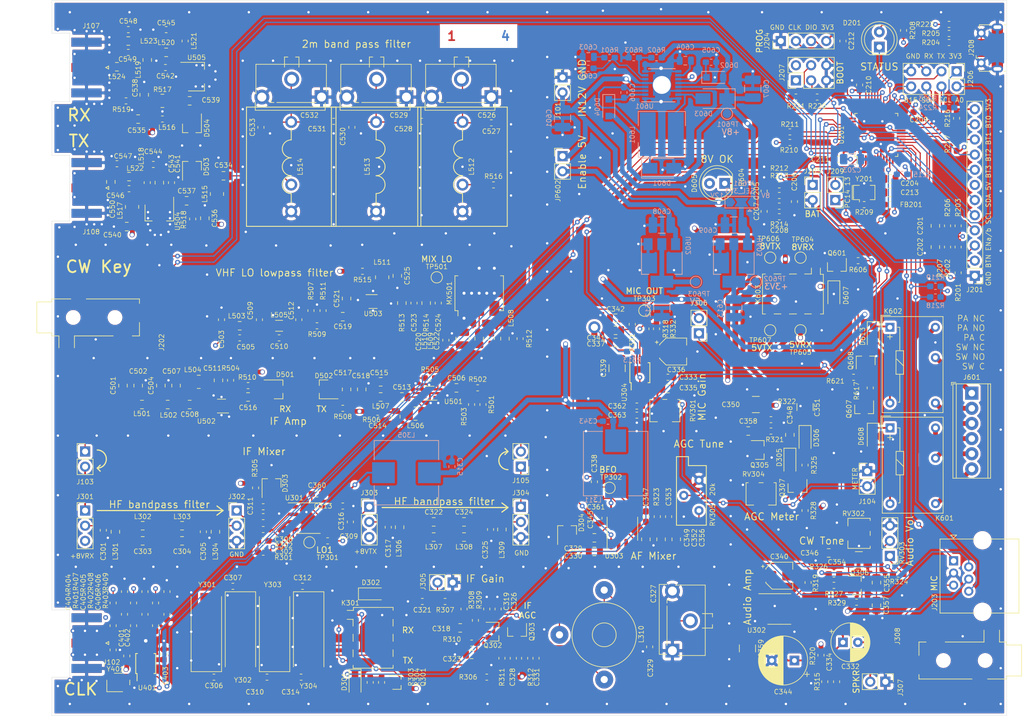
<source format=kicad_pcb>
(kicad_pcb (version 20171130) (host pcbnew 5.1.5)

  (general
    (thickness 1.6)
    (drawings 122)
    (tracks 2221)
    (zones 0)
    (modules 363)
    (nets 231)
  )

  (page A4)
  (layers
    (0 F.Cu signal)
    (1 In1.Cu signal)
    (2 In2.Cu signal)
    (31 B.Cu signal)
    (32 B.Adhes user hide)
    (33 F.Adhes user hide)
    (34 B.Paste user hide)
    (35 F.Paste user hide)
    (36 B.SilkS user hide)
    (37 F.SilkS user)
    (38 B.Mask user hide)
    (39 F.Mask user)
    (40 Dwgs.User user hide)
    (41 Cmts.User user hide)
    (42 Eco1.User user hide)
    (43 Eco2.User user hide)
    (44 Edge.Cuts user)
    (45 Margin user hide)
    (46 B.CrtYd user)
    (47 F.CrtYd user)
    (48 B.Fab user hide)
    (49 F.Fab user hide)
  )

  (setup
    (last_trace_width 0.2)
    (user_trace_width 0.2)
    (user_trace_width 0.3)
    (user_trace_width 0.8)
    (trace_clearance 0.2)
    (zone_clearance 0.8)
    (zone_45_only no)
    (trace_min 0.2)
    (via_size 0.8)
    (via_drill 0.4)
    (via_min_size 0.4)
    (via_min_drill 0.3)
    (user_via 0.8 0.4)
    (user_via 0.8 0.6)
    (uvia_size 0.3)
    (uvia_drill 0.1)
    (uvias_allowed no)
    (uvia_min_size 0.2)
    (uvia_min_drill 0.1)
    (edge_width 0.05)
    (segment_width 0.2)
    (pcb_text_width 0.3)
    (pcb_text_size 1.5 1.5)
    (mod_edge_width 0.1)
    (mod_text_size 0.8 0.8)
    (mod_text_width 0.1)
    (pad_size 1.524 1.524)
    (pad_drill 0.762)
    (pad_to_mask_clearance 0.051)
    (solder_mask_min_width 0.25)
    (aux_axis_origin 0 0)
    (visible_elements FFFFF77F)
    (pcbplotparams
      (layerselection 0x010fc_ffffffff)
      (usegerberextensions false)
      (usegerberattributes false)
      (usegerberadvancedattributes false)
      (creategerberjobfile false)
      (excludeedgelayer true)
      (linewidth 0.100000)
      (plotframeref false)
      (viasonmask false)
      (mode 1)
      (useauxorigin false)
      (hpglpennumber 1)
      (hpglpenspeed 20)
      (hpglpendiameter 15.000000)
      (psnegative false)
      (psa4output false)
      (plotreference true)
      (plotvalue true)
      (plotinvisibletext false)
      (padsonsilk false)
      (subtractmaskfromsilk false)
      (outputformat 1)
      (mirror false)
      (drillshape 0)
      (scaleselection 1)
      (outputdirectory "out"))
  )

  (net 0 "")
  (net 1 /Control/ENC_B)
  (net 2 GND)
  (net 3 /Control/ENC_A)
  (net 4 +3V3)
  (net 5 "Net-(C205-Pad1)")
  (net 6 "Net-(C206-Pad1)")
  (net 7 "Net-(C207-Pad1)")
  (net 8 /Baseband/CW_TONE)
  (net 9 "Net-(C301-Pad2)")
  (net 10 "Net-(C302-Pad2)")
  (net 11 "Net-(C303-Pad2)")
  (net 12 "Net-(C304-Pad2)")
  (net 13 "Net-(C306-Pad2)")
  (net 14 "Net-(C307-Pad2)")
  (net 15 "Net-(C308-Pad2)")
  (net 16 "Net-(C308-Pad1)")
  (net 17 /Baseband/LO1)
  (net 18 "Net-(C309-Pad1)")
  (net 19 "Net-(C310-Pad2)")
  (net 20 "Net-(C311-Pad2)")
  (net 21 "Net-(C312-Pad2)")
  (net 22 "Net-(C313-Pad2)")
  (net 23 "Net-(C314-Pad2)")
  (net 24 +8V)
  (net 25 "Net-(C316-Pad2)")
  (net 26 "Net-(C316-Pad1)")
  (net 27 "Net-(C317-Pad2)")
  (net 28 "Net-(C318-Pad2)")
  (net 29 "Net-(C318-Pad1)")
  (net 30 "Net-(C320-Pad2)")
  (net 31 "Net-(C320-Pad1)")
  (net 32 "Net-(C321-Pad1)")
  (net 33 "Net-(C322-Pad2)")
  (net 34 "Net-(C323-Pad2)")
  (net 35 "Net-(C324-Pad2)")
  (net 36 "Net-(C327-Pad2)")
  (net 37 "Net-(C328-Pad2)")
  (net 38 "Net-(C330-Pad2)")
  (net 39 "Net-(C330-Pad1)")
  (net 40 +8VRX)
  (net 41 "Net-(C332-Pad1)")
  (net 42 "Net-(C333-Pad2)")
  (net 43 "Net-(C333-Pad1)")
  (net 44 "Net-(C334-Pad2)")
  (net 45 "Net-(C336-Pad1)")
  (net 46 "Net-(C337-Pad2)")
  (net 47 /Baseband/BFO)
  (net 48 "Net-(C338-Pad1)")
  (net 49 "Net-(C340-Pad2)")
  (net 50 "Net-(C340-Pad1)")
  (net 51 "Net-(C342-Pad2)")
  (net 52 "Net-(C344-Pad1)")
  (net 53 "Net-(C345-Pad2)")
  (net 54 "Net-(C346-Pad2)")
  (net 55 "Net-(C347-Pad2)")
  (net 56 "Net-(C347-Pad1)")
  (net 57 "Net-(C348-Pad2)")
  (net 58 "Net-(C348-Pad1)")
  (net 59 "Net-(C351-Pad1)")
  (net 60 "Net-(C352-Pad2)")
  (net 61 "Net-(C353-Pad1)")
  (net 62 "Net-(C354-Pad1)")
  (net 63 "Net-(C355-Pad2)")
  (net 64 "Net-(C355-Pad1)")
  (net 65 "Net-(C356-Pad2)")
  (net 66 "Net-(C358-Pad2)")
  (net 67 "Net-(C358-Pad1)")
  (net 68 "Net-(C401-Pad2)")
  (net 69 /Clock/REF_25MHz)
  (net 70 "Net-(C404-Pad2)")
  (net 71 "Net-(C404-Pad1)")
  (net 72 "Net-(C405-Pad2)")
  (net 73 "Net-(C405-Pad1)")
  (net 74 "Net-(C406-Pad2)")
  (net 75 "Net-(C406-Pad1)")
  (net 76 /HF_RX)
  (net 77 "Net-(C501-Pad1)")
  (net 78 /VHF_LO)
  (net 79 "Net-(C504-Pad1)")
  (net 80 "Net-(C505-Pad1)")
  (net 81 "Net-(C506-Pad2)")
  (net 82 "Net-(C506-Pad1)")
  (net 83 "Net-(C507-Pad1)")
  (net 84 "Net-(C508-Pad1)")
  (net 85 "Net-(C510-Pad1)")
  (net 86 "Net-(C511-Pad1)")
  (net 87 "Net-(C513-Pad2)")
  (net 88 "Net-(C513-Pad1)")
  (net 89 "Net-(C514-Pad1)")
  (net 90 "Net-(C516-Pad2)")
  (net 91 "Net-(C516-Pad1)")
  (net 92 "Net-(C517-Pad2)")
  (net 93 "Net-(C517-Pad1)")
  (net 94 "Net-(C519-Pad2)")
  (net 95 "Net-(C519-Pad1)")
  (net 96 "Net-(C520-Pad1)")
  (net 97 "Net-(C522-Pad2)")
  (net 98 "Net-(C522-Pad1)")
  (net 99 "Net-(C523-Pad2)")
  (net 100 "Net-(C523-Pad1)")
  (net 101 "Net-(C524-Pad2)")
  (net 102 "Net-(C524-Pad1)")
  (net 103 "Net-(C525-Pad1)")
  (net 104 "Net-(C526-Pad2)")
  (net 105 "Net-(C528-Pad2)")
  (net 106 "Net-(C531-Pad2)")
  (net 107 "Net-(C534-Pad2)")
  (net 108 "Net-(C534-Pad1)")
  (net 109 +5RX)
  (net 110 +5TX)
  (net 111 "Net-(C537-Pad2)")
  (net 112 "Net-(C537-Pad1)")
  (net 113 "Net-(C538-Pad2)")
  (net 114 "Net-(C539-Pad2)")
  (net 115 "Net-(C539-Pad1)")
  (net 116 "Net-(C541-Pad1)")
  (net 117 "Net-(C542-Pad2)")
  (net 118 "Net-(C542-Pad1)")
  (net 119 "Net-(C543-Pad1)")
  (net 120 "Net-(C545-Pad1)")
  (net 121 "Net-(C546-Pad1)")
  (net 122 "Net-(C548-Pad1)")
  (net 123 "Net-(C549-Pad2)")
  (net 124 "Net-(C549-Pad1)")
  (net 125 /VHF_TX)
  (net 126 +12V)
  (net 127 "Net-(C602-Pad1)")
  (net 128 "Net-(C603-Pad1)")
  (net 129 "Net-(C604-Pad1)")
  (net 130 "Net-(C605-Pad2)")
  (net 131 "Net-(C606-Pad2)")
  (net 132 "Net-(C606-Pad1)")
  (net 133 "Net-(C608-Pad1)")
  (net 134 "Net-(C609-Pad1)")
  (net 135 +5VA)
  (net 136 "Net-(D201-Pad2)")
  (net 137 /Control/RESETn)
  (net 138 "Net-(D301-Pad2)")
  (net 139 /Control/SEQ0n)
  (net 140 "Net-(D302-Pad1)")
  (net 141 "Net-(D603-Pad2)")
  (net 142 "Net-(D605-Pad1)")
  (net 143 /Control/SEQ2n)
  (net 144 /Baseband/METER)
  (net 145 /HF_TX)
  (net 146 /VHF_RX)
  (net 147 /Control/BTN0)
  (net 148 /Control/BTN1)
  (net 149 /Control/BTN2)
  (net 150 /Control/BTN3)
  (net 151 SDA)
  (net 152 SCL)
  (net 153 "Net-(J201-Pad4)")
  (net 154 "Net-(J201-Pad3)")
  (net 155 "Net-(J201-Pad2)")
  (net 156 /Control/MIC_SW2)
  (net 157 /Baseband/MIC)
  (net 158 /Control/MIC_SW1)
  (net 159 +8VTX)
  (net 160 "Net-(J601-Pad5)")
  (net 161 "Net-(J601-Pad4)")
  (net 162 "Net-(J601-Pad3)")
  (net 163 "Net-(J601-Pad2)")
  (net 164 "Net-(K301-Pad2)")
  (net 165 "Net-(K301-Pad4)")
  (net 166 "Net-(L512-Pad2)")
  (net 167 "Net-(L520-Pad2)")
  (net 168 "Net-(MX501-Pad3)")
  (net 169 "Net-(MX501-Pad6)")
  (net 170 "Net-(Q301-Pad1)")
  (net 171 "Net-(Q302-Pad3)")
  (net 172 "Net-(Q307-Pad2)")
  (net 173 "Net-(Q307-Pad1)")
  (net 174 "Net-(Q601-Pad1)")
  (net 175 "Net-(Q607-Pad1)")
  (net 176 /Control/ENC_BTN)
  (net 177 /Control/XTAL1)
  (net 178 /Control/XTAL2)
  (net 179 /Baseband/CW_KEYn)
  (net 180 "Net-(R319-Pad1)")
  (net 181 "Net-(R324-Pad1)")
  (net 182 /Baseband/MUTE_SPKR)
  (net 183 "Net-(R602-Pad1)")
  (net 184 "Net-(U401-Pad3)")
  (net 185 /IF_RX)
  (net 186 /IF_TX)
  (net 187 /Control/SEQ1n)
  (net 188 /AF_OUT)
  (net 189 "Net-(Q608-Pad1)")
  (net 190 "Net-(C362-Pad2)")
  (net 191 "Net-(C362-Pad1)")
  (net 192 "Net-(J601-Pad6)")
  (net 193 "Net-(J601-Pad1)")
  (net 194 /Baseband/MIC_SDn)
  (net 195 "Net-(R318-Pad2)")
  (net 196 "Net-(R332-Pad2)")
  (net 197 /Control/STATUSn)
  (net 198 /Control/PWM_CW)
  (net 199 "Net-(C359-Pad1)")
  (net 200 "Net-(C360-Pad1)")
  (net 201 "Net-(C361-Pad1)")
  (net 202 /Baseband/AGC)
  (net 203 "Net-(D607-Pad2)")
  (net 204 "Net-(D608-Pad2)")
  (net 205 "Net-(D613-Pad2)")
  (net 206 /Baseband/MIC_OUT)
  (net 207 "Net-(C204-Pad2)")
  (net 208 /Control/CW_RING)
  (net 209 /Control/CW_TIP)
  (net 210 /Control/SWDIO)
  (net 211 /Control/SWCLK)
  (net 212 "Net-(J205-Pad1)")
  (net 213 /Control/USART1_RX)
  (net 214 /Control/USART1_TX)
  (net 215 "Net-(J207-Pad4)")
  (net 216 "Net-(J207-Pad3)")
  (net 217 /Control/USB_DP)
  (net 218 /Control/USB_DM)
  (net 219 "Net-(R204-Pad2)")
  (net 220 "Net-(R205-Pad2)")
  (net 221 /Control/BOOT0)
  (net 222 /Control/BOOT1)
  (net 223 "Net-(C332-Pad2)")
  (net 224 "Net-(J307-Pad2)")
  (net 225 /Control/PB15)
  (net 226 /Control/I2C2_SDA)
  (net 227 /Control/I2C2_SCL)
  (net 228 /Control/PA0)
  (net 229 /Control/PC13)
  (net 230 /Control/PC14)

  (net_class Default "This is the default net class."
    (clearance 0.2)
    (trace_width 0.2)
    (via_dia 0.8)
    (via_drill 0.4)
    (uvia_dia 0.3)
    (uvia_drill 0.1)
    (add_net /AF_OUT)
    (add_net /Baseband/AGC)
    (add_net /Baseband/BFO)
    (add_net /Baseband/CW_KEYn)
    (add_net /Baseband/CW_TONE)
    (add_net /Baseband/LO1)
    (add_net /Baseband/METER)
    (add_net /Baseband/MIC)
    (add_net /Baseband/MIC_OUT)
    (add_net /Baseband/MIC_SDn)
    (add_net /Baseband/MUTE_SPKR)
    (add_net /Clock/REF_25MHz)
    (add_net /Control/BOOT0)
    (add_net /Control/BOOT1)
    (add_net /Control/BTN0)
    (add_net /Control/BTN1)
    (add_net /Control/BTN2)
    (add_net /Control/BTN3)
    (add_net /Control/CW_RING)
    (add_net /Control/CW_TIP)
    (add_net /Control/ENC_A)
    (add_net /Control/ENC_B)
    (add_net /Control/ENC_BTN)
    (add_net /Control/I2C2_SCL)
    (add_net /Control/I2C2_SDA)
    (add_net /Control/MIC_SW1)
    (add_net /Control/MIC_SW2)
    (add_net /Control/PA0)
    (add_net /Control/PB15)
    (add_net /Control/PC13)
    (add_net /Control/PC14)
    (add_net /Control/PWM_CW)
    (add_net /Control/RESETn)
    (add_net /Control/SEQ0n)
    (add_net /Control/SEQ1n)
    (add_net /Control/SEQ2n)
    (add_net /Control/STATUSn)
    (add_net /Control/SWCLK)
    (add_net /Control/SWDIO)
    (add_net /Control/USART1_RX)
    (add_net /Control/USART1_TX)
    (add_net /Control/USB_DM)
    (add_net /Control/USB_DP)
    (add_net /Control/XTAL1)
    (add_net /Control/XTAL2)
    (add_net /HF_RX)
    (add_net /HF_TX)
    (add_net /IF_RX)
    (add_net /IF_TX)
    (add_net /VHF_LO)
    (add_net /VHF_RX)
    (add_net /VHF_TX)
    (add_net "Net-(C204-Pad2)")
    (add_net "Net-(C205-Pad1)")
    (add_net "Net-(C206-Pad1)")
    (add_net "Net-(C207-Pad1)")
    (add_net "Net-(C301-Pad2)")
    (add_net "Net-(C302-Pad2)")
    (add_net "Net-(C303-Pad2)")
    (add_net "Net-(C304-Pad2)")
    (add_net "Net-(C306-Pad2)")
    (add_net "Net-(C307-Pad2)")
    (add_net "Net-(C308-Pad1)")
    (add_net "Net-(C308-Pad2)")
    (add_net "Net-(C309-Pad1)")
    (add_net "Net-(C310-Pad2)")
    (add_net "Net-(C311-Pad2)")
    (add_net "Net-(C312-Pad2)")
    (add_net "Net-(C313-Pad2)")
    (add_net "Net-(C314-Pad2)")
    (add_net "Net-(C316-Pad1)")
    (add_net "Net-(C316-Pad2)")
    (add_net "Net-(C317-Pad2)")
    (add_net "Net-(C318-Pad1)")
    (add_net "Net-(C318-Pad2)")
    (add_net "Net-(C320-Pad1)")
    (add_net "Net-(C320-Pad2)")
    (add_net "Net-(C321-Pad1)")
    (add_net "Net-(C322-Pad2)")
    (add_net "Net-(C323-Pad2)")
    (add_net "Net-(C324-Pad2)")
    (add_net "Net-(C327-Pad2)")
    (add_net "Net-(C328-Pad2)")
    (add_net "Net-(C330-Pad1)")
    (add_net "Net-(C330-Pad2)")
    (add_net "Net-(C332-Pad1)")
    (add_net "Net-(C332-Pad2)")
    (add_net "Net-(C333-Pad1)")
    (add_net "Net-(C333-Pad2)")
    (add_net "Net-(C334-Pad2)")
    (add_net "Net-(C336-Pad1)")
    (add_net "Net-(C337-Pad2)")
    (add_net "Net-(C338-Pad1)")
    (add_net "Net-(C340-Pad1)")
    (add_net "Net-(C340-Pad2)")
    (add_net "Net-(C342-Pad2)")
    (add_net "Net-(C344-Pad1)")
    (add_net "Net-(C345-Pad2)")
    (add_net "Net-(C346-Pad2)")
    (add_net "Net-(C347-Pad1)")
    (add_net "Net-(C347-Pad2)")
    (add_net "Net-(C348-Pad1)")
    (add_net "Net-(C348-Pad2)")
    (add_net "Net-(C351-Pad1)")
    (add_net "Net-(C352-Pad2)")
    (add_net "Net-(C353-Pad1)")
    (add_net "Net-(C354-Pad1)")
    (add_net "Net-(C355-Pad1)")
    (add_net "Net-(C355-Pad2)")
    (add_net "Net-(C356-Pad2)")
    (add_net "Net-(C358-Pad1)")
    (add_net "Net-(C358-Pad2)")
    (add_net "Net-(C359-Pad1)")
    (add_net "Net-(C360-Pad1)")
    (add_net "Net-(C361-Pad1)")
    (add_net "Net-(C362-Pad1)")
    (add_net "Net-(C362-Pad2)")
    (add_net "Net-(C401-Pad2)")
    (add_net "Net-(C404-Pad1)")
    (add_net "Net-(C404-Pad2)")
    (add_net "Net-(C405-Pad1)")
    (add_net "Net-(C405-Pad2)")
    (add_net "Net-(C406-Pad1)")
    (add_net "Net-(C406-Pad2)")
    (add_net "Net-(C501-Pad1)")
    (add_net "Net-(C504-Pad1)")
    (add_net "Net-(C505-Pad1)")
    (add_net "Net-(C506-Pad1)")
    (add_net "Net-(C506-Pad2)")
    (add_net "Net-(C507-Pad1)")
    (add_net "Net-(C508-Pad1)")
    (add_net "Net-(C510-Pad1)")
    (add_net "Net-(C511-Pad1)")
    (add_net "Net-(C513-Pad1)")
    (add_net "Net-(C513-Pad2)")
    (add_net "Net-(C514-Pad1)")
    (add_net "Net-(C516-Pad1)")
    (add_net "Net-(C516-Pad2)")
    (add_net "Net-(C517-Pad1)")
    (add_net "Net-(C517-Pad2)")
    (add_net "Net-(C519-Pad1)")
    (add_net "Net-(C519-Pad2)")
    (add_net "Net-(C520-Pad1)")
    (add_net "Net-(C522-Pad1)")
    (add_net "Net-(C522-Pad2)")
    (add_net "Net-(C523-Pad1)")
    (add_net "Net-(C523-Pad2)")
    (add_net "Net-(C524-Pad1)")
    (add_net "Net-(C524-Pad2)")
    (add_net "Net-(C525-Pad1)")
    (add_net "Net-(C526-Pad2)")
    (add_net "Net-(C528-Pad2)")
    (add_net "Net-(C531-Pad2)")
    (add_net "Net-(C534-Pad1)")
    (add_net "Net-(C534-Pad2)")
    (add_net "Net-(C537-Pad1)")
    (add_net "Net-(C537-Pad2)")
    (add_net "Net-(C538-Pad2)")
    (add_net "Net-(C539-Pad1)")
    (add_net "Net-(C539-Pad2)")
    (add_net "Net-(C541-Pad1)")
    (add_net "Net-(C542-Pad1)")
    (add_net "Net-(C542-Pad2)")
    (add_net "Net-(C543-Pad1)")
    (add_net "Net-(C545-Pad1)")
    (add_net "Net-(C546-Pad1)")
    (add_net "Net-(C548-Pad1)")
    (add_net "Net-(C549-Pad1)")
    (add_net "Net-(C549-Pad2)")
    (add_net "Net-(C602-Pad1)")
    (add_net "Net-(C603-Pad1)")
    (add_net "Net-(C604-Pad1)")
    (add_net "Net-(C605-Pad2)")
    (add_net "Net-(C606-Pad1)")
    (add_net "Net-(C606-Pad2)")
    (add_net "Net-(C608-Pad1)")
    (add_net "Net-(C609-Pad1)")
    (add_net "Net-(D201-Pad2)")
    (add_net "Net-(D301-Pad2)")
    (add_net "Net-(D302-Pad1)")
    (add_net "Net-(D603-Pad2)")
    (add_net "Net-(D605-Pad1)")
    (add_net "Net-(D607-Pad2)")
    (add_net "Net-(D608-Pad2)")
    (add_net "Net-(D613-Pad2)")
    (add_net "Net-(J201-Pad2)")
    (add_net "Net-(J201-Pad3)")
    (add_net "Net-(J201-Pad4)")
    (add_net "Net-(J202-PadTN)")
    (add_net "Net-(J205-Pad1)")
    (add_net "Net-(J207-Pad3)")
    (add_net "Net-(J207-Pad4)")
    (add_net "Net-(J208-Pad1)")
    (add_net "Net-(J307-Pad2)")
    (add_net "Net-(J308-PadR)")
    (add_net "Net-(J601-Pad1)")
    (add_net "Net-(J601-Pad2)")
    (add_net "Net-(J601-Pad3)")
    (add_net "Net-(J601-Pad4)")
    (add_net "Net-(J601-Pad5)")
    (add_net "Net-(J601-Pad6)")
    (add_net "Net-(K301-Pad2)")
    (add_net "Net-(K301-Pad4)")
    (add_net "Net-(L512-Pad2)")
    (add_net "Net-(L520-Pad2)")
    (add_net "Net-(MX501-Pad3)")
    (add_net "Net-(MX501-Pad6)")
    (add_net "Net-(Q301-Pad1)")
    (add_net "Net-(Q302-Pad3)")
    (add_net "Net-(Q307-Pad1)")
    (add_net "Net-(Q307-Pad2)")
    (add_net "Net-(Q601-Pad1)")
    (add_net "Net-(Q607-Pad1)")
    (add_net "Net-(Q608-Pad1)")
    (add_net "Net-(R204-Pad2)")
    (add_net "Net-(R205-Pad2)")
    (add_net "Net-(R318-Pad2)")
    (add_net "Net-(R319-Pad1)")
    (add_net "Net-(R324-Pad1)")
    (add_net "Net-(R332-Pad2)")
    (add_net "Net-(R602-Pad1)")
    (add_net "Net-(U401-Pad3)")
    (add_net SCL)
    (add_net SDA)
  )

  (net_class Power ""
    (clearance 0.2)
    (trace_width 0.8)
    (via_dia 0.8)
    (via_drill 0.6)
    (uvia_dia 0.3)
    (uvia_drill 0.1)
    (add_net +12V)
    (add_net +3V3)
    (add_net +5RX)
    (add_net +5TX)
    (add_net +5VA)
    (add_net +8V)
    (add_net +8VRX)
    (add_net +8VTX)
    (add_net GND)
  )

  (module Resistor_SMD:R_0603_1608Metric_Pad1.05x0.95mm_HandSolder (layer B.Cu) (tedit 5B301BBD) (tstamp 5EA02CF3)
    (at 180.34 48.006 180)
    (descr "Resistor SMD 0603 (1608 Metric), square (rectangular) end terminal, IPC_7351 nominal with elongated pad for handsoldering. (Body size source: http://www.tortai-tech.com/upload/download/2011102023233369053.pdf), generated with kicad-footprint-generator")
    (tags "resistor handsolder")
    (path /5E2FA006/5EB4F0A2)
    (attr smd)
    (fp_text reference R224 (at 3.556 0) (layer B.SilkS)
      (effects (font (size 0.8 0.8) (thickness 0.1)) (justify mirror))
    )
    (fp_text value 4k7 (at 0 -1.43) (layer B.Fab)
      (effects (font (size 1 1) (thickness 0.15)) (justify mirror))
    )
    (fp_text user %R (at 0 0) (layer B.Fab)
      (effects (font (size 0.4 0.4) (thickness 0.06)) (justify mirror))
    )
    (fp_line (start 1.65 -0.73) (end -1.65 -0.73) (layer B.CrtYd) (width 0.05))
    (fp_line (start 1.65 0.73) (end 1.65 -0.73) (layer B.CrtYd) (width 0.05))
    (fp_line (start -1.65 0.73) (end 1.65 0.73) (layer B.CrtYd) (width 0.05))
    (fp_line (start -1.65 -0.73) (end -1.65 0.73) (layer B.CrtYd) (width 0.05))
    (fp_line (start -0.171267 -0.51) (end 0.171267 -0.51) (layer B.SilkS) (width 0.12))
    (fp_line (start -0.171267 0.51) (end 0.171267 0.51) (layer B.SilkS) (width 0.12))
    (fp_line (start 0.8 -0.4) (end -0.8 -0.4) (layer B.Fab) (width 0.1))
    (fp_line (start 0.8 0.4) (end 0.8 -0.4) (layer B.Fab) (width 0.1))
    (fp_line (start -0.8 0.4) (end 0.8 0.4) (layer B.Fab) (width 0.1))
    (fp_line (start -0.8 -0.4) (end -0.8 0.4) (layer B.Fab) (width 0.1))
    (pad 2 smd roundrect (at 0.875 0 180) (size 1.05 0.95) (layers B.Cu B.Paste B.Mask) (roundrect_rratio 0.25)
      (net 226 /Control/I2C2_SDA))
    (pad 1 smd roundrect (at -0.875 0 180) (size 1.05 0.95) (layers B.Cu B.Paste B.Mask) (roundrect_rratio 0.25)
      (net 4 +3V3))
    (model ${KISYS3DMOD}/Resistor_SMD.3dshapes/R_0603_1608Metric.wrl
      (at (xyz 0 0 0))
      (scale (xyz 1 1 1))
      (rotate (xyz 0 0 0))
    )
  )

  (module Resistor_SMD:R_0603_1608Metric_Pad1.05x0.95mm_HandSolder (layer B.Cu) (tedit 5B301BBD) (tstamp 5EA02CE2)
    (at 180.34 46.482 180)
    (descr "Resistor SMD 0603 (1608 Metric), square (rectangular) end terminal, IPC_7351 nominal with elongated pad for handsoldering. (Body size source: http://www.tortai-tech.com/upload/download/2011102023233369053.pdf), generated with kicad-footprint-generator")
    (tags "resistor handsolder")
    (path /5E2FA006/5EB4F097)
    (attr smd)
    (fp_text reference R223 (at 3.556 0) (layer B.SilkS)
      (effects (font (size 0.8 0.8) (thickness 0.1)) (justify mirror))
    )
    (fp_text value 4k7 (at 0 -1.43) (layer B.Fab)
      (effects (font (size 1 1) (thickness 0.15)) (justify mirror))
    )
    (fp_text user %R (at 0 0) (layer B.Fab)
      (effects (font (size 0.4 0.4) (thickness 0.06)) (justify mirror))
    )
    (fp_line (start 1.65 -0.73) (end -1.65 -0.73) (layer B.CrtYd) (width 0.05))
    (fp_line (start 1.65 0.73) (end 1.65 -0.73) (layer B.CrtYd) (width 0.05))
    (fp_line (start -1.65 0.73) (end 1.65 0.73) (layer B.CrtYd) (width 0.05))
    (fp_line (start -1.65 -0.73) (end -1.65 0.73) (layer B.CrtYd) (width 0.05))
    (fp_line (start -0.171267 -0.51) (end 0.171267 -0.51) (layer B.SilkS) (width 0.12))
    (fp_line (start -0.171267 0.51) (end 0.171267 0.51) (layer B.SilkS) (width 0.12))
    (fp_line (start 0.8 -0.4) (end -0.8 -0.4) (layer B.Fab) (width 0.1))
    (fp_line (start 0.8 0.4) (end 0.8 -0.4) (layer B.Fab) (width 0.1))
    (fp_line (start -0.8 0.4) (end 0.8 0.4) (layer B.Fab) (width 0.1))
    (fp_line (start -0.8 -0.4) (end -0.8 0.4) (layer B.Fab) (width 0.1))
    (pad 2 smd roundrect (at 0.875 0 180) (size 1.05 0.95) (layers B.Cu B.Paste B.Mask) (roundrect_rratio 0.25)
      (net 227 /Control/I2C2_SCL))
    (pad 1 smd roundrect (at -0.875 0 180) (size 1.05 0.95) (layers B.Cu B.Paste B.Mask) (roundrect_rratio 0.25)
      (net 4 +3V3))
    (model ${KISYS3DMOD}/Resistor_SMD.3dshapes/R_0603_1608Metric.wrl
      (at (xyz 0 0 0))
      (scale (xyz 1 1 1))
      (rotate (xyz 0 0 0))
    )
  )

  (module Connector_Audio:Jack_3.5mm_CUI_SJ-3524-SMT_Horizontal (layer F.Cu) (tedit 5C635470) (tstamp 5E9E6B8A)
    (at 183.896 140.716 270)
    (descr "3.5 mm, Stereo, Right Angle, Surface Mount (SMT), Audio Jack Connector (https://www.cui.com/product/resource/sj-352x-smt-series.pdf)")
    (tags "3.5mm audio cui horizontal jack stereo")
    (path /5E3088F9/5E9EEA5B)
    (attr smd)
    (fp_text reference J308 (at -4.064 12.192 90) (layer F.SilkS)
      (effects (font (size 0.8 0.8) (thickness 0.1)))
    )
    (fp_text value Headphones (at 0 13 90) (layer F.Fab)
      (effects (font (size 1 1) (thickness 0.15)))
    )
    (fp_line (start -3.1 -2.3) (end -5.1 -2.3) (layer F.SilkS) (width 0.12))
    (fp_line (start -3.1 -4.9) (end -5.1 -4.9) (layer F.SilkS) (width 0.12))
    (fp_line (start -3.1 4.2) (end -3.1 -2.3) (layer F.SilkS) (width 0.12))
    (fp_line (start -3.1 8.6) (end -3.1 7.4) (layer F.SilkS) (width 0.12))
    (fp_line (start -0.85 8.6) (end -3.1 8.6) (layer F.SilkS) (width 0.12))
    (fp_line (start 3.1 8.6) (end 2.35 8.6) (layer F.SilkS) (width 0.12))
    (fp_line (start 3.1 -0.3) (end 3.1 8.6) (layer F.SilkS) (width 0.12))
    (fp_line (start 3.1 -6.1) (end 3.1 -2.9) (layer F.SilkS) (width 0.12))
    (fp_line (start 2.6 -6.1) (end 3.1 -6.1) (layer F.SilkS) (width 0.12))
    (fp_line (start 2.6 -8.6) (end 2.6 -6.1) (layer F.SilkS) (width 0.12))
    (fp_line (start -2.6 -8.6) (end 2.6 -8.6) (layer F.SilkS) (width 0.12))
    (fp_line (start -2.6 -6.1) (end -2.6 -8.6) (layer F.SilkS) (width 0.12))
    (fp_line (start -3.1 -6.1) (end -2.6 -6.1) (layer F.SilkS) (width 0.12))
    (fp_line (start -3.1 -4.9) (end -3.1 -6.1) (layer F.SilkS) (width 0.12))
    (fp_text user %R (at 0 0 90) (layer F.Fab)
      (effects (font (size 1 1) (thickness 0.15)))
    )
    (fp_line (start -5.6 -9) (end 5.6 -9) (layer F.CrtYd) (width 0.05))
    (fp_line (start -5.6 11.6) (end -5.6 -9) (layer F.CrtYd) (width 0.05))
    (fp_line (start 5.6 11.6) (end -5.6 11.6) (layer F.CrtYd) (width 0.05))
    (fp_line (start 5.6 -9) (end 5.6 11.6) (layer F.CrtYd) (width 0.05))
    (fp_line (start 2.5 -6) (end 3 -6) (layer F.Fab) (width 0.1))
    (fp_line (start 2.5 -8.5) (end 2.5 -6) (layer F.Fab) (width 0.1))
    (fp_line (start -2.5 -8.5) (end 2.5 -8.5) (layer F.Fab) (width 0.1))
    (fp_line (start -2.5 -6) (end -2.5 -8.5) (layer F.Fab) (width 0.1))
    (fp_line (start -3 -6) (end -2.5 -6) (layer F.Fab) (width 0.1))
    (fp_line (start -3 8.5) (end -3 -6) (layer F.Fab) (width 0.1))
    (fp_line (start 3 8.5) (end -3 8.5) (layer F.Fab) (width 0.1))
    (fp_line (start 3 -6) (end 3 8.5) (layer F.Fab) (width 0.1))
    (pad "" np_thru_hole circle (at 0 4.5 270) (size 1.7 1.7) (drill 1.7) (layers *.Cu *.Mask))
    (pad "" np_thru_hole circle (at 0 -2.5 270) (size 1.7 1.7) (drill 1.7) (layers *.Cu *.Mask))
    (pad T smd rect (at -3.7 5.8 270) (size 2.8 2.8) (layers F.Cu F.Paste F.Mask)
      (net 223 "Net-(C332-Pad2)"))
    (pad TN smd rect (at 0.75 9.8 270) (size 2.8 2.6) (layers F.Cu F.Paste F.Mask)
      (net 224 "Net-(J307-Pad2)"))
    (pad S smd rect (at -3.7 -3.6 270) (size 2.8 2.2) (layers F.Cu F.Paste F.Mask)
      (net 2 GND))
    (pad R smd rect (at 3.7 -1.6 270) (size 2.8 2.2) (layers F.Cu F.Paste F.Mask))
    (model ${KISYS3DMOD}/Connector_Audio.3dshapes/Jack_3.5mm_CUI_SJ-3524-SMT_Horizontal.wrl
      (at (xyz 0 0 0))
      (scale (xyz 1 1 1))
      (rotate (xyz 0 0 0))
    )
  )

  (module Connector_PinHeader_2.54mm:PinHeader_1x02_P2.54mm_Vertical (layer F.Cu) (tedit 59FED5CC) (tstamp 5E9E6B65)
    (at 169.672 144.272 270)
    (descr "Through hole straight pin header, 1x02, 2.54mm pitch, single row")
    (tags "Through hole pin header THT 1x02 2.54mm single row")
    (path /5E3088F9/5E9EEA69)
    (fp_text reference J307 (at 1.016 -2.54 90) (layer F.SilkS)
      (effects (font (size 0.8 0.8) (thickness 0.1)))
    )
    (fp_text value SPKR (at 0 4.87 90) (layer F.SilkS)
      (effects (font (size 1 1) (thickness 0.15)))
    )
    (fp_text user %R (at 0 1.27) (layer F.Fab)
      (effects (font (size 1 1) (thickness 0.15)))
    )
    (fp_line (start 1.8 -1.8) (end -1.8 -1.8) (layer F.CrtYd) (width 0.05))
    (fp_line (start 1.8 4.35) (end 1.8 -1.8) (layer F.CrtYd) (width 0.05))
    (fp_line (start -1.8 4.35) (end 1.8 4.35) (layer F.CrtYd) (width 0.05))
    (fp_line (start -1.8 -1.8) (end -1.8 4.35) (layer F.CrtYd) (width 0.05))
    (fp_line (start -1.33 -1.33) (end 0 -1.33) (layer F.SilkS) (width 0.12))
    (fp_line (start -1.33 0) (end -1.33 -1.33) (layer F.SilkS) (width 0.12))
    (fp_line (start -1.33 1.27) (end 1.33 1.27) (layer F.SilkS) (width 0.12))
    (fp_line (start 1.33 1.27) (end 1.33 3.87) (layer F.SilkS) (width 0.12))
    (fp_line (start -1.33 1.27) (end -1.33 3.87) (layer F.SilkS) (width 0.12))
    (fp_line (start -1.33 3.87) (end 1.33 3.87) (layer F.SilkS) (width 0.12))
    (fp_line (start -1.27 -0.635) (end -0.635 -1.27) (layer F.Fab) (width 0.1))
    (fp_line (start -1.27 3.81) (end -1.27 -0.635) (layer F.Fab) (width 0.1))
    (fp_line (start 1.27 3.81) (end -1.27 3.81) (layer F.Fab) (width 0.1))
    (fp_line (start 1.27 -1.27) (end 1.27 3.81) (layer F.Fab) (width 0.1))
    (fp_line (start -0.635 -1.27) (end 1.27 -1.27) (layer F.Fab) (width 0.1))
    (pad 2 thru_hole oval (at 0 2.54 270) (size 1.7 1.7) (drill 1) (layers *.Cu *.Mask)
      (net 224 "Net-(J307-Pad2)"))
    (pad 1 thru_hole rect (at 0 0 270) (size 1.7 1.7) (drill 1) (layers *.Cu *.Mask)
      (net 2 GND))
    (model ${KISYS3DMOD}/Connector_PinHeader_2.54mm.3dshapes/PinHeader_1x02_P2.54mm_Vertical.wrl
      (at (xyz 0 0 0))
      (scale (xyz 1 1 1))
      (rotate (xyz 0 0 0))
    )
  )

  (module Connector_PinHeader_2.54mm:PinHeader_1x02_P2.54mm_Vertical (layer F.Cu) (tedit 59FED5CC) (tstamp 5E9E6A4B)
    (at 161.29 63.5 180)
    (descr "Through hole straight pin header, 1x02, 2.54mm pitch, single row")
    (tags "Through hole pin header THT 1x02 2.54mm single row")
    (path /5E2FA006/5EAE68C7)
    (fp_text reference J209 (at 0 4.826) (layer F.SilkS)
      (effects (font (size 0.8 0.8) (thickness 0.1)))
    )
    (fp_text value PC1314 (at 0 4.87) (layer F.Fab)
      (effects (font (size 1 1) (thickness 0.15)))
    )
    (fp_text user %R (at 0 1.27 90) (layer F.Fab)
      (effects (font (size 1 1) (thickness 0.15)))
    )
    (fp_line (start 1.8 -1.8) (end -1.8 -1.8) (layer F.CrtYd) (width 0.05))
    (fp_line (start 1.8 4.35) (end 1.8 -1.8) (layer F.CrtYd) (width 0.05))
    (fp_line (start -1.8 4.35) (end 1.8 4.35) (layer F.CrtYd) (width 0.05))
    (fp_line (start -1.8 -1.8) (end -1.8 4.35) (layer F.CrtYd) (width 0.05))
    (fp_line (start -1.33 -1.33) (end 0 -1.33) (layer F.SilkS) (width 0.12))
    (fp_line (start -1.33 0) (end -1.33 -1.33) (layer F.SilkS) (width 0.12))
    (fp_line (start -1.33 1.27) (end 1.33 1.27) (layer F.SilkS) (width 0.12))
    (fp_line (start 1.33 1.27) (end 1.33 3.87) (layer F.SilkS) (width 0.12))
    (fp_line (start -1.33 1.27) (end -1.33 3.87) (layer F.SilkS) (width 0.12))
    (fp_line (start -1.33 3.87) (end 1.33 3.87) (layer F.SilkS) (width 0.12))
    (fp_line (start -1.27 -0.635) (end -0.635 -1.27) (layer F.Fab) (width 0.1))
    (fp_line (start -1.27 3.81) (end -1.27 -0.635) (layer F.Fab) (width 0.1))
    (fp_line (start 1.27 3.81) (end -1.27 3.81) (layer F.Fab) (width 0.1))
    (fp_line (start 1.27 -1.27) (end 1.27 3.81) (layer F.Fab) (width 0.1))
    (fp_line (start -0.635 -1.27) (end 1.27 -1.27) (layer F.Fab) (width 0.1))
    (pad 2 thru_hole oval (at 0 2.54 180) (size 1.7 1.7) (drill 1) (layers *.Cu *.Mask)
      (net 229 /Control/PC13))
    (pad 1 thru_hole rect (at 0 0 180) (size 1.7 1.7) (drill 1) (layers *.Cu *.Mask)
      (net 230 /Control/PC14))
    (model ${KISYS3DMOD}/Connector_PinHeader_2.54mm.3dshapes/PinHeader_1x02_P2.54mm_Vertical.wrl
      (at (xyz 0 0 0))
      (scale (xyz 1 1 1))
      (rotate (xyz 0 0 0))
    )
  )

  (module Connector_PinHeader_2.54mm:PinHeader_2x04_P2.54mm_Vertical (layer F.Cu) (tedit 59FED5CC) (tstamp 5E90D3B8)
    (at 181.61 41.91 270)
    (descr "Through hole straight pin header, 2x04, 2.54mm pitch, double rows")
    (tags "Through hole pin header THT 2x04 2.54mm double row")
    (path /5E2FA006/5EB61AEC)
    (fp_text reference J206 (at 1.27 -2.33 90) (layer F.SilkS)
      (effects (font (size 0.8 0.8) (thickness 0.1)))
    )
    (fp_text value UART (at 1.27 9.95 90) (layer F.Fab)
      (effects (font (size 1 1) (thickness 0.15)))
    )
    (fp_text user %R (at 1.27 3.81) (layer F.Fab)
      (effects (font (size 1 1) (thickness 0.15)))
    )
    (fp_line (start 4.35 -1.8) (end -1.8 -1.8) (layer F.CrtYd) (width 0.05))
    (fp_line (start 4.35 9.4) (end 4.35 -1.8) (layer F.CrtYd) (width 0.05))
    (fp_line (start -1.8 9.4) (end 4.35 9.4) (layer F.CrtYd) (width 0.05))
    (fp_line (start -1.8 -1.8) (end -1.8 9.4) (layer F.CrtYd) (width 0.05))
    (fp_line (start -1.33 -1.33) (end 0 -1.33) (layer F.SilkS) (width 0.12))
    (fp_line (start -1.33 0) (end -1.33 -1.33) (layer F.SilkS) (width 0.12))
    (fp_line (start 1.27 -1.33) (end 3.87 -1.33) (layer F.SilkS) (width 0.12))
    (fp_line (start 1.27 1.27) (end 1.27 -1.33) (layer F.SilkS) (width 0.12))
    (fp_line (start -1.33 1.27) (end 1.27 1.27) (layer F.SilkS) (width 0.12))
    (fp_line (start 3.87 -1.33) (end 3.87 8.95) (layer F.SilkS) (width 0.12))
    (fp_line (start -1.33 1.27) (end -1.33 8.95) (layer F.SilkS) (width 0.12))
    (fp_line (start -1.33 8.95) (end 3.87 8.95) (layer F.SilkS) (width 0.12))
    (fp_line (start -1.27 0) (end 0 -1.27) (layer F.Fab) (width 0.1))
    (fp_line (start -1.27 8.89) (end -1.27 0) (layer F.Fab) (width 0.1))
    (fp_line (start 3.81 8.89) (end -1.27 8.89) (layer F.Fab) (width 0.1))
    (fp_line (start 3.81 -1.27) (end 3.81 8.89) (layer F.Fab) (width 0.1))
    (fp_line (start 0 -1.27) (end 3.81 -1.27) (layer F.Fab) (width 0.1))
    (pad 8 thru_hole oval (at 2.54 7.62 270) (size 1.7 1.7) (drill 1) (layers *.Cu *.Mask)
      (net 225 /Control/PB15))
    (pad 7 thru_hole oval (at 0 7.62 270) (size 1.7 1.7) (drill 1) (layers *.Cu *.Mask)
      (net 2 GND))
    (pad 6 thru_hole oval (at 2.54 5.08 270) (size 1.7 1.7) (drill 1) (layers *.Cu *.Mask)
      (net 226 /Control/I2C2_SDA))
    (pad 5 thru_hole oval (at 0 5.08 270) (size 1.7 1.7) (drill 1) (layers *.Cu *.Mask)
      (net 213 /Control/USART1_RX))
    (pad 4 thru_hole oval (at 2.54 2.54 270) (size 1.7 1.7) (drill 1) (layers *.Cu *.Mask)
      (net 227 /Control/I2C2_SCL))
    (pad 3 thru_hole oval (at 0 2.54 270) (size 1.7 1.7) (drill 1) (layers *.Cu *.Mask)
      (net 214 /Control/USART1_TX))
    (pad 2 thru_hole oval (at 2.54 0 270) (size 1.7 1.7) (drill 1) (layers *.Cu *.Mask)
      (net 228 /Control/PA0))
    (pad 1 thru_hole rect (at 0 0 270) (size 1.7 1.7) (drill 1) (layers *.Cu *.Mask)
      (net 4 +3V3))
    (model ${KISYS3DMOD}/Connector_PinHeader_2.54mm.3dshapes/PinHeader_2x04_P2.54mm_Vertical.wrl
      (at (xyz 0 0 0))
      (scale (xyz 1 1 1))
      (rotate (xyz 0 0 0))
    )
  )

  (module Resistor_SMD:R_0603_1608Metric_Pad1.05x0.95mm_HandSolder (layer F.Cu) (tedit 5B301BBD) (tstamp 5E90DFC0)
    (at 180.34 34.036)
    (descr "Resistor SMD 0603 (1608 Metric), square (rectangular) end terminal, IPC_7351 nominal with elongated pad for handsoldering. (Body size source: http://www.tortai-tech.com/upload/download/2011102023233369053.pdf), generated with kicad-footprint-generator")
    (tags "resistor handsolder")
    (path /5E2FA006/5E92C2BE)
    (attr smd)
    (fp_text reference R222 (at -4.064 0) (layer F.SilkS)
      (effects (font (size 0.8 0.8) (thickness 0.1)))
    )
    (fp_text value 4.7k (at 0 1.43) (layer F.Fab)
      (effects (font (size 1 1) (thickness 0.15)))
    )
    (fp_text user %R (at 0 0) (layer F.Fab)
      (effects (font (size 0.8 0.8) (thickness 0.1)))
    )
    (fp_line (start 1.65 0.73) (end -1.65 0.73) (layer F.CrtYd) (width 0.05))
    (fp_line (start 1.65 -0.73) (end 1.65 0.73) (layer F.CrtYd) (width 0.05))
    (fp_line (start -1.65 -0.73) (end 1.65 -0.73) (layer F.CrtYd) (width 0.05))
    (fp_line (start -1.65 0.73) (end -1.65 -0.73) (layer F.CrtYd) (width 0.05))
    (fp_line (start -0.171267 0.51) (end 0.171267 0.51) (layer F.SilkS) (width 0.12))
    (fp_line (start -0.171267 -0.51) (end 0.171267 -0.51) (layer F.SilkS) (width 0.12))
    (fp_line (start 0.8 0.4) (end -0.8 0.4) (layer F.Fab) (width 0.1))
    (fp_line (start 0.8 -0.4) (end 0.8 0.4) (layer F.Fab) (width 0.1))
    (fp_line (start -0.8 -0.4) (end 0.8 -0.4) (layer F.Fab) (width 0.1))
    (fp_line (start -0.8 0.4) (end -0.8 -0.4) (layer F.Fab) (width 0.1))
    (pad 2 smd roundrect (at 0.875 0) (size 1.05 0.95) (layers F.Cu F.Paste F.Mask) (roundrect_rratio 0.25)
      (net 217 /Control/USB_DP))
    (pad 1 smd roundrect (at -0.875 0) (size 1.05 0.95) (layers F.Cu F.Paste F.Mask) (roundrect_rratio 0.25)
      (net 4 +3V3))
    (model ${KISYS3DMOD}/Resistor_SMD.3dshapes/R_0603_1608Metric.wrl
      (at (xyz 0 0 0))
      (scale (xyz 1 1 1))
      (rotate (xyz 0 0 0))
    )
  )

  (module Resistor_SMD:R_0603_1608Metric_Pad1.05x0.95mm_HandSolder (layer F.Cu) (tedit 5B301BBD) (tstamp 5E90DDAF)
    (at 180.34 35.56 180)
    (descr "Resistor SMD 0603 (1608 Metric), square (rectangular) end terminal, IPC_7351 nominal with elongated pad for handsoldering. (Body size source: http://www.tortai-tech.com/upload/download/2011102023233369053.pdf), generated with kicad-footprint-generator")
    (tags "resistor handsolder")
    (path /5E2FA006/5E91B437)
    (attr smd)
    (fp_text reference R205 (at 3.048 0) (layer F.SilkS)
      (effects (font (size 0.8 0.8) (thickness 0.1)))
    )
    (fp_text value 22 (at 0 1.43) (layer F.Fab)
      (effects (font (size 1 1) (thickness 0.15)))
    )
    (fp_text user %R (at 0 0) (layer F.Fab)
      (effects (font (size 0.8 0.8) (thickness 0.1)))
    )
    (fp_line (start 1.65 0.73) (end -1.65 0.73) (layer F.CrtYd) (width 0.05))
    (fp_line (start 1.65 -0.73) (end 1.65 0.73) (layer F.CrtYd) (width 0.05))
    (fp_line (start -1.65 -0.73) (end 1.65 -0.73) (layer F.CrtYd) (width 0.05))
    (fp_line (start -1.65 0.73) (end -1.65 -0.73) (layer F.CrtYd) (width 0.05))
    (fp_line (start -0.171267 0.51) (end 0.171267 0.51) (layer F.SilkS) (width 0.12))
    (fp_line (start -0.171267 -0.51) (end 0.171267 -0.51) (layer F.SilkS) (width 0.12))
    (fp_line (start 0.8 0.4) (end -0.8 0.4) (layer F.Fab) (width 0.1))
    (fp_line (start 0.8 -0.4) (end 0.8 0.4) (layer F.Fab) (width 0.1))
    (fp_line (start -0.8 -0.4) (end 0.8 -0.4) (layer F.Fab) (width 0.1))
    (fp_line (start -0.8 0.4) (end -0.8 -0.4) (layer F.Fab) (width 0.1))
    (pad 2 smd roundrect (at 0.875 0 180) (size 1.05 0.95) (layers F.Cu F.Paste F.Mask) (roundrect_rratio 0.25)
      (net 220 "Net-(R205-Pad2)"))
    (pad 1 smd roundrect (at -0.875 0 180) (size 1.05 0.95) (layers F.Cu F.Paste F.Mask) (roundrect_rratio 0.25)
      (net 217 /Control/USB_DP))
    (model ${KISYS3DMOD}/Resistor_SMD.3dshapes/R_0603_1608Metric.wrl
      (at (xyz 0 0 0))
      (scale (xyz 1 1 1))
      (rotate (xyz 0 0 0))
    )
  )

  (module Resistor_SMD:R_0603_1608Metric_Pad1.05x0.95mm_HandSolder (layer F.Cu) (tedit 5B301BBD) (tstamp 5E90DD9E)
    (at 180.34 37.084 180)
    (descr "Resistor SMD 0603 (1608 Metric), square (rectangular) end terminal, IPC_7351 nominal with elongated pad for handsoldering. (Body size source: http://www.tortai-tech.com/upload/download/2011102023233369053.pdf), generated with kicad-footprint-generator")
    (tags "resistor handsolder")
    (path /5E2FA006/5E91AF64)
    (attr smd)
    (fp_text reference R204 (at 3.048 0) (layer F.SilkS)
      (effects (font (size 0.8 0.8) (thickness 0.1)))
    )
    (fp_text value 22 (at 0 1.43) (layer F.Fab)
      (effects (font (size 1 1) (thickness 0.15)))
    )
    (fp_text user %R (at 0 0) (layer F.Fab)
      (effects (font (size 0.8 0.8) (thickness 0.1)))
    )
    (fp_line (start 1.65 0.73) (end -1.65 0.73) (layer F.CrtYd) (width 0.05))
    (fp_line (start 1.65 -0.73) (end 1.65 0.73) (layer F.CrtYd) (width 0.05))
    (fp_line (start -1.65 -0.73) (end 1.65 -0.73) (layer F.CrtYd) (width 0.05))
    (fp_line (start -1.65 0.73) (end -1.65 -0.73) (layer F.CrtYd) (width 0.05))
    (fp_line (start -0.171267 0.51) (end 0.171267 0.51) (layer F.SilkS) (width 0.12))
    (fp_line (start -0.171267 -0.51) (end 0.171267 -0.51) (layer F.SilkS) (width 0.12))
    (fp_line (start 0.8 0.4) (end -0.8 0.4) (layer F.Fab) (width 0.1))
    (fp_line (start 0.8 -0.4) (end 0.8 0.4) (layer F.Fab) (width 0.1))
    (fp_line (start -0.8 -0.4) (end 0.8 -0.4) (layer F.Fab) (width 0.1))
    (fp_line (start -0.8 0.4) (end -0.8 -0.4) (layer F.Fab) (width 0.1))
    (pad 2 smd roundrect (at 0.875 0 180) (size 1.05 0.95) (layers F.Cu F.Paste F.Mask) (roundrect_rratio 0.25)
      (net 219 "Net-(R204-Pad2)"))
    (pad 1 smd roundrect (at -0.875 0 180) (size 1.05 0.95) (layers F.Cu F.Paste F.Mask) (roundrect_rratio 0.25)
      (net 218 /Control/USB_DM))
    (model ${KISYS3DMOD}/Resistor_SMD.3dshapes/R_0603_1608Metric.wrl
      (at (xyz 0 0 0))
      (scale (xyz 1 1 1))
      (rotate (xyz 0 0 0))
    )
  )

  (module Connector_USB:USB_Micro-B_Molex-105017-0001 (layer F.Cu) (tedit 5A1DC0BE) (tstamp 5E90D3FD)
    (at 187.198 38 90)
    (descr http://www.molex.com/pdm_docs/sd/1050170001_sd.pdf)
    (tags "Micro-USB SMD Typ-B")
    (path /5E2FA006/5E9D7021)
    (attr smd)
    (fp_text reference J208 (at 0 -3.1125 90) (layer F.SilkS)
      (effects (font (size 0.8 0.8) (thickness 0.1)))
    )
    (fp_text value USB (at 0.3 4.3375 90) (layer F.Fab)
      (effects (font (size 1 1) (thickness 0.15)))
    )
    (fp_line (start -1.1 -2.1225) (end -1.1 -1.9125) (layer F.Fab) (width 0.1))
    (fp_line (start -1.5 -2.1225) (end -1.5 -1.9125) (layer F.Fab) (width 0.1))
    (fp_line (start -1.5 -2.1225) (end -1.1 -2.1225) (layer F.Fab) (width 0.1))
    (fp_line (start -1.1 -1.9125) (end -1.3 -1.7125) (layer F.Fab) (width 0.1))
    (fp_line (start -1.3 -1.7125) (end -1.5 -1.9125) (layer F.Fab) (width 0.1))
    (fp_line (start -1.7 -2.3125) (end -1.7 -1.8625) (layer F.SilkS) (width 0.12))
    (fp_line (start -1.7 -2.3125) (end -1.25 -2.3125) (layer F.SilkS) (width 0.12))
    (fp_line (start 3.9 -1.7625) (end 3.45 -1.7625) (layer F.SilkS) (width 0.12))
    (fp_line (start 3.9 0.0875) (end 3.9 -1.7625) (layer F.SilkS) (width 0.12))
    (fp_line (start -3.9 2.6375) (end -3.9 2.3875) (layer F.SilkS) (width 0.12))
    (fp_line (start -3.75 3.3875) (end -3.75 -1.6125) (layer F.Fab) (width 0.1))
    (fp_line (start -3.75 -1.6125) (end 3.75 -1.6125) (layer F.Fab) (width 0.1))
    (fp_line (start -3.75 3.389204) (end 3.75 3.389204) (layer F.Fab) (width 0.1))
    (fp_line (start -3 2.689204) (end 3 2.689204) (layer F.Fab) (width 0.1))
    (fp_line (start 3.75 3.3875) (end 3.75 -1.6125) (layer F.Fab) (width 0.1))
    (fp_line (start 3.9 2.6375) (end 3.9 2.3875) (layer F.SilkS) (width 0.12))
    (fp_line (start -3.9 0.0875) (end -3.9 -1.7625) (layer F.SilkS) (width 0.12))
    (fp_line (start -3.9 -1.7625) (end -3.45 -1.7625) (layer F.SilkS) (width 0.12))
    (fp_line (start -4.4 3.64) (end -4.4 -2.46) (layer F.CrtYd) (width 0.05))
    (fp_line (start -4.4 -2.46) (end 4.4 -2.46) (layer F.CrtYd) (width 0.05))
    (fp_line (start 4.4 -2.46) (end 4.4 3.64) (layer F.CrtYd) (width 0.05))
    (fp_line (start -4.4 3.64) (end 4.4 3.64) (layer F.CrtYd) (width 0.05))
    (fp_text user %R (at 0 0.8875 90) (layer F.Fab)
      (effects (font (size 0.8 0.8) (thickness 0.1)))
    )
    (fp_text user "PCB Edge" (at 0 2.6875 90) (layer Dwgs.User)
      (effects (font (size 0.5 0.5) (thickness 0.08)))
    )
    (pad 6 smd rect (at -2.9 1.2375 90) (size 1.2 1.9) (layers F.Cu F.Mask)
      (net 2 GND))
    (pad 6 smd rect (at 2.9 1.2375 90) (size 1.2 1.9) (layers F.Cu F.Mask)
      (net 2 GND))
    (pad 6 thru_hole oval (at 3.5 1.2375 90) (size 1.2 1.9) (drill oval 0.6 1.3) (layers *.Cu *.Mask)
      (net 2 GND))
    (pad 6 thru_hole oval (at -3.5 1.2375 270) (size 1.2 1.9) (drill oval 0.6 1.3) (layers *.Cu *.Mask)
      (net 2 GND))
    (pad 6 smd rect (at -1 1.2375 90) (size 1.5 1.9) (layers F.Cu F.Paste F.Mask)
      (net 2 GND))
    (pad 6 thru_hole circle (at 2.5 -1.4625 90) (size 1.45 1.45) (drill 0.85) (layers *.Cu *.Mask)
      (net 2 GND))
    (pad 3 smd rect (at 0 -1.4625 90) (size 0.4 1.35) (layers F.Cu F.Paste F.Mask)
      (net 217 /Control/USB_DP))
    (pad 4 smd rect (at 0.65 -1.4625 90) (size 0.4 1.35) (layers F.Cu F.Paste F.Mask)
      (net 2 GND))
    (pad 5 smd rect (at 1.3 -1.4625 90) (size 0.4 1.35) (layers F.Cu F.Paste F.Mask)
      (net 2 GND))
    (pad 1 smd rect (at -1.3 -1.4625 90) (size 0.4 1.35) (layers F.Cu F.Paste F.Mask))
    (pad 2 smd rect (at -0.65 -1.4625 90) (size 0.4 1.35) (layers F.Cu F.Paste F.Mask)
      (net 218 /Control/USB_DM))
    (pad 6 thru_hole circle (at -2.5 -1.4625 90) (size 1.45 1.45) (drill 0.85) (layers *.Cu *.Mask)
      (net 2 GND))
    (pad 6 smd rect (at 1 1.2375 90) (size 1.5 1.9) (layers F.Cu F.Paste F.Mask)
      (net 2 GND))
    (model ${KISYS3DMOD}/Connector_USB.3dshapes/USB_Micro-B_Molex-105017-0001.wrl
      (at (xyz 0 0 0))
      (scale (xyz 1 1 1))
      (rotate (xyz 0 0 0))
    )
  )

  (module Connector_PinHeader_2.54mm:PinHeader_2x03_P2.54mm_Vertical (layer F.Cu) (tedit 59FED5CC) (tstamp 5E90D3D4)
    (at 154.686 43.434 90)
    (descr "Through hole straight pin header, 2x03, 2.54mm pitch, double rows")
    (tags "Through hole pin header THT 2x03 2.54mm double row")
    (path /5E2FA006/5EA2664B)
    (fp_text reference J207 (at 1.27 -2.33 90) (layer F.SilkS)
      (effects (font (size 0.8 0.8) (thickness 0.1)))
    )
    (fp_text value BOOT (at 1.27 7.41 90) (layer F.SilkS)
      (effects (font (size 1 1) (thickness 0.15)))
    )
    (fp_text user %R (at 1.27 2.54) (layer F.Fab)
      (effects (font (size 0.8 0.8) (thickness 0.1)))
    )
    (fp_line (start 4.35 -1.8) (end -1.8 -1.8) (layer F.CrtYd) (width 0.05))
    (fp_line (start 4.35 6.85) (end 4.35 -1.8) (layer F.CrtYd) (width 0.05))
    (fp_line (start -1.8 6.85) (end 4.35 6.85) (layer F.CrtYd) (width 0.05))
    (fp_line (start -1.8 -1.8) (end -1.8 6.85) (layer F.CrtYd) (width 0.05))
    (fp_line (start -1.33 -1.33) (end 0 -1.33) (layer F.SilkS) (width 0.12))
    (fp_line (start -1.33 0) (end -1.33 -1.33) (layer F.SilkS) (width 0.12))
    (fp_line (start 1.27 -1.33) (end 3.87 -1.33) (layer F.SilkS) (width 0.12))
    (fp_line (start 1.27 1.27) (end 1.27 -1.33) (layer F.SilkS) (width 0.12))
    (fp_line (start -1.33 1.27) (end 1.27 1.27) (layer F.SilkS) (width 0.12))
    (fp_line (start 3.87 -1.33) (end 3.87 6.41) (layer F.SilkS) (width 0.12))
    (fp_line (start -1.33 1.27) (end -1.33 6.41) (layer F.SilkS) (width 0.12))
    (fp_line (start -1.33 6.41) (end 3.87 6.41) (layer F.SilkS) (width 0.12))
    (fp_line (start -1.27 0) (end 0 -1.27) (layer F.Fab) (width 0.1))
    (fp_line (start -1.27 6.35) (end -1.27 0) (layer F.Fab) (width 0.1))
    (fp_line (start 3.81 6.35) (end -1.27 6.35) (layer F.Fab) (width 0.1))
    (fp_line (start 3.81 -1.27) (end 3.81 6.35) (layer F.Fab) (width 0.1))
    (fp_line (start 0 -1.27) (end 3.81 -1.27) (layer F.Fab) (width 0.1))
    (pad 6 thru_hole oval (at 2.54 5.08 90) (size 1.7 1.7) (drill 1) (layers *.Cu *.Mask)
      (net 2 GND))
    (pad 5 thru_hole oval (at 0 5.08 90) (size 1.7 1.7) (drill 1) (layers *.Cu *.Mask)
      (net 2 GND))
    (pad 4 thru_hole oval (at 2.54 2.54 90) (size 1.7 1.7) (drill 1) (layers *.Cu *.Mask)
      (net 215 "Net-(J207-Pad4)"))
    (pad 3 thru_hole oval (at 0 2.54 90) (size 1.7 1.7) (drill 1) (layers *.Cu *.Mask)
      (net 216 "Net-(J207-Pad3)"))
    (pad 2 thru_hole oval (at 2.54 0 90) (size 1.7 1.7) (drill 1) (layers *.Cu *.Mask)
      (net 4 +3V3))
    (pad 1 thru_hole rect (at 0 0 90) (size 1.7 1.7) (drill 1) (layers *.Cu *.Mask)
      (net 4 +3V3))
    (model ${KISYS3DMOD}/Connector_PinHeader_2.54mm.3dshapes/PinHeader_2x03_P2.54mm_Vertical.wrl
      (at (xyz 0 0 0))
      (scale (xyz 1 1 1))
      (rotate (xyz 0 0 0))
    )
  )

  (module Connector_PinHeader_2.54mm:PinHeader_1x02_P2.54mm_Vertical (layer F.Cu) (tedit 59FED5CC) (tstamp 5E90D3A2)
    (at 157.48 60.96)
    (descr "Through hole straight pin header, 1x02, 2.54mm pitch, single row")
    (tags "Through hole pin header THT 1x02 2.54mm single row")
    (path /5E2FA006/5E9C43BF)
    (fp_text reference J205 (at 0 -2.33) (layer F.SilkS)
      (effects (font (size 0.8 0.8) (thickness 0.1)))
    )
    (fp_text value BAT (at 0 4.87) (layer F.SilkS)
      (effects (font (size 1 1) (thickness 0.15)))
    )
    (fp_text user %R (at 0 1.27 90) (layer F.Fab)
      (effects (font (size 0.8 0.8) (thickness 0.1)))
    )
    (fp_line (start 1.8 -1.8) (end -1.8 -1.8) (layer F.CrtYd) (width 0.05))
    (fp_line (start 1.8 4.35) (end 1.8 -1.8) (layer F.CrtYd) (width 0.05))
    (fp_line (start -1.8 4.35) (end 1.8 4.35) (layer F.CrtYd) (width 0.05))
    (fp_line (start -1.8 -1.8) (end -1.8 4.35) (layer F.CrtYd) (width 0.05))
    (fp_line (start -1.33 -1.33) (end 0 -1.33) (layer F.SilkS) (width 0.12))
    (fp_line (start -1.33 0) (end -1.33 -1.33) (layer F.SilkS) (width 0.12))
    (fp_line (start -1.33 1.27) (end 1.33 1.27) (layer F.SilkS) (width 0.12))
    (fp_line (start 1.33 1.27) (end 1.33 3.87) (layer F.SilkS) (width 0.12))
    (fp_line (start -1.33 1.27) (end -1.33 3.87) (layer F.SilkS) (width 0.12))
    (fp_line (start -1.33 3.87) (end 1.33 3.87) (layer F.SilkS) (width 0.12))
    (fp_line (start -1.27 -0.635) (end -0.635 -1.27) (layer F.Fab) (width 0.1))
    (fp_line (start -1.27 3.81) (end -1.27 -0.635) (layer F.Fab) (width 0.1))
    (fp_line (start 1.27 3.81) (end -1.27 3.81) (layer F.Fab) (width 0.1))
    (fp_line (start 1.27 -1.27) (end 1.27 3.81) (layer F.Fab) (width 0.1))
    (fp_line (start -0.635 -1.27) (end 1.27 -1.27) (layer F.Fab) (width 0.1))
    (pad 2 thru_hole oval (at 0 2.54) (size 1.7 1.7) (drill 1) (layers *.Cu *.Mask)
      (net 2 GND))
    (pad 1 thru_hole rect (at 0 0) (size 1.7 1.7) (drill 1) (layers *.Cu *.Mask)
      (net 212 "Net-(J205-Pad1)"))
    (model ${KISYS3DMOD}/Connector_PinHeader_2.54mm.3dshapes/PinHeader_1x02_P2.54mm_Vertical.wrl
      (at (xyz 0 0 0))
      (scale (xyz 1 1 1))
      (rotate (xyz 0 0 0))
    )
  )

  (module Connector_PinHeader_2.54mm:PinHeader_1x04_P2.54mm_Vertical (layer F.Cu) (tedit 59FED5CC) (tstamp 5E90D38C)
    (at 152.146 36.83 90)
    (descr "Through hole straight pin header, 1x04, 2.54mm pitch, single row")
    (tags "Through hole pin header THT 1x04 2.54mm single row")
    (path /5E2FA006/5E9ED23F)
    (fp_text reference J204 (at 0 -2.33 90) (layer F.SilkS)
      (effects (font (size 0.8 0.8) (thickness 0.1)))
    )
    (fp_text value PROG (at 0 -3.556 90) (layer F.SilkS)
      (effects (font (size 1 1) (thickness 0.15)))
    )
    (fp_text user %R (at 0 3.81) (layer F.Fab)
      (effects (font (size 0.8 0.8) (thickness 0.1)))
    )
    (fp_line (start 1.8 -1.8) (end -1.8 -1.8) (layer F.CrtYd) (width 0.05))
    (fp_line (start 1.8 9.4) (end 1.8 -1.8) (layer F.CrtYd) (width 0.05))
    (fp_line (start -1.8 9.4) (end 1.8 9.4) (layer F.CrtYd) (width 0.05))
    (fp_line (start -1.8 -1.8) (end -1.8 9.4) (layer F.CrtYd) (width 0.05))
    (fp_line (start -1.33 -1.33) (end 0 -1.33) (layer F.SilkS) (width 0.12))
    (fp_line (start -1.33 0) (end -1.33 -1.33) (layer F.SilkS) (width 0.12))
    (fp_line (start -1.33 1.27) (end 1.33 1.27) (layer F.SilkS) (width 0.12))
    (fp_line (start 1.33 1.27) (end 1.33 8.95) (layer F.SilkS) (width 0.12))
    (fp_line (start -1.33 1.27) (end -1.33 8.95) (layer F.SilkS) (width 0.12))
    (fp_line (start -1.33 8.95) (end 1.33 8.95) (layer F.SilkS) (width 0.12))
    (fp_line (start -1.27 -0.635) (end -0.635 -1.27) (layer F.Fab) (width 0.1))
    (fp_line (start -1.27 8.89) (end -1.27 -0.635) (layer F.Fab) (width 0.1))
    (fp_line (start 1.27 8.89) (end -1.27 8.89) (layer F.Fab) (width 0.1))
    (fp_line (start 1.27 -1.27) (end 1.27 8.89) (layer F.Fab) (width 0.1))
    (fp_line (start -0.635 -1.27) (end 1.27 -1.27) (layer F.Fab) (width 0.1))
    (pad 4 thru_hole oval (at 0 7.62 90) (size 1.7 1.7) (drill 1) (layers *.Cu *.Mask)
      (net 4 +3V3))
    (pad 3 thru_hole oval (at 0 5.08 90) (size 1.7 1.7) (drill 1) (layers *.Cu *.Mask)
      (net 210 /Control/SWDIO))
    (pad 2 thru_hole oval (at 0 2.54 90) (size 1.7 1.7) (drill 1) (layers *.Cu *.Mask)
      (net 211 /Control/SWCLK))
    (pad 1 thru_hole rect (at 0 0 90) (size 1.7 1.7) (drill 1) (layers *.Cu *.Mask)
      (net 2 GND))
    (model ${KISYS3DMOD}/Connector_PinHeader_2.54mm.3dshapes/PinHeader_1x04_P2.54mm_Vertical.wrl
      (at (xyz 0 0 0))
      (scale (xyz 1 1 1))
      (rotate (xyz 0 0 0))
    )
  )

  (module Package_QFP:LQFP-48_7x7mm_P0.5mm (layer F.Cu) (tedit 5D9F72AF) (tstamp 5E8D813C)
    (at 168.148 52.578 90)
    (descr "LQFP, 48 Pin (https://www.analog.com/media/en/technical-documentation/data-sheets/ltc2358-16.pdf), generated with kicad-footprint-generator ipc_gullwing_generator.py")
    (tags "LQFP QFP")
    (path /5E2FA006/5E8E9EFD)
    (attr smd)
    (fp_text reference U201 (at 0 -5.85 90) (layer F.SilkS)
      (effects (font (size 0.8 0.8) (thickness 0.1)))
    )
    (fp_text value STM32F103C8Tx (at 0 5.85 90) (layer F.Fab)
      (effects (font (size 1 1) (thickness 0.15)))
    )
    (fp_text user %R (at 0 0 90) (layer F.Fab)
      (effects (font (size 0.8 0.8) (thickness 0.1)))
    )
    (fp_line (start 5.15 3.15) (end 5.15 0) (layer F.CrtYd) (width 0.05))
    (fp_line (start 3.75 3.15) (end 5.15 3.15) (layer F.CrtYd) (width 0.05))
    (fp_line (start 3.75 3.75) (end 3.75 3.15) (layer F.CrtYd) (width 0.05))
    (fp_line (start 3.15 3.75) (end 3.75 3.75) (layer F.CrtYd) (width 0.05))
    (fp_line (start 3.15 5.15) (end 3.15 3.75) (layer F.CrtYd) (width 0.05))
    (fp_line (start 0 5.15) (end 3.15 5.15) (layer F.CrtYd) (width 0.05))
    (fp_line (start -5.15 3.15) (end -5.15 0) (layer F.CrtYd) (width 0.05))
    (fp_line (start -3.75 3.15) (end -5.15 3.15) (layer F.CrtYd) (width 0.05))
    (fp_line (start -3.75 3.75) (end -3.75 3.15) (layer F.CrtYd) (width 0.05))
    (fp_line (start -3.15 3.75) (end -3.75 3.75) (layer F.CrtYd) (width 0.05))
    (fp_line (start -3.15 5.15) (end -3.15 3.75) (layer F.CrtYd) (width 0.05))
    (fp_line (start 0 5.15) (end -3.15 5.15) (layer F.CrtYd) (width 0.05))
    (fp_line (start 5.15 -3.15) (end 5.15 0) (layer F.CrtYd) (width 0.05))
    (fp_line (start 3.75 -3.15) (end 5.15 -3.15) (layer F.CrtYd) (width 0.05))
    (fp_line (start 3.75 -3.75) (end 3.75 -3.15) (layer F.CrtYd) (width 0.05))
    (fp_line (start 3.15 -3.75) (end 3.75 -3.75) (layer F.CrtYd) (width 0.05))
    (fp_line (start 3.15 -5.15) (end 3.15 -3.75) (layer F.CrtYd) (width 0.05))
    (fp_line (start 0 -5.15) (end 3.15 -5.15) (layer F.CrtYd) (width 0.05))
    (fp_line (start -5.15 -3.15) (end -5.15 0) (layer F.CrtYd) (width 0.05))
    (fp_line (start -3.75 -3.15) (end -5.15 -3.15) (layer F.CrtYd) (width 0.05))
    (fp_line (start -3.75 -3.75) (end -3.75 -3.15) (layer F.CrtYd) (width 0.05))
    (fp_line (start -3.15 -3.75) (end -3.75 -3.75) (layer F.CrtYd) (width 0.05))
    (fp_line (start -3.15 -5.15) (end -3.15 -3.75) (layer F.CrtYd) (width 0.05))
    (fp_line (start 0 -5.15) (end -3.15 -5.15) (layer F.CrtYd) (width 0.05))
    (fp_line (start -3.5 -2.5) (end -2.5 -3.5) (layer F.Fab) (width 0.1))
    (fp_line (start -3.5 3.5) (end -3.5 -2.5) (layer F.Fab) (width 0.1))
    (fp_line (start 3.5 3.5) (end -3.5 3.5) (layer F.Fab) (width 0.1))
    (fp_line (start 3.5 -3.5) (end 3.5 3.5) (layer F.Fab) (width 0.1))
    (fp_line (start -2.5 -3.5) (end 3.5 -3.5) (layer F.Fab) (width 0.1))
    (fp_line (start -3.61 -3.16) (end -4.9 -3.16) (layer F.SilkS) (width 0.12))
    (fp_line (start -3.61 -3.61) (end -3.61 -3.16) (layer F.SilkS) (width 0.12))
    (fp_line (start -3.16 -3.61) (end -3.61 -3.61) (layer F.SilkS) (width 0.12))
    (fp_line (start 3.61 -3.61) (end 3.61 -3.16) (layer F.SilkS) (width 0.12))
    (fp_line (start 3.16 -3.61) (end 3.61 -3.61) (layer F.SilkS) (width 0.12))
    (fp_line (start -3.61 3.61) (end -3.61 3.16) (layer F.SilkS) (width 0.12))
    (fp_line (start -3.16 3.61) (end -3.61 3.61) (layer F.SilkS) (width 0.12))
    (fp_line (start 3.61 3.61) (end 3.61 3.16) (layer F.SilkS) (width 0.12))
    (fp_line (start 3.16 3.61) (end 3.61 3.61) (layer F.SilkS) (width 0.12))
    (pad 48 smd roundrect (at -2.75 -4.1625 90) (size 0.3 1.475) (layers F.Cu F.Paste F.Mask) (roundrect_rratio 0.25)
      (net 4 +3V3))
    (pad 47 smd roundrect (at -2.25 -4.1625 90) (size 0.3 1.475) (layers F.Cu F.Paste F.Mask) (roundrect_rratio 0.25)
      (net 2 GND))
    (pad 46 smd roundrect (at -1.75 -4.1625 90) (size 0.3 1.475) (layers F.Cu F.Paste F.Mask) (roundrect_rratio 0.25)
      (net 208 /Control/CW_RING))
    (pad 45 smd roundrect (at -1.25 -4.1625 90) (size 0.3 1.475) (layers F.Cu F.Paste F.Mask) (roundrect_rratio 0.25)
      (net 209 /Control/CW_TIP))
    (pad 44 smd roundrect (at -0.75 -4.1625 90) (size 0.3 1.475) (layers F.Cu F.Paste F.Mask) (roundrect_rratio 0.25)
      (net 221 /Control/BOOT0))
    (pad 43 smd roundrect (at -0.25 -4.1625 90) (size 0.3 1.475) (layers F.Cu F.Paste F.Mask) (roundrect_rratio 0.25)
      (net 151 SDA))
    (pad 42 smd roundrect (at 0.25 -4.1625 90) (size 0.3 1.475) (layers F.Cu F.Paste F.Mask) (roundrect_rratio 0.25)
      (net 152 SCL))
    (pad 41 smd roundrect (at 0.75 -4.1625 90) (size 0.3 1.475) (layers F.Cu F.Paste F.Mask) (roundrect_rratio 0.25)
      (net 143 /Control/SEQ2n))
    (pad 40 smd roundrect (at 1.25 -4.1625 90) (size 0.3 1.475) (layers F.Cu F.Paste F.Mask) (roundrect_rratio 0.25)
      (net 187 /Control/SEQ1n))
    (pad 39 smd roundrect (at 1.75 -4.1625 90) (size 0.3 1.475) (layers F.Cu F.Paste F.Mask) (roundrect_rratio 0.25)
      (net 139 /Control/SEQ0n))
    (pad 38 smd roundrect (at 2.25 -4.1625 90) (size 0.3 1.475) (layers F.Cu F.Paste F.Mask) (roundrect_rratio 0.25)
      (net 179 /Baseband/CW_KEYn))
    (pad 37 smd roundrect (at 2.75 -4.1625 90) (size 0.3 1.475) (layers F.Cu F.Paste F.Mask) (roundrect_rratio 0.25)
      (net 211 /Control/SWCLK))
    (pad 36 smd roundrect (at 4.1625 -2.75 90) (size 1.475 0.3) (layers F.Cu F.Paste F.Mask) (roundrect_rratio 0.25)
      (net 4 +3V3))
    (pad 35 smd roundrect (at 4.1625 -2.25 90) (size 1.475 0.3) (layers F.Cu F.Paste F.Mask) (roundrect_rratio 0.25)
      (net 2 GND))
    (pad 34 smd roundrect (at 4.1625 -1.75 90) (size 1.475 0.3) (layers F.Cu F.Paste F.Mask) (roundrect_rratio 0.25)
      (net 210 /Control/SWDIO))
    (pad 33 smd roundrect (at 4.1625 -1.25 90) (size 1.475 0.3) (layers F.Cu F.Paste F.Mask) (roundrect_rratio 0.25)
      (net 220 "Net-(R205-Pad2)"))
    (pad 32 smd roundrect (at 4.1625 -0.75 90) (size 1.475 0.3) (layers F.Cu F.Paste F.Mask) (roundrect_rratio 0.25)
      (net 219 "Net-(R204-Pad2)"))
    (pad 31 smd roundrect (at 4.1625 -0.25 90) (size 1.475 0.3) (layers F.Cu F.Paste F.Mask) (roundrect_rratio 0.25)
      (net 213 /Control/USART1_RX))
    (pad 30 smd roundrect (at 4.1625 0.25 90) (size 1.475 0.3) (layers F.Cu F.Paste F.Mask) (roundrect_rratio 0.25)
      (net 214 /Control/USART1_TX))
    (pad 29 smd roundrect (at 4.1625 0.75 90) (size 1.475 0.3) (layers F.Cu F.Paste F.Mask) (roundrect_rratio 0.25)
      (net 198 /Control/PWM_CW))
    (pad 28 smd roundrect (at 4.1625 1.25 90) (size 1.475 0.3) (layers F.Cu F.Paste F.Mask) (roundrect_rratio 0.25)
      (net 225 /Control/PB15))
    (pad 27 smd roundrect (at 4.1625 1.75 90) (size 1.475 0.3) (layers F.Cu F.Paste F.Mask) (roundrect_rratio 0.25)
      (net 197 /Control/STATUSn))
    (pad 26 smd roundrect (at 4.1625 2.25 90) (size 1.475 0.3) (layers F.Cu F.Paste F.Mask) (roundrect_rratio 0.25)
      (net 150 /Control/BTN3))
    (pad 25 smd roundrect (at 4.1625 2.75 90) (size 1.475 0.3) (layers F.Cu F.Paste F.Mask) (roundrect_rratio 0.25)
      (net 149 /Control/BTN2))
    (pad 24 smd roundrect (at 2.75 4.1625 90) (size 0.3 1.475) (layers F.Cu F.Paste F.Mask) (roundrect_rratio 0.25)
      (net 4 +3V3))
    (pad 23 smd roundrect (at 2.25 4.1625 90) (size 0.3 1.475) (layers F.Cu F.Paste F.Mask) (roundrect_rratio 0.25)
      (net 2 GND))
    (pad 22 smd roundrect (at 1.75 4.1625 90) (size 0.3 1.475) (layers F.Cu F.Paste F.Mask) (roundrect_rratio 0.25)
      (net 226 /Control/I2C2_SDA))
    (pad 21 smd roundrect (at 1.25 4.1625 90) (size 0.3 1.475) (layers F.Cu F.Paste F.Mask) (roundrect_rratio 0.25)
      (net 227 /Control/I2C2_SCL))
    (pad 20 smd roundrect (at 0.75 4.1625 90) (size 0.3 1.475) (layers F.Cu F.Paste F.Mask) (roundrect_rratio 0.25)
      (net 222 /Control/BOOT1))
    (pad 19 smd roundrect (at 0.25 4.1625 90) (size 0.3 1.475) (layers F.Cu F.Paste F.Mask) (roundrect_rratio 0.25)
      (net 147 /Control/BTN0))
    (pad 18 smd roundrect (at -0.25 4.1625 90) (size 0.3 1.475) (layers F.Cu F.Paste F.Mask) (roundrect_rratio 0.25)
      (net 148 /Control/BTN1))
    (pad 17 smd roundrect (at -0.75 4.1625 90) (size 0.3 1.475) (layers F.Cu F.Paste F.Mask) (roundrect_rratio 0.25)
      (net 1 /Control/ENC_B))
    (pad 16 smd roundrect (at -1.25 4.1625 90) (size 0.3 1.475) (layers F.Cu F.Paste F.Mask) (roundrect_rratio 0.25)
      (net 3 /Control/ENC_A))
    (pad 15 smd roundrect (at -1.75 4.1625 90) (size 0.3 1.475) (layers F.Cu F.Paste F.Mask) (roundrect_rratio 0.25)
      (net 144 /Baseband/METER))
    (pad 14 smd roundrect (at -2.25 4.1625 90) (size 0.3 1.475) (layers F.Cu F.Paste F.Mask) (roundrect_rratio 0.25)
      (net 156 /Control/MIC_SW2))
    (pad 13 smd roundrect (at -2.75 4.1625 90) (size 0.3 1.475) (layers F.Cu F.Paste F.Mask) (roundrect_rratio 0.25)
      (net 158 /Control/MIC_SW1))
    (pad 12 smd roundrect (at -4.1625 2.75 90) (size 1.475 0.3) (layers F.Cu F.Paste F.Mask) (roundrect_rratio 0.25)
      (net 182 /Baseband/MUTE_SPKR))
    (pad 11 smd roundrect (at -4.1625 2.25 90) (size 1.475 0.3) (layers F.Cu F.Paste F.Mask) (roundrect_rratio 0.25)
      (net 194 /Baseband/MIC_SDn))
    (pad 10 smd roundrect (at -4.1625 1.75 90) (size 1.475 0.3) (layers F.Cu F.Paste F.Mask) (roundrect_rratio 0.25)
      (net 228 /Control/PA0))
    (pad 9 smd roundrect (at -4.1625 1.25 90) (size 1.475 0.3) (layers F.Cu F.Paste F.Mask) (roundrect_rratio 0.25)
      (net 207 "Net-(C204-Pad2)"))
    (pad 8 smd roundrect (at -4.1625 0.75 90) (size 1.475 0.3) (layers F.Cu F.Paste F.Mask) (roundrect_rratio 0.25)
      (net 2 GND))
    (pad 7 smd roundrect (at -4.1625 0.25 90) (size 1.475 0.3) (layers F.Cu F.Paste F.Mask) (roundrect_rratio 0.25)
      (net 137 /Control/RESETn))
    (pad 6 smd roundrect (at -4.1625 -0.25 90) (size 1.475 0.3) (layers F.Cu F.Paste F.Mask) (roundrect_rratio 0.25)
      (net 178 /Control/XTAL2))
    (pad 5 smd roundrect (at -4.1625 -0.75 90) (size 1.475 0.3) (layers F.Cu F.Paste F.Mask) (roundrect_rratio 0.25)
      (net 177 /Control/XTAL1))
    (pad 4 smd roundrect (at -4.1625 -1.25 90) (size 1.475 0.3) (layers F.Cu F.Paste F.Mask) (roundrect_rratio 0.25)
      (net 176 /Control/ENC_BTN))
    (pad 3 smd roundrect (at -4.1625 -1.75 90) (size 1.475 0.3) (layers F.Cu F.Paste F.Mask) (roundrect_rratio 0.25)
      (net 230 /Control/PC14))
    (pad 2 smd roundrect (at -4.1625 -2.25 90) (size 1.475 0.3) (layers F.Cu F.Paste F.Mask) (roundrect_rratio 0.25)
      (net 229 /Control/PC13))
    (pad 1 smd roundrect (at -4.1625 -2.75 90) (size 1.475 0.3) (layers F.Cu F.Paste F.Mask) (roundrect_rratio 0.25)
      (net 212 "Net-(J205-Pad1)"))
    (model ${KISYS3DMOD}/Package_QFP.3dshapes/LQFP-48_7x7mm_P0.5mm.wrl
      (at (xyz 0 0 0))
      (scale (xyz 1 1 1))
      (rotate (xyz 0 0 0))
    )
  )

  (module Resistor_SMD:R_0603_1608Metric_Pad1.05x0.95mm_HandSolder (layer F.Cu) (tedit 5B301BBD) (tstamp 5E8D7774)
    (at 154.686 46.228 180)
    (descr "Resistor SMD 0603 (1608 Metric), square (rectangular) end terminal, IPC_7351 nominal with elongated pad for handsoldering. (Body size source: http://www.tortai-tech.com/upload/download/2011102023233369053.pdf), generated with kicad-footprint-generator")
    (tags "resistor handsolder")
    (path /5E2FA006/5E9FA9C2)
    (attr smd)
    (fp_text reference R221 (at 0 -1.524) (layer F.SilkS)
      (effects (font (size 0.8 0.8) (thickness 0.1)))
    )
    (fp_text value 100k (at 0 1.43) (layer F.Fab)
      (effects (font (size 1 1) (thickness 0.15)))
    )
    (fp_text user %R (at 0 0) (layer F.Fab)
      (effects (font (size 0.8 0.8) (thickness 0.1)))
    )
    (fp_line (start 1.65 0.73) (end -1.65 0.73) (layer F.CrtYd) (width 0.05))
    (fp_line (start 1.65 -0.73) (end 1.65 0.73) (layer F.CrtYd) (width 0.05))
    (fp_line (start -1.65 -0.73) (end 1.65 -0.73) (layer F.CrtYd) (width 0.05))
    (fp_line (start -1.65 0.73) (end -1.65 -0.73) (layer F.CrtYd) (width 0.05))
    (fp_line (start -0.171267 0.51) (end 0.171267 0.51) (layer F.SilkS) (width 0.12))
    (fp_line (start -0.171267 -0.51) (end 0.171267 -0.51) (layer F.SilkS) (width 0.12))
    (fp_line (start 0.8 0.4) (end -0.8 0.4) (layer F.Fab) (width 0.1))
    (fp_line (start 0.8 -0.4) (end 0.8 0.4) (layer F.Fab) (width 0.1))
    (fp_line (start -0.8 -0.4) (end 0.8 -0.4) (layer F.Fab) (width 0.1))
    (fp_line (start -0.8 0.4) (end -0.8 -0.4) (layer F.Fab) (width 0.1))
    (pad 2 smd roundrect (at 0.875 0 180) (size 1.05 0.95) (layers F.Cu F.Paste F.Mask) (roundrect_rratio 0.25)
      (net 222 /Control/BOOT1))
    (pad 1 smd roundrect (at -0.875 0 180) (size 1.05 0.95) (layers F.Cu F.Paste F.Mask) (roundrect_rratio 0.25)
      (net 215 "Net-(J207-Pad4)"))
    (model ${KISYS3DMOD}/Resistor_SMD.3dshapes/R_0603_1608Metric.wrl
      (at (xyz 0 0 0))
      (scale (xyz 1 1 1))
      (rotate (xyz 0 0 0))
    )
  )

  (module Resistor_SMD:R_0603_1608Metric_Pad1.05x0.95mm_HandSolder (layer F.Cu) (tedit 5B301BBD) (tstamp 5E8D7763)
    (at 158.242 46.228)
    (descr "Resistor SMD 0603 (1608 Metric), square (rectangular) end terminal, IPC_7351 nominal with elongated pad for handsoldering. (Body size source: http://www.tortai-tech.com/upload/download/2011102023233369053.pdf), generated with kicad-footprint-generator")
    (tags "resistor handsolder")
    (path /5E2FA006/5E8F622A)
    (attr smd)
    (fp_text reference R220 (at 0 1.524) (layer F.SilkS)
      (effects (font (size 0.8 0.8) (thickness 0.1)))
    )
    (fp_text value 100k (at 0 1.43) (layer F.Fab)
      (effects (font (size 1 1) (thickness 0.15)))
    )
    (fp_text user %R (at 0 0) (layer F.Fab)
      (effects (font (size 0.8 0.8) (thickness 0.1)))
    )
    (fp_line (start 1.65 0.73) (end -1.65 0.73) (layer F.CrtYd) (width 0.05))
    (fp_line (start 1.65 -0.73) (end 1.65 0.73) (layer F.CrtYd) (width 0.05))
    (fp_line (start -1.65 -0.73) (end 1.65 -0.73) (layer F.CrtYd) (width 0.05))
    (fp_line (start -1.65 0.73) (end -1.65 -0.73) (layer F.CrtYd) (width 0.05))
    (fp_line (start -0.171267 0.51) (end 0.171267 0.51) (layer F.SilkS) (width 0.12))
    (fp_line (start -0.171267 -0.51) (end 0.171267 -0.51) (layer F.SilkS) (width 0.12))
    (fp_line (start 0.8 0.4) (end -0.8 0.4) (layer F.Fab) (width 0.1))
    (fp_line (start 0.8 -0.4) (end 0.8 0.4) (layer F.Fab) (width 0.1))
    (fp_line (start -0.8 -0.4) (end 0.8 -0.4) (layer F.Fab) (width 0.1))
    (fp_line (start -0.8 0.4) (end -0.8 -0.4) (layer F.Fab) (width 0.1))
    (pad 2 smd roundrect (at 0.875 0) (size 1.05 0.95) (layers F.Cu F.Paste F.Mask) (roundrect_rratio 0.25)
      (net 221 /Control/BOOT0))
    (pad 1 smd roundrect (at -0.875 0) (size 1.05 0.95) (layers F.Cu F.Paste F.Mask) (roundrect_rratio 0.25)
      (net 216 "Net-(J207-Pad3)"))
    (model ${KISYS3DMOD}/Resistor_SMD.3dshapes/R_0603_1608Metric.wrl
      (at (xyz 0 0 0))
      (scale (xyz 1 1 1))
      (rotate (xyz 0 0 0))
    )
  )

  (module Capacitor_SMD:C_0805_2012Metric (layer F.Cu) (tedit 5B36C52B) (tstamp 5E8D51F5)
    (at 170.434 62.23 180)
    (descr "Capacitor SMD 0805 (2012 Metric), square (rectangular) end terminal, IPC_7351 nominal, (Body size source: https://docs.google.com/spreadsheets/d/1BsfQQcO9C6DZCsRaXUlFlo91Tg2WpOkGARC1WS5S8t0/edit?usp=sharing), generated with kicad-footprint-generator")
    (tags capacitor)
    (path /5E2FA006/5E9B95E1)
    (attr smd)
    (fp_text reference C213 (at -3.302 0) (layer F.SilkS)
      (effects (font (size 0.8 0.8) (thickness 0.1)))
    )
    (fp_text value 10nF (at 0 1.65) (layer F.Fab)
      (effects (font (size 1 1) (thickness 0.15)))
    )
    (fp_text user %R (at 0 0) (layer F.Fab)
      (effects (font (size 0.8 0.8) (thickness 0.1)))
    )
    (fp_line (start 1.68 0.95) (end -1.68 0.95) (layer F.CrtYd) (width 0.05))
    (fp_line (start 1.68 -0.95) (end 1.68 0.95) (layer F.CrtYd) (width 0.05))
    (fp_line (start -1.68 -0.95) (end 1.68 -0.95) (layer F.CrtYd) (width 0.05))
    (fp_line (start -1.68 0.95) (end -1.68 -0.95) (layer F.CrtYd) (width 0.05))
    (fp_line (start -0.258578 0.71) (end 0.258578 0.71) (layer F.SilkS) (width 0.12))
    (fp_line (start -0.258578 -0.71) (end 0.258578 -0.71) (layer F.SilkS) (width 0.12))
    (fp_line (start 1 0.6) (end -1 0.6) (layer F.Fab) (width 0.1))
    (fp_line (start 1 -0.6) (end 1 0.6) (layer F.Fab) (width 0.1))
    (fp_line (start -1 -0.6) (end 1 -0.6) (layer F.Fab) (width 0.1))
    (fp_line (start -1 0.6) (end -1 -0.6) (layer F.Fab) (width 0.1))
    (pad 2 smd roundrect (at 0.9375 0 180) (size 0.975 1.4) (layers F.Cu F.Paste F.Mask) (roundrect_rratio 0.25)
      (net 207 "Net-(C204-Pad2)"))
    (pad 1 smd roundrect (at -0.9375 0 180) (size 0.975 1.4) (layers F.Cu F.Paste F.Mask) (roundrect_rratio 0.25)
      (net 2 GND))
    (model ${KISYS3DMOD}/Capacitor_SMD.3dshapes/C_0805_2012Metric.wrl
      (at (xyz 0 0 0))
      (scale (xyz 1 1 1))
      (rotate (xyz 0 0 0))
    )
  )

  (module Capacitor_SMD:C_0603_1608Metric_Pad1.05x0.95mm_HandSolder (layer F.Cu) (tedit 5B301BBE) (tstamp 5E8D51E4)
    (at 162.56 36.83 270)
    (descr "Capacitor SMD 0603 (1608 Metric), square (rectangular) end terminal, IPC_7351 nominal with elongated pad for handsoldering. (Body size source: http://www.tortai-tech.com/upload/download/2011102023233369053.pdf), generated with kicad-footprint-generator")
    (tags "capacitor handsolder")
    (path /5E2FA006/5E9EDAB8)
    (attr smd)
    (fp_text reference C212 (at 0 -1.43 90) (layer F.SilkS)
      (effects (font (size 0.8 0.8) (thickness 0.1)))
    )
    (fp_text value 0.1uF (at 0 1.43 90) (layer F.Fab)
      (effects (font (size 1 1) (thickness 0.15)))
    )
    (fp_text user %R (at 0 0 90) (layer F.Fab)
      (effects (font (size 0.8 0.8) (thickness 0.1)))
    )
    (fp_line (start 1.65 0.73) (end -1.65 0.73) (layer F.CrtYd) (width 0.05))
    (fp_line (start 1.65 -0.73) (end 1.65 0.73) (layer F.CrtYd) (width 0.05))
    (fp_line (start -1.65 -0.73) (end 1.65 -0.73) (layer F.CrtYd) (width 0.05))
    (fp_line (start -1.65 0.73) (end -1.65 -0.73) (layer F.CrtYd) (width 0.05))
    (fp_line (start -0.171267 0.51) (end 0.171267 0.51) (layer F.SilkS) (width 0.12))
    (fp_line (start -0.171267 -0.51) (end 0.171267 -0.51) (layer F.SilkS) (width 0.12))
    (fp_line (start 0.8 0.4) (end -0.8 0.4) (layer F.Fab) (width 0.1))
    (fp_line (start 0.8 -0.4) (end 0.8 0.4) (layer F.Fab) (width 0.1))
    (fp_line (start -0.8 -0.4) (end 0.8 -0.4) (layer F.Fab) (width 0.1))
    (fp_line (start -0.8 0.4) (end -0.8 -0.4) (layer F.Fab) (width 0.1))
    (pad 2 smd roundrect (at 0.875 0 270) (size 1.05 0.95) (layers F.Cu F.Paste F.Mask) (roundrect_rratio 0.25)
      (net 2 GND))
    (pad 1 smd roundrect (at -0.875 0 270) (size 1.05 0.95) (layers F.Cu F.Paste F.Mask) (roundrect_rratio 0.25)
      (net 4 +3V3))
    (model ${KISYS3DMOD}/Capacitor_SMD.3dshapes/C_0603_1608Metric.wrl
      (at (xyz 0 0 0))
      (scale (xyz 1 1 1))
      (rotate (xyz 0 0 0))
    )
  )

  (module Capacitor_SMD:C_0603_1608Metric_Pad1.05x0.95mm_HandSolder (layer F.Cu) (tedit 5B301BBE) (tstamp 5E8D51D3)
    (at 161.798 56.642 180)
    (descr "Capacitor SMD 0603 (1608 Metric), square (rectangular) end terminal, IPC_7351 nominal with elongated pad for handsoldering. (Body size source: http://www.tortai-tech.com/upload/download/2011102023233369053.pdf), generated with kicad-footprint-generator")
    (tags "capacitor handsolder")
    (path /5E2FA006/5E9B837A)
    (attr smd)
    (fp_text reference C211 (at 3.048 0 180) (layer F.SilkS)
      (effects (font (size 0.8 0.8) (thickness 0.1)))
    )
    (fp_text value 0.1uF (at 0 1.43 180) (layer F.Fab)
      (effects (font (size 1 1) (thickness 0.15)))
    )
    (fp_text user %R (at 0 0 180) (layer F.Fab)
      (effects (font (size 0.8 0.8) (thickness 0.1)))
    )
    (fp_line (start 1.65 0.73) (end -1.65 0.73) (layer F.CrtYd) (width 0.05))
    (fp_line (start 1.65 -0.73) (end 1.65 0.73) (layer F.CrtYd) (width 0.05))
    (fp_line (start -1.65 -0.73) (end 1.65 -0.73) (layer F.CrtYd) (width 0.05))
    (fp_line (start -1.65 0.73) (end -1.65 -0.73) (layer F.CrtYd) (width 0.05))
    (fp_line (start -0.171267 0.51) (end 0.171267 0.51) (layer F.SilkS) (width 0.12))
    (fp_line (start -0.171267 -0.51) (end 0.171267 -0.51) (layer F.SilkS) (width 0.12))
    (fp_line (start 0.8 0.4) (end -0.8 0.4) (layer F.Fab) (width 0.1))
    (fp_line (start 0.8 -0.4) (end 0.8 0.4) (layer F.Fab) (width 0.1))
    (fp_line (start -0.8 -0.4) (end 0.8 -0.4) (layer F.Fab) (width 0.1))
    (fp_line (start -0.8 0.4) (end -0.8 -0.4) (layer F.Fab) (width 0.1))
    (pad 2 smd roundrect (at 0.875 0 180) (size 1.05 0.95) (layers F.Cu F.Paste F.Mask) (roundrect_rratio 0.25)
      (net 2 GND))
    (pad 1 smd roundrect (at -0.875 0 180) (size 1.05 0.95) (layers F.Cu F.Paste F.Mask) (roundrect_rratio 0.25)
      (net 4 +3V3))
    (model ${KISYS3DMOD}/Capacitor_SMD.3dshapes/C_0603_1608Metric.wrl
      (at (xyz 0 0 0))
      (scale (xyz 1 1 1))
      (rotate (xyz 0 0 0))
    )
  )

  (module Capacitor_SMD:C_0603_1608Metric_Pad1.05x0.95mm_HandSolder (layer F.Cu) (tedit 5B301BBE) (tstamp 5E8D51C2)
    (at 165.354 44.196 90)
    (descr "Capacitor SMD 0603 (1608 Metric), square (rectangular) end terminal, IPC_7351 nominal with elongated pad for handsoldering. (Body size source: http://www.tortai-tech.com/upload/download/2011102023233369053.pdf), generated with kicad-footprint-generator")
    (tags "capacitor handsolder")
    (path /5E2FA006/5E9B800A)
    (attr smd)
    (fp_text reference C210 (at 0 1.524 90) (layer F.SilkS)
      (effects (font (size 0.8 0.8) (thickness 0.1)))
    )
    (fp_text value 0.1uF (at 0 1.43 90) (layer F.Fab)
      (effects (font (size 1 1) (thickness 0.15)))
    )
    (fp_text user %R (at 0 0 90) (layer F.Fab)
      (effects (font (size 0.8 0.8) (thickness 0.1)))
    )
    (fp_line (start 1.65 0.73) (end -1.65 0.73) (layer F.CrtYd) (width 0.05))
    (fp_line (start 1.65 -0.73) (end 1.65 0.73) (layer F.CrtYd) (width 0.05))
    (fp_line (start -1.65 -0.73) (end 1.65 -0.73) (layer F.CrtYd) (width 0.05))
    (fp_line (start -1.65 0.73) (end -1.65 -0.73) (layer F.CrtYd) (width 0.05))
    (fp_line (start -0.171267 0.51) (end 0.171267 0.51) (layer F.SilkS) (width 0.12))
    (fp_line (start -0.171267 -0.51) (end 0.171267 -0.51) (layer F.SilkS) (width 0.12))
    (fp_line (start 0.8 0.4) (end -0.8 0.4) (layer F.Fab) (width 0.1))
    (fp_line (start 0.8 -0.4) (end 0.8 0.4) (layer F.Fab) (width 0.1))
    (fp_line (start -0.8 -0.4) (end 0.8 -0.4) (layer F.Fab) (width 0.1))
    (fp_line (start -0.8 0.4) (end -0.8 -0.4) (layer F.Fab) (width 0.1))
    (pad 2 smd roundrect (at 0.875 0 90) (size 1.05 0.95) (layers F.Cu F.Paste F.Mask) (roundrect_rratio 0.25)
      (net 2 GND))
    (pad 1 smd roundrect (at -0.875 0 90) (size 1.05 0.95) (layers F.Cu F.Paste F.Mask) (roundrect_rratio 0.25)
      (net 4 +3V3))
    (model ${KISYS3DMOD}/Capacitor_SMD.3dshapes/C_0603_1608Metric.wrl
      (at (xyz 0 0 0))
      (scale (xyz 1 1 1))
      (rotate (xyz 0 0 0))
    )
  )

  (module Capacitor_SMD:C_0603_1608Metric_Pad1.05x0.95mm_HandSolder (layer F.Cu) (tedit 5B301BBE) (tstamp 5E8D51B1)
    (at 175.26 48.768)
    (descr "Capacitor SMD 0603 (1608 Metric), square (rectangular) end terminal, IPC_7351 nominal with elongated pad for handsoldering. (Body size source: http://www.tortai-tech.com/upload/download/2011102023233369053.pdf), generated with kicad-footprint-generator")
    (tags "capacitor handsolder")
    (path /5E2FA006/5E9B744B)
    (attr smd)
    (fp_text reference C209 (at 0 1.27) (layer F.SilkS)
      (effects (font (size 0.8 0.8) (thickness 0.1)))
    )
    (fp_text value 0.1uF (at 0 1.43) (layer F.Fab)
      (effects (font (size 1 1) (thickness 0.15)))
    )
    (fp_text user %R (at 0 0) (layer F.Fab)
      (effects (font (size 0.8 0.8) (thickness 0.1)))
    )
    (fp_line (start 1.65 0.73) (end -1.65 0.73) (layer F.CrtYd) (width 0.05))
    (fp_line (start 1.65 -0.73) (end 1.65 0.73) (layer F.CrtYd) (width 0.05))
    (fp_line (start -1.65 -0.73) (end 1.65 -0.73) (layer F.CrtYd) (width 0.05))
    (fp_line (start -1.65 0.73) (end -1.65 -0.73) (layer F.CrtYd) (width 0.05))
    (fp_line (start -0.171267 0.51) (end 0.171267 0.51) (layer F.SilkS) (width 0.12))
    (fp_line (start -0.171267 -0.51) (end 0.171267 -0.51) (layer F.SilkS) (width 0.12))
    (fp_line (start 0.8 0.4) (end -0.8 0.4) (layer F.Fab) (width 0.1))
    (fp_line (start 0.8 -0.4) (end 0.8 0.4) (layer F.Fab) (width 0.1))
    (fp_line (start -0.8 -0.4) (end 0.8 -0.4) (layer F.Fab) (width 0.1))
    (fp_line (start -0.8 0.4) (end -0.8 -0.4) (layer F.Fab) (width 0.1))
    (pad 2 smd roundrect (at 0.875 0) (size 1.05 0.95) (layers F.Cu F.Paste F.Mask) (roundrect_rratio 0.25)
      (net 2 GND))
    (pad 1 smd roundrect (at -0.875 0) (size 1.05 0.95) (layers F.Cu F.Paste F.Mask) (roundrect_rratio 0.25)
      (net 4 +3V3))
    (model ${KISYS3DMOD}/Capacitor_SMD.3dshapes/C_0603_1608Metric.wrl
      (at (xyz 0 0 0))
      (scale (xyz 1 1 1))
      (rotate (xyz 0 0 0))
    )
  )

  (module Capacitor_SMD:C_1206_3216Metric (layer B.Cu) (tedit 5B301BBE) (tstamp 5E8D5100)
    (at 164.084 56.642)
    (descr "Capacitor SMD 1206 (3216 Metric), square (rectangular) end terminal, IPC_7351 nominal, (Body size source: http://www.tortai-tech.com/upload/download/2011102023233369053.pdf), generated with kicad-footprint-generator")
    (tags capacitor)
    (path /5E2FA006/5E9A0781)
    (attr smd)
    (fp_text reference C203 (at 0 1.82) (layer B.SilkS)
      (effects (font (size 0.8 0.8) (thickness 0.1)) (justify mirror))
    )
    (fp_text value 6.8uF (at 0 -1.82) (layer B.Fab)
      (effects (font (size 1 1) (thickness 0.15)) (justify mirror))
    )
    (fp_text user %R (at 0 0) (layer B.Fab)
      (effects (font (size 0.8 0.8) (thickness 0.1)) (justify mirror))
    )
    (fp_line (start 2.28 -1.12) (end -2.28 -1.12) (layer B.CrtYd) (width 0.05))
    (fp_line (start 2.28 1.12) (end 2.28 -1.12) (layer B.CrtYd) (width 0.05))
    (fp_line (start -2.28 1.12) (end 2.28 1.12) (layer B.CrtYd) (width 0.05))
    (fp_line (start -2.28 -1.12) (end -2.28 1.12) (layer B.CrtYd) (width 0.05))
    (fp_line (start -0.602064 -0.91) (end 0.602064 -0.91) (layer B.SilkS) (width 0.12))
    (fp_line (start -0.602064 0.91) (end 0.602064 0.91) (layer B.SilkS) (width 0.12))
    (fp_line (start 1.6 -0.8) (end -1.6 -0.8) (layer B.Fab) (width 0.1))
    (fp_line (start 1.6 0.8) (end 1.6 -0.8) (layer B.Fab) (width 0.1))
    (fp_line (start -1.6 0.8) (end 1.6 0.8) (layer B.Fab) (width 0.1))
    (fp_line (start -1.6 -0.8) (end -1.6 0.8) (layer B.Fab) (width 0.1))
    (pad 2 smd roundrect (at 1.4 0) (size 1.25 1.75) (layers B.Cu B.Paste B.Mask) (roundrect_rratio 0.2)
      (net 2 GND))
    (pad 1 smd roundrect (at -1.4 0) (size 1.25 1.75) (layers B.Cu B.Paste B.Mask) (roundrect_rratio 0.2)
      (net 4 +3V3))
    (model ${KISYS3DMOD}/Capacitor_SMD.3dshapes/C_1206_3216Metric.wrl
      (at (xyz 0 0 0))
      (scale (xyz 1 1 1))
      (rotate (xyz 0 0 0))
    )
  )

  (module Connector_PinHeader_2.54mm:PinHeader_1x02_P2.54mm_Vertical (layer F.Cu) (tedit 59FED5CC) (tstamp 5E812C37)
    (at 138.43 85.852 180)
    (descr "Through hole straight pin header, 1x02, 2.54mm pitch, single row")
    (tags "Through hole pin header THT 1x02 2.54mm single row")
    (path /5E3088F9/5E89C9A4)
    (fp_text reference J306 (at 0 5.08 180) (layer F.SilkS)
      (effects (font (size 0.8 0.8) (thickness 0.1)))
    )
    (fp_text value CW_TONE (at 0 4.87) (layer F.Fab)
      (effects (font (size 1 1) (thickness 0.15)))
    )
    (fp_text user %R (at 0 1.27 90) (layer F.Fab)
      (effects (font (size 0.8 0.8) (thickness 0.1)))
    )
    (fp_line (start 1.8 -1.8) (end -1.8 -1.8) (layer F.CrtYd) (width 0.05))
    (fp_line (start 1.8 4.35) (end 1.8 -1.8) (layer F.CrtYd) (width 0.05))
    (fp_line (start -1.8 4.35) (end 1.8 4.35) (layer F.CrtYd) (width 0.05))
    (fp_line (start -1.8 -1.8) (end -1.8 4.35) (layer F.CrtYd) (width 0.05))
    (fp_line (start -1.33 -1.33) (end 0 -1.33) (layer F.SilkS) (width 0.12))
    (fp_line (start -1.33 0) (end -1.33 -1.33) (layer F.SilkS) (width 0.12))
    (fp_line (start -1.33 1.27) (end 1.33 1.27) (layer F.SilkS) (width 0.12))
    (fp_line (start 1.33 1.27) (end 1.33 3.87) (layer F.SilkS) (width 0.12))
    (fp_line (start -1.33 1.27) (end -1.33 3.87) (layer F.SilkS) (width 0.12))
    (fp_line (start -1.33 3.87) (end 1.33 3.87) (layer F.SilkS) (width 0.12))
    (fp_line (start -1.27 -0.635) (end -0.635 -1.27) (layer F.Fab) (width 0.1))
    (fp_line (start -1.27 3.81) (end -1.27 -0.635) (layer F.Fab) (width 0.1))
    (fp_line (start 1.27 3.81) (end -1.27 3.81) (layer F.Fab) (width 0.1))
    (fp_line (start 1.27 -1.27) (end 1.27 3.81) (layer F.Fab) (width 0.1))
    (fp_line (start -0.635 -1.27) (end 1.27 -1.27) (layer F.Fab) (width 0.1))
    (pad 2 thru_hole oval (at 0 2.54 180) (size 1.7 1.7) (drill 1) (layers *.Cu *.Mask)
      (net 206 /Baseband/MIC_OUT))
    (pad 1 thru_hole rect (at 0 0 180) (size 1.7 1.7) (drill 1) (layers *.Cu *.Mask)
      (net 8 /Baseband/CW_TONE))
    (model ${KISYS3DMOD}/Connector_PinHeader_2.54mm.3dshapes/PinHeader_1x02_P2.54mm_Vertical.wrl
      (at (xyz 0 0 0))
      (scale (xyz 1 1 1))
      (rotate (xyz 0 0 0))
    )
  )

  (module Resistor_SMD:R_0603_1608Metric_Pad1.05x0.95mm_HandSolder (layer B.Cu) (tedit 5B301BBD) (tstamp 5E754A63)
    (at 178.054 77.978)
    (descr "Resistor SMD 0603 (1608 Metric), square (rectangular) end terminal, IPC_7351 nominal with elongated pad for handsoldering. (Body size source: http://www.tortai-tech.com/upload/download/2011102023233369053.pdf), generated with kicad-footprint-generator")
    (tags "resistor handsolder")
    (path /5E2FA006/5E75CF25)
    (attr smd)
    (fp_text reference R219 (at 0 -1.524 180) (layer B.SilkS)
      (effects (font (size 0.8 0.8) (thickness 0.1)) (justify mirror))
    )
    (fp_text value 120 (at 0 -1.43 180) (layer B.Fab)
      (effects (font (size 1 1) (thickness 0.15)) (justify mirror))
    )
    (fp_text user %R (at 0 0 180) (layer B.Fab)
      (effects (font (size 0.8 0.8) (thickness 0.1)) (justify mirror))
    )
    (fp_line (start 1.65 -0.73) (end -1.65 -0.73) (layer B.CrtYd) (width 0.05))
    (fp_line (start 1.65 0.73) (end 1.65 -0.73) (layer B.CrtYd) (width 0.05))
    (fp_line (start -1.65 0.73) (end 1.65 0.73) (layer B.CrtYd) (width 0.05))
    (fp_line (start -1.65 -0.73) (end -1.65 0.73) (layer B.CrtYd) (width 0.05))
    (fp_line (start -0.171267 -0.51) (end 0.171267 -0.51) (layer B.SilkS) (width 0.12))
    (fp_line (start -0.171267 0.51) (end 0.171267 0.51) (layer B.SilkS) (width 0.12))
    (fp_line (start 0.8 -0.4) (end -0.8 -0.4) (layer B.Fab) (width 0.1))
    (fp_line (start 0.8 0.4) (end 0.8 -0.4) (layer B.Fab) (width 0.1))
    (fp_line (start -0.8 0.4) (end 0.8 0.4) (layer B.Fab) (width 0.1))
    (fp_line (start -0.8 -0.4) (end -0.8 0.4) (layer B.Fab) (width 0.1))
    (pad 2 smd roundrect (at 0.875 0) (size 1.05 0.95) (layers B.Cu B.Paste B.Mask) (roundrect_rratio 0.25)
      (net 4 +3V3))
    (pad 1 smd roundrect (at -0.875 0) (size 1.05 0.95) (layers B.Cu B.Paste B.Mask) (roundrect_rratio 0.25)
      (net 158 /Control/MIC_SW1))
    (model ${KISYS3DMOD}/Resistor_SMD.3dshapes/R_0603_1608Metric.wrl
      (at (xyz 0 0 0))
      (scale (xyz 1 1 1))
      (rotate (xyz 0 0 0))
    )
  )

  (module Resistor_SMD:R_0603_1608Metric_Pad1.05x0.95mm_HandSolder (layer B.Cu) (tedit 5B301BBD) (tstamp 5E754A52)
    (at 178.054 79.756)
    (descr "Resistor SMD 0603 (1608 Metric), square (rectangular) end terminal, IPC_7351 nominal with elongated pad for handsoldering. (Body size source: http://www.tortai-tech.com/upload/download/2011102023233369053.pdf), generated with kicad-footprint-generator")
    (tags "resistor handsolder")
    (path /5E2FA006/5E75C12E)
    (attr smd)
    (fp_text reference R218 (at 0 1.43) (layer B.SilkS)
      (effects (font (size 0.8 0.8) (thickness 0.1)) (justify mirror))
    )
    (fp_text value 120 (at 0 -1.43) (layer B.Fab)
      (effects (font (size 1 1) (thickness 0.15)) (justify mirror))
    )
    (fp_text user %R (at 0 0) (layer B.Fab)
      (effects (font (size 0.8 0.8) (thickness 0.1)) (justify mirror))
    )
    (fp_line (start 1.65 -0.73) (end -1.65 -0.73) (layer B.CrtYd) (width 0.05))
    (fp_line (start 1.65 0.73) (end 1.65 -0.73) (layer B.CrtYd) (width 0.05))
    (fp_line (start -1.65 0.73) (end 1.65 0.73) (layer B.CrtYd) (width 0.05))
    (fp_line (start -1.65 -0.73) (end -1.65 0.73) (layer B.CrtYd) (width 0.05))
    (fp_line (start -0.171267 -0.51) (end 0.171267 -0.51) (layer B.SilkS) (width 0.12))
    (fp_line (start -0.171267 0.51) (end 0.171267 0.51) (layer B.SilkS) (width 0.12))
    (fp_line (start 0.8 -0.4) (end -0.8 -0.4) (layer B.Fab) (width 0.1))
    (fp_line (start 0.8 0.4) (end 0.8 -0.4) (layer B.Fab) (width 0.1))
    (fp_line (start -0.8 0.4) (end 0.8 0.4) (layer B.Fab) (width 0.1))
    (fp_line (start -0.8 -0.4) (end -0.8 0.4) (layer B.Fab) (width 0.1))
    (pad 2 smd roundrect (at 0.875 0) (size 1.05 0.95) (layers B.Cu B.Paste B.Mask) (roundrect_rratio 0.25)
      (net 4 +3V3))
    (pad 1 smd roundrect (at -0.875 0) (size 1.05 0.95) (layers B.Cu B.Paste B.Mask) (roundrect_rratio 0.25)
      (net 156 /Control/MIC_SW2))
    (model ${KISYS3DMOD}/Resistor_SMD.3dshapes/R_0603_1608Metric.wrl
      (at (xyz 0 0 0))
      (scale (xyz 1 1 1))
      (rotate (xyz 0 0 0))
    )
  )

  (module Resistor_SMD:R_0603_1608Metric_Pad1.05x0.95mm_HandSolder (layer F.Cu) (tedit 5B301BBD) (tstamp 5E7782BB)
    (at 181.61 54.356 270)
    (descr "Resistor SMD 0603 (1608 Metric), square (rectangular) end terminal, IPC_7351 nominal with elongated pad for handsoldering. (Body size source: http://www.tortai-tech.com/upload/download/2011102023233369053.pdf), generated with kicad-footprint-generator")
    (tags "resistor handsolder")
    (path /5E2FA006/5E769B25)
    (attr smd)
    (fp_text reference R217 (at -0.254 1.524 270) (layer F.SilkS)
      (effects (font (size 0.8 0.8) (thickness 0.1)))
    )
    (fp_text value 4k7 (at 0 1.43 90) (layer F.Fab)
      (effects (font (size 1 1) (thickness 0.15)))
    )
    (fp_text user %R (at 0 0 90) (layer F.Fab)
      (effects (font (size 0.8 0.8) (thickness 0.1)))
    )
    (fp_line (start 1.65 0.73) (end -1.65 0.73) (layer F.CrtYd) (width 0.05))
    (fp_line (start 1.65 -0.73) (end 1.65 0.73) (layer F.CrtYd) (width 0.05))
    (fp_line (start -1.65 -0.73) (end 1.65 -0.73) (layer F.CrtYd) (width 0.05))
    (fp_line (start -1.65 0.73) (end -1.65 -0.73) (layer F.CrtYd) (width 0.05))
    (fp_line (start -0.171267 0.51) (end 0.171267 0.51) (layer F.SilkS) (width 0.12))
    (fp_line (start -0.171267 -0.51) (end 0.171267 -0.51) (layer F.SilkS) (width 0.12))
    (fp_line (start 0.8 0.4) (end -0.8 0.4) (layer F.Fab) (width 0.1))
    (fp_line (start 0.8 -0.4) (end 0.8 0.4) (layer F.Fab) (width 0.1))
    (fp_line (start -0.8 -0.4) (end 0.8 -0.4) (layer F.Fab) (width 0.1))
    (fp_line (start -0.8 0.4) (end -0.8 -0.4) (layer F.Fab) (width 0.1))
    (pad 2 smd roundrect (at 0.875 0 270) (size 1.05 0.95) (layers F.Cu F.Paste F.Mask) (roundrect_rratio 0.25)
      (net 4 +3V3))
    (pad 1 smd roundrect (at -0.875 0 270) (size 1.05 0.95) (layers F.Cu F.Paste F.Mask) (roundrect_rratio 0.25)
      (net 148 /Control/BTN1))
    (model ${KISYS3DMOD}/Resistor_SMD.3dshapes/R_0603_1608Metric.wrl
      (at (xyz 0 0 0))
      (scale (xyz 1 1 1))
      (rotate (xyz 0 0 0))
    )
  )

  (module Resistor_SMD:R_0603_1608Metric_Pad1.05x0.95mm_HandSolder (layer F.Cu) (tedit 5B301BBD) (tstamp 5E78598D)
    (at 181.61 49.784 90)
    (descr "Resistor SMD 0603 (1608 Metric), square (rectangular) end terminal, IPC_7351 nominal with elongated pad for handsoldering. (Body size source: http://www.tortai-tech.com/upload/download/2011102023233369053.pdf), generated with kicad-footprint-generator")
    (tags "resistor handsolder")
    (path /5E2FA006/5E769B30)
    (attr smd)
    (fp_text reference R216 (at 0 -1.524 270) (layer F.SilkS)
      (effects (font (size 0.8 0.8) (thickness 0.1)))
    )
    (fp_text value 4k7 (at 0 1.43 90) (layer F.Fab)
      (effects (font (size 1 1) (thickness 0.15)))
    )
    (fp_text user %R (at 0 0 90) (layer F.Fab)
      (effects (font (size 0.8 0.8) (thickness 0.1)))
    )
    (fp_line (start 1.65 0.73) (end -1.65 0.73) (layer F.CrtYd) (width 0.05))
    (fp_line (start 1.65 -0.73) (end 1.65 0.73) (layer F.CrtYd) (width 0.05))
    (fp_line (start -1.65 -0.73) (end 1.65 -0.73) (layer F.CrtYd) (width 0.05))
    (fp_line (start -1.65 0.73) (end -1.65 -0.73) (layer F.CrtYd) (width 0.05))
    (fp_line (start -0.171267 0.51) (end 0.171267 0.51) (layer F.SilkS) (width 0.12))
    (fp_line (start -0.171267 -0.51) (end 0.171267 -0.51) (layer F.SilkS) (width 0.12))
    (fp_line (start 0.8 0.4) (end -0.8 0.4) (layer F.Fab) (width 0.1))
    (fp_line (start 0.8 -0.4) (end 0.8 0.4) (layer F.Fab) (width 0.1))
    (fp_line (start -0.8 -0.4) (end 0.8 -0.4) (layer F.Fab) (width 0.1))
    (fp_line (start -0.8 0.4) (end -0.8 -0.4) (layer F.Fab) (width 0.1))
    (pad 2 smd roundrect (at 0.875 0 90) (size 1.05 0.95) (layers F.Cu F.Paste F.Mask) (roundrect_rratio 0.25)
      (net 4 +3V3))
    (pad 1 smd roundrect (at -0.875 0 90) (size 1.05 0.95) (layers F.Cu F.Paste F.Mask) (roundrect_rratio 0.25)
      (net 147 /Control/BTN0))
    (model ${KISYS3DMOD}/Resistor_SMD.3dshapes/R_0603_1608Metric.wrl
      (at (xyz 0 0 0))
      (scale (xyz 1 1 1))
      (rotate (xyz 0 0 0))
    )
  )

  (module Package_TO_SOT_SMD:SOT-23 (layer F.Cu) (tedit 5A02FF57) (tstamp 5E72976E)
    (at 166.37 90.424 90)
    (descr "SOT-23, Standard")
    (tags SOT-23)
    (path /5E2DC494/5E792F7E)
    (attr smd)
    (fp_text reference Q608 (at 0 -2.5 90) (layer F.SilkS)
      (effects (font (size 0.8 0.8) (thickness 0.1)))
    )
    (fp_text value MMBT3904 (at 0 2.5 90) (layer F.Fab)
      (effects (font (size 1 1) (thickness 0.15)))
    )
    (fp_line (start 0.76 1.58) (end -0.7 1.58) (layer F.SilkS) (width 0.12))
    (fp_line (start 0.76 -1.58) (end -1.4 -1.58) (layer F.SilkS) (width 0.12))
    (fp_line (start -1.7 1.75) (end -1.7 -1.75) (layer F.CrtYd) (width 0.05))
    (fp_line (start 1.7 1.75) (end -1.7 1.75) (layer F.CrtYd) (width 0.05))
    (fp_line (start 1.7 -1.75) (end 1.7 1.75) (layer F.CrtYd) (width 0.05))
    (fp_line (start -1.7 -1.75) (end 1.7 -1.75) (layer F.CrtYd) (width 0.05))
    (fp_line (start 0.76 -1.58) (end 0.76 -0.65) (layer F.SilkS) (width 0.12))
    (fp_line (start 0.76 1.58) (end 0.76 0.65) (layer F.SilkS) (width 0.12))
    (fp_line (start -0.7 1.52) (end 0.7 1.52) (layer F.Fab) (width 0.1))
    (fp_line (start 0.7 -1.52) (end 0.7 1.52) (layer F.Fab) (width 0.1))
    (fp_line (start -0.7 -0.95) (end -0.15 -1.52) (layer F.Fab) (width 0.1))
    (fp_line (start -0.15 -1.52) (end 0.7 -1.52) (layer F.Fab) (width 0.1))
    (fp_line (start -0.7 -0.95) (end -0.7 1.5) (layer F.Fab) (width 0.1))
    (fp_text user %R (at 0 0) (layer F.Fab)
      (effects (font (size 0.8 0.8) (thickness 0.1)))
    )
    (pad 3 smd rect (at 1 0 90) (size 0.9 0.8) (layers F.Cu F.Paste F.Mask)
      (net 205 "Net-(D613-Pad2)"))
    (pad 2 smd rect (at -1 0.95 90) (size 0.9 0.8) (layers F.Cu F.Paste F.Mask)
      (net 2 GND))
    (pad 1 smd rect (at -1 -0.95 90) (size 0.9 0.8) (layers F.Cu F.Paste F.Mask)
      (net 189 "Net-(Q608-Pad1)"))
    (model ${KISYS3DMOD}/Package_TO_SOT_SMD.3dshapes/SOT-23.wrl
      (at (xyz 0 0 0))
      (scale (xyz 1 1 1))
      (rotate (xyz 0 0 0))
    )
  )

  (module Package_TO_SOT_SMD:SOT-23 (layer F.Cu) (tedit 5A02FF57) (tstamp 5E729759)
    (at 166.116 98.552 270)
    (descr "SOT-23, Standard")
    (tags SOT-23)
    (path /5E2DC494/5E74ECB6)
    (attr smd)
    (fp_text reference Q607 (at 0 2.54 90) (layer F.SilkS)
      (effects (font (size 0.8 0.8) (thickness 0.1)))
    )
    (fp_text value MMBT3904 (at 0 2.5 90) (layer F.Fab)
      (effects (font (size 1 1) (thickness 0.15)))
    )
    (fp_line (start 0.76 1.58) (end -0.7 1.58) (layer F.SilkS) (width 0.12))
    (fp_line (start 0.76 -1.58) (end -1.4 -1.58) (layer F.SilkS) (width 0.12))
    (fp_line (start -1.7 1.75) (end -1.7 -1.75) (layer F.CrtYd) (width 0.05))
    (fp_line (start 1.7 1.75) (end -1.7 1.75) (layer F.CrtYd) (width 0.05))
    (fp_line (start 1.7 -1.75) (end 1.7 1.75) (layer F.CrtYd) (width 0.05))
    (fp_line (start -1.7 -1.75) (end 1.7 -1.75) (layer F.CrtYd) (width 0.05))
    (fp_line (start 0.76 -1.58) (end 0.76 -0.65) (layer F.SilkS) (width 0.12))
    (fp_line (start 0.76 1.58) (end 0.76 0.65) (layer F.SilkS) (width 0.12))
    (fp_line (start -0.7 1.52) (end 0.7 1.52) (layer F.Fab) (width 0.1))
    (fp_line (start 0.7 -1.52) (end 0.7 1.52) (layer F.Fab) (width 0.1))
    (fp_line (start -0.7 -0.95) (end -0.15 -1.52) (layer F.Fab) (width 0.1))
    (fp_line (start -0.15 -1.52) (end 0.7 -1.52) (layer F.Fab) (width 0.1))
    (fp_line (start -0.7 -0.95) (end -0.7 1.5) (layer F.Fab) (width 0.1))
    (fp_text user %R (at 0 0) (layer F.Fab)
      (effects (font (size 0.8 0.8) (thickness 0.1)))
    )
    (pad 3 smd rect (at 1 0 270) (size 0.9 0.8) (layers F.Cu F.Paste F.Mask)
      (net 204 "Net-(D608-Pad2)"))
    (pad 2 smd rect (at -1 0.95 270) (size 0.9 0.8) (layers F.Cu F.Paste F.Mask)
      (net 2 GND))
    (pad 1 smd rect (at -1 -0.95 270) (size 0.9 0.8) (layers F.Cu F.Paste F.Mask)
      (net 175 "Net-(Q607-Pad1)"))
    (model ${KISYS3DMOD}/Package_TO_SOT_SMD.3dshapes/SOT-23.wrl
      (at (xyz 0 0 0))
      (scale (xyz 1 1 1))
      (rotate (xyz 0 0 0))
    )
  )

  (module Package_TO_SOT_SMD:SOT-23 (layer F.Cu) (tedit 5A02FF57) (tstamp 5E729744)
    (at 161.544 74.676 270)
    (descr "SOT-23, Standard")
    (tags SOT-23)
    (path /5E2DC494/5E7C9B0E)
    (attr smd)
    (fp_text reference Q601 (at -2.286 0 180) (layer F.SilkS)
      (effects (font (size 0.8 0.8) (thickness 0.1)))
    )
    (fp_text value MMBT3904 (at 0 2.5 90) (layer F.Fab)
      (effects (font (size 1 1) (thickness 0.15)))
    )
    (fp_line (start 0.76 1.58) (end -0.7 1.58) (layer F.SilkS) (width 0.12))
    (fp_line (start 0.76 -1.58) (end -1.4 -1.58) (layer F.SilkS) (width 0.12))
    (fp_line (start -1.7 1.75) (end -1.7 -1.75) (layer F.CrtYd) (width 0.05))
    (fp_line (start 1.7 1.75) (end -1.7 1.75) (layer F.CrtYd) (width 0.05))
    (fp_line (start 1.7 -1.75) (end 1.7 1.75) (layer F.CrtYd) (width 0.05))
    (fp_line (start -1.7 -1.75) (end 1.7 -1.75) (layer F.CrtYd) (width 0.05))
    (fp_line (start 0.76 -1.58) (end 0.76 -0.65) (layer F.SilkS) (width 0.12))
    (fp_line (start 0.76 1.58) (end 0.76 0.65) (layer F.SilkS) (width 0.12))
    (fp_line (start -0.7 1.52) (end 0.7 1.52) (layer F.Fab) (width 0.1))
    (fp_line (start 0.7 -1.52) (end 0.7 1.52) (layer F.Fab) (width 0.1))
    (fp_line (start -0.7 -0.95) (end -0.15 -1.52) (layer F.Fab) (width 0.1))
    (fp_line (start -0.15 -1.52) (end 0.7 -1.52) (layer F.Fab) (width 0.1))
    (fp_line (start -0.7 -0.95) (end -0.7 1.5) (layer F.Fab) (width 0.1))
    (fp_text user %R (at 0 0) (layer F.Fab)
      (effects (font (size 0.8 0.8) (thickness 0.1)))
    )
    (pad 3 smd rect (at 1 0 270) (size 0.9 0.8) (layers F.Cu F.Paste F.Mask)
      (net 203 "Net-(D607-Pad2)"))
    (pad 2 smd rect (at -1 0.95 270) (size 0.9 0.8) (layers F.Cu F.Paste F.Mask)
      (net 2 GND))
    (pad 1 smd rect (at -1 -0.95 270) (size 0.9 0.8) (layers F.Cu F.Paste F.Mask)
      (net 174 "Net-(Q601-Pad1)"))
    (model ${KISYS3DMOD}/Package_TO_SOT_SMD.3dshapes/SOT-23.wrl
      (at (xyz 0 0 0))
      (scale (xyz 1 1 1))
      (rotate (xyz 0 0 0))
    )
  )

  (module Connector_PinHeader_2.54mm:PinHeader_1x03_P2.54mm_Vertical (layer F.Cu) (tedit 59FED5CC) (tstamp 5E5828AA)
    (at 170.434 123.19 180)
    (descr "Through hole straight pin header, 1x03, 2.54mm pitch, single row")
    (tags "Through hole pin header THT 1x03 2.54mm single row")
    (path /5E3088F9/5E501314)
    (fp_text reference RV303 (at -2.032 0.508 90) (layer F.SilkS)
      (effects (font (size 0.8 0.8) (thickness 0.1)))
    )
    (fp_text value 10k (at 0 7.41) (layer F.Fab)
      (effects (font (size 1 1) (thickness 0.15)))
    )
    (fp_text user %R (at 0 2.54 90) (layer F.Fab)
      (effects (font (size 0.8 0.8) (thickness 0.1)))
    )
    (fp_line (start 1.8 -1.8) (end -1.8 -1.8) (layer F.CrtYd) (width 0.05))
    (fp_line (start 1.8 6.85) (end 1.8 -1.8) (layer F.CrtYd) (width 0.05))
    (fp_line (start -1.8 6.85) (end 1.8 6.85) (layer F.CrtYd) (width 0.05))
    (fp_line (start -1.8 -1.8) (end -1.8 6.85) (layer F.CrtYd) (width 0.05))
    (fp_line (start -1.33 -1.33) (end 0 -1.33) (layer F.SilkS) (width 0.12))
    (fp_line (start -1.33 0) (end -1.33 -1.33) (layer F.SilkS) (width 0.12))
    (fp_line (start -1.33 1.27) (end 1.33 1.27) (layer F.SilkS) (width 0.12))
    (fp_line (start 1.33 1.27) (end 1.33 6.41) (layer F.SilkS) (width 0.12))
    (fp_line (start -1.33 1.27) (end -1.33 6.41) (layer F.SilkS) (width 0.12))
    (fp_line (start -1.33 6.41) (end 1.33 6.41) (layer F.SilkS) (width 0.12))
    (fp_line (start -1.27 -0.635) (end -0.635 -1.27) (layer F.Fab) (width 0.1))
    (fp_line (start -1.27 6.35) (end -1.27 -0.635) (layer F.Fab) (width 0.1))
    (fp_line (start 1.27 6.35) (end -1.27 6.35) (layer F.Fab) (width 0.1))
    (fp_line (start 1.27 -1.27) (end 1.27 6.35) (layer F.Fab) (width 0.1))
    (fp_line (start -0.635 -1.27) (end 1.27 -1.27) (layer F.Fab) (width 0.1))
    (pad 3 thru_hole oval (at 0 5.08 180) (size 1.7 1.7) (drill 1) (layers *.Cu *.Mask)
      (net 2 GND))
    (pad 2 thru_hole oval (at 0 2.54 180) (size 1.7 1.7) (drill 1) (layers *.Cu *.Mask)
      (net 63 "Net-(C355-Pad2)"))
    (pad 1 thru_hole rect (at 0 0 180) (size 1.7 1.7) (drill 1) (layers *.Cu *.Mask)
      (net 181 "Net-(R324-Pad1)"))
    (model ${KISYS3DMOD}/Connector_PinHeader_2.54mm.3dshapes/PinHeader_1x03_P2.54mm_Vertical.wrl
      (at (xyz 0 0 0))
      (scale (xyz 1 1 1))
      (rotate (xyz 0 0 0))
    )
  )

  (module Capacitor_SMD:C_0603_1608Metric_Pad1.05x0.95mm_HandSolder (layer F.Cu) (tedit 5B301BBE) (tstamp 5E70E965)
    (at 121.158 113.538 180)
    (descr "Capacitor SMD 0603 (1608 Metric), square (rectangular) end terminal, IPC_7351 nominal with elongated pad for handsoldering. (Body size source: http://www.tortai-tech.com/upload/download/2011102023233369053.pdf), generated with kicad-footprint-generator")
    (tags "capacitor handsolder")
    (path /5E3088F9/5E81CE48)
    (attr smd)
    (fp_text reference C361 (at 0 -1.43) (layer F.SilkS)
      (effects (font (size 0.8 0.8) (thickness 0.1)))
    )
    (fp_text value DNF (at 0 1.43) (layer F.Fab)
      (effects (font (size 1 1) (thickness 0.15)))
    )
    (fp_text user %R (at 0 0) (layer F.Fab)
      (effects (font (size 0.8 0.8) (thickness 0.1)))
    )
    (fp_line (start 1.65 0.73) (end -1.65 0.73) (layer F.CrtYd) (width 0.05))
    (fp_line (start 1.65 -0.73) (end 1.65 0.73) (layer F.CrtYd) (width 0.05))
    (fp_line (start -1.65 -0.73) (end 1.65 -0.73) (layer F.CrtYd) (width 0.05))
    (fp_line (start -1.65 0.73) (end -1.65 -0.73) (layer F.CrtYd) (width 0.05))
    (fp_line (start -0.171267 0.51) (end 0.171267 0.51) (layer F.SilkS) (width 0.12))
    (fp_line (start -0.171267 -0.51) (end 0.171267 -0.51) (layer F.SilkS) (width 0.12))
    (fp_line (start 0.8 0.4) (end -0.8 0.4) (layer F.Fab) (width 0.1))
    (fp_line (start 0.8 -0.4) (end 0.8 0.4) (layer F.Fab) (width 0.1))
    (fp_line (start -0.8 -0.4) (end 0.8 -0.4) (layer F.Fab) (width 0.1))
    (fp_line (start -0.8 0.4) (end -0.8 -0.4) (layer F.Fab) (width 0.1))
    (pad 2 smd roundrect (at 0.875 0 180) (size 1.05 0.95) (layers F.Cu F.Paste F.Mask) (roundrect_rratio 0.25)
      (net 2 GND))
    (pad 1 smd roundrect (at -0.875 0 180) (size 1.05 0.95) (layers F.Cu F.Paste F.Mask) (roundrect_rratio 0.25)
      (net 201 "Net-(C361-Pad1)"))
    (model ${KISYS3DMOD}/Capacitor_SMD.3dshapes/C_0603_1608Metric.wrl
      (at (xyz 0 0 0))
      (scale (xyz 1 1 1))
      (rotate (xyz 0 0 0))
    )
  )

  (module Capacitor_SMD:C_0603_1608Metric_Pad1.05x0.95mm_HandSolder (layer F.Cu) (tedit 5B301BBE) (tstamp 5E70E954)
    (at 74.422 112.776)
    (descr "Capacitor SMD 0603 (1608 Metric), square (rectangular) end terminal, IPC_7351 nominal with elongated pad for handsoldering. (Body size source: http://www.tortai-tech.com/upload/download/2011102023233369053.pdf), generated with kicad-footprint-generator")
    (tags "capacitor handsolder")
    (path /5E3088F9/5E75D590)
    (attr smd)
    (fp_text reference C360 (at 0 -1.43) (layer F.SilkS)
      (effects (font (size 0.8 0.8) (thickness 0.1)))
    )
    (fp_text value DNF (at 0 1.43) (layer F.Fab)
      (effects (font (size 1 1) (thickness 0.15)))
    )
    (fp_text user %R (at 0 0) (layer F.Fab)
      (effects (font (size 0.8 0.8) (thickness 0.1)))
    )
    (fp_line (start 1.65 0.73) (end -1.65 0.73) (layer F.CrtYd) (width 0.05))
    (fp_line (start 1.65 -0.73) (end 1.65 0.73) (layer F.CrtYd) (width 0.05))
    (fp_line (start -1.65 -0.73) (end 1.65 -0.73) (layer F.CrtYd) (width 0.05))
    (fp_line (start -1.65 0.73) (end -1.65 -0.73) (layer F.CrtYd) (width 0.05))
    (fp_line (start -0.171267 0.51) (end 0.171267 0.51) (layer F.SilkS) (width 0.12))
    (fp_line (start -0.171267 -0.51) (end 0.171267 -0.51) (layer F.SilkS) (width 0.12))
    (fp_line (start 0.8 0.4) (end -0.8 0.4) (layer F.Fab) (width 0.1))
    (fp_line (start 0.8 -0.4) (end 0.8 0.4) (layer F.Fab) (width 0.1))
    (fp_line (start -0.8 -0.4) (end 0.8 -0.4) (layer F.Fab) (width 0.1))
    (fp_line (start -0.8 0.4) (end -0.8 -0.4) (layer F.Fab) (width 0.1))
    (pad 2 smd roundrect (at 0.875 0) (size 1.05 0.95) (layers F.Cu F.Paste F.Mask) (roundrect_rratio 0.25)
      (net 2 GND))
    (pad 1 smd roundrect (at -0.875 0) (size 1.05 0.95) (layers F.Cu F.Paste F.Mask) (roundrect_rratio 0.25)
      (net 200 "Net-(C360-Pad1)"))
    (model ${KISYS3DMOD}/Capacitor_SMD.3dshapes/C_0603_1608Metric.wrl
      (at (xyz 0 0 0))
      (scale (xyz 1 1 1))
      (rotate (xyz 0 0 0))
    )
  )

  (module Inductor_SMD:L_Wuerth_HCI-1030 (layer B.Cu) (tedit 5990349D) (tstamp 5E6FC55F)
    (at 124.46 107.696 270)
    (descr "Inductor, Wuerth Elektronik, Wuerth_HCI-1030, 10.6mmx10.6mm")
    (tags "inductor Wuerth hci smd")
    (path /5E3088F9/5E58690F)
    (attr smd)
    (fp_text reference L311 (at 6.096 3.81 180) (layer B.SilkS)
      (effects (font (size 0.8 0.8) (thickness 0.1)) (justify mirror))
    )
    (fp_text value 100uH (at 0 -6.8 90) (layer B.Fab)
      (effects (font (size 1 1) (thickness 0.15)) (justify mirror))
    )
    (fp_line (start 5.4 5.4) (end 5.4 2.15) (layer B.SilkS) (width 0.12))
    (fp_line (start -5.4 5.4) (end 5.4 5.4) (layer B.SilkS) (width 0.12))
    (fp_line (start -5.4 2.15) (end -5.4 5.4) (layer B.SilkS) (width 0.12))
    (fp_line (start 5.4 -5.4) (end 5.4 -2.15) (layer B.SilkS) (width 0.12))
    (fp_line (start -5.4 -5.4) (end 5.4 -5.4) (layer B.SilkS) (width 0.12))
    (fp_line (start -5.4 -2.15) (end -5.4 -5.4) (layer B.SilkS) (width 0.12))
    (fp_line (start 6 5.55) (end -6 5.55) (layer B.CrtYd) (width 0.05))
    (fp_line (start 6 -5.55) (end 6 5.55) (layer B.CrtYd) (width 0.05))
    (fp_line (start -6 -5.55) (end 6 -5.55) (layer B.CrtYd) (width 0.05))
    (fp_line (start -6 5.55) (end -6 -5.55) (layer B.CrtYd) (width 0.05))
    (fp_line (start 5.3 5.3) (end -5.3 5.3) (layer B.Fab) (width 0.1))
    (fp_line (start 5.3 -5.3) (end 5.3 5.3) (layer B.Fab) (width 0.1))
    (fp_line (start -5.3 -5.3) (end 5.3 -5.3) (layer B.Fab) (width 0.1))
    (fp_line (start -5.3 5.3) (end -5.3 -5.3) (layer B.Fab) (width 0.1))
    (fp_text user %R (at 0 0 90) (layer B.Fab)
      (effects (font (size 0.8 0.8) (thickness 0.1)) (justify mirror))
    )
    (pad 2 smd rect (at 3.85 0 270) (size 3.8 3.5) (layers B.Cu B.Paste B.Mask)
      (net 53 "Net-(C345-Pad2)"))
    (pad 1 smd rect (at -3.85 0 270) (size 3.8 3.5) (layers B.Cu B.Paste B.Mask)
      (net 24 +8V))
    (model ${KISYS3DMOD}/Inductor_SMD.3dshapes/L_Wuerth_HCI-1030.wrl
      (at (xyz 0 0 0))
      (scale (xyz 1 1 1))
      (rotate (xyz 0 0 0))
    )
  )

  (module Inductor_SMD:L_Wuerth_HCI-1030 (layer B.Cu) (tedit 5990349D) (tstamp 5E5D7FEA)
    (at 89.408 109.22 180)
    (descr "Inductor, Wuerth Elektronik, Wuerth_HCI-1030, 10.6mmx10.6mm")
    (tags "inductor Wuerth hci smd")
    (path /5E3088F9/5E56EE9F)
    (attr smd)
    (fp_text reference L305 (at 0 6.3) (layer B.SilkS)
      (effects (font (size 0.8 0.8) (thickness 0.1)) (justify mirror))
    )
    (fp_text value 100uH (at 0 -6.8) (layer B.Fab)
      (effects (font (size 1 1) (thickness 0.15)) (justify mirror))
    )
    (fp_line (start 5.4 5.4) (end 5.4 2.15) (layer B.SilkS) (width 0.12))
    (fp_line (start -5.4 5.4) (end 5.4 5.4) (layer B.SilkS) (width 0.12))
    (fp_line (start -5.4 2.15) (end -5.4 5.4) (layer B.SilkS) (width 0.12))
    (fp_line (start 5.4 -5.4) (end 5.4 -2.15) (layer B.SilkS) (width 0.12))
    (fp_line (start -5.4 -5.4) (end 5.4 -5.4) (layer B.SilkS) (width 0.12))
    (fp_line (start -5.4 -2.15) (end -5.4 -5.4) (layer B.SilkS) (width 0.12))
    (fp_line (start 6 5.55) (end -6 5.55) (layer B.CrtYd) (width 0.05))
    (fp_line (start 6 -5.55) (end 6 5.55) (layer B.CrtYd) (width 0.05))
    (fp_line (start -6 -5.55) (end 6 -5.55) (layer B.CrtYd) (width 0.05))
    (fp_line (start -6 5.55) (end -6 -5.55) (layer B.CrtYd) (width 0.05))
    (fp_line (start 5.3 5.3) (end -5.3 5.3) (layer B.Fab) (width 0.1))
    (fp_line (start 5.3 -5.3) (end 5.3 5.3) (layer B.Fab) (width 0.1))
    (fp_line (start -5.3 -5.3) (end 5.3 -5.3) (layer B.Fab) (width 0.1))
    (fp_line (start -5.3 5.3) (end -5.3 -5.3) (layer B.Fab) (width 0.1))
    (fp_text user %R (at 0 0) (layer B.Fab)
      (effects (font (size 0.8 0.8) (thickness 0.1)) (justify mirror))
    )
    (pad 2 smd rect (at 3.85 0 180) (size 3.8 3.5) (layers B.Cu B.Paste B.Mask)
      (net 22 "Net-(C313-Pad2)"))
    (pad 1 smd rect (at -3.85 0 180) (size 3.8 3.5) (layers B.Cu B.Paste B.Mask)
      (net 24 +8V))
    (model ${KISYS3DMOD}/Inductor_SMD.3dshapes/L_Wuerth_HCI-1030.wrl
      (at (xyz 0 0 0))
      (scale (xyz 1 1 1))
      (rotate (xyz 0 0 0))
    )
  )

  (module Capacitor_SMD:C_1210_3225Metric_Pad1.42x2.65mm_HandSolder (layer F.Cu) (tedit 5B301BBE) (tstamp 5E6E9D6E)
    (at 146.558 138.684 270)
    (descr "Capacitor SMD 1210 (3225 Metric), square (rectangular) end terminal, IPC_7351 nominal with elongated pad for handsoldering. (Body size source: http://www.tortai-tech.com/upload/download/2011102023233369053.pdf), generated with kicad-footprint-generator")
    (tags "capacitor handsolder")
    (path /5E3088F9/5E708438)
    (attr smd)
    (fp_text reference C359 (at 0 -2.28 90) (layer F.SilkS)
      (effects (font (size 0.8 0.8) (thickness 0.1)))
    )
    (fp_text value 10uF (at 0 2.28 90) (layer F.Fab)
      (effects (font (size 1 1) (thickness 0.15)))
    )
    (fp_text user %R (at 0 0 90) (layer F.Fab)
      (effects (font (size 0.8 0.8) (thickness 0.1)))
    )
    (fp_line (start 2.45 1.58) (end -2.45 1.58) (layer F.CrtYd) (width 0.05))
    (fp_line (start 2.45 -1.58) (end 2.45 1.58) (layer F.CrtYd) (width 0.05))
    (fp_line (start -2.45 -1.58) (end 2.45 -1.58) (layer F.CrtYd) (width 0.05))
    (fp_line (start -2.45 1.58) (end -2.45 -1.58) (layer F.CrtYd) (width 0.05))
    (fp_line (start -0.602064 1.36) (end 0.602064 1.36) (layer F.SilkS) (width 0.12))
    (fp_line (start -0.602064 -1.36) (end 0.602064 -1.36) (layer F.SilkS) (width 0.12))
    (fp_line (start 1.6 1.25) (end -1.6 1.25) (layer F.Fab) (width 0.1))
    (fp_line (start 1.6 -1.25) (end 1.6 1.25) (layer F.Fab) (width 0.1))
    (fp_line (start -1.6 -1.25) (end 1.6 -1.25) (layer F.Fab) (width 0.1))
    (fp_line (start -1.6 1.25) (end -1.6 -1.25) (layer F.Fab) (width 0.1))
    (pad 2 smd roundrect (at 1.4875 0 270) (size 1.425 2.65) (layers F.Cu F.Paste F.Mask) (roundrect_rratio 0.175439)
      (net 2 GND))
    (pad 1 smd roundrect (at -1.4875 0 270) (size 1.425 2.65) (layers F.Cu F.Paste F.Mask) (roundrect_rratio 0.175439)
      (net 199 "Net-(C359-Pad1)"))
    (model ${KISYS3DMOD}/Capacitor_SMD.3dshapes/C_1210_3225Metric.wrl
      (at (xyz 0 0 0))
      (scale (xyz 1 1 1))
      (rotate (xyz 0 0 0))
    )
  )

  (module Capacitor_THT:CP_Radial_D8.0mm_P3.80mm (layer F.Cu) (tedit 5AE50EF0) (tstamp 5E58135A)
    (at 154.432 140.716 180)
    (descr "CP, Radial series, Radial, pin pitch=3.80mm, , diameter=8mm, Electrolytic Capacitor")
    (tags "CP Radial series Radial pin pitch 3.80mm  diameter 8mm Electrolytic Capacitor")
    (path /5E3088F9/5E56839B)
    (fp_text reference C344 (at 1.9 -5.25) (layer F.SilkS)
      (effects (font (size 0.8 0.8) (thickness 0.1)))
    )
    (fp_text value 470uF (at 1.9 5.25) (layer F.Fab)
      (effects (font (size 1 1) (thickness 0.15)))
    )
    (fp_text user %R (at 1.9 0) (layer F.Fab)
      (effects (font (size 0.8 0.8) (thickness 0.1)))
    )
    (fp_line (start -2.109698 -2.715) (end -2.109698 -1.915) (layer F.SilkS) (width 0.12))
    (fp_line (start -2.509698 -2.315) (end -1.709698 -2.315) (layer F.SilkS) (width 0.12))
    (fp_line (start 5.981 -0.533) (end 5.981 0.533) (layer F.SilkS) (width 0.12))
    (fp_line (start 5.941 -0.768) (end 5.941 0.768) (layer F.SilkS) (width 0.12))
    (fp_line (start 5.901 -0.948) (end 5.901 0.948) (layer F.SilkS) (width 0.12))
    (fp_line (start 5.861 -1.098) (end 5.861 1.098) (layer F.SilkS) (width 0.12))
    (fp_line (start 5.821 -1.229) (end 5.821 1.229) (layer F.SilkS) (width 0.12))
    (fp_line (start 5.781 -1.346) (end 5.781 1.346) (layer F.SilkS) (width 0.12))
    (fp_line (start 5.741 -1.453) (end 5.741 1.453) (layer F.SilkS) (width 0.12))
    (fp_line (start 5.701 -1.552) (end 5.701 1.552) (layer F.SilkS) (width 0.12))
    (fp_line (start 5.661 -1.645) (end 5.661 1.645) (layer F.SilkS) (width 0.12))
    (fp_line (start 5.621 -1.731) (end 5.621 1.731) (layer F.SilkS) (width 0.12))
    (fp_line (start 5.581 -1.813) (end 5.581 1.813) (layer F.SilkS) (width 0.12))
    (fp_line (start 5.541 -1.89) (end 5.541 1.89) (layer F.SilkS) (width 0.12))
    (fp_line (start 5.501 -1.964) (end 5.501 1.964) (layer F.SilkS) (width 0.12))
    (fp_line (start 5.461 -2.034) (end 5.461 2.034) (layer F.SilkS) (width 0.12))
    (fp_line (start 5.421 -2.102) (end 5.421 2.102) (layer F.SilkS) (width 0.12))
    (fp_line (start 5.381 -2.166) (end 5.381 2.166) (layer F.SilkS) (width 0.12))
    (fp_line (start 5.341 -2.228) (end 5.341 2.228) (layer F.SilkS) (width 0.12))
    (fp_line (start 5.301 -2.287) (end 5.301 2.287) (layer F.SilkS) (width 0.12))
    (fp_line (start 5.261 -2.345) (end 5.261 2.345) (layer F.SilkS) (width 0.12))
    (fp_line (start 5.221 -2.4) (end 5.221 2.4) (layer F.SilkS) (width 0.12))
    (fp_line (start 5.181 -2.454) (end 5.181 2.454) (layer F.SilkS) (width 0.12))
    (fp_line (start 5.141 -2.505) (end 5.141 2.505) (layer F.SilkS) (width 0.12))
    (fp_line (start 5.101 -2.556) (end 5.101 2.556) (layer F.SilkS) (width 0.12))
    (fp_line (start 5.061 -2.604) (end 5.061 2.604) (layer F.SilkS) (width 0.12))
    (fp_line (start 5.021 -2.651) (end 5.021 2.651) (layer F.SilkS) (width 0.12))
    (fp_line (start 4.981 -2.697) (end 4.981 2.697) (layer F.SilkS) (width 0.12))
    (fp_line (start 4.941 -2.741) (end 4.941 2.741) (layer F.SilkS) (width 0.12))
    (fp_line (start 4.901 -2.784) (end 4.901 2.784) (layer F.SilkS) (width 0.12))
    (fp_line (start 4.861 -2.826) (end 4.861 2.826) (layer F.SilkS) (width 0.12))
    (fp_line (start 4.821 1.04) (end 4.821 2.867) (layer F.SilkS) (width 0.12))
    (fp_line (start 4.821 -2.867) (end 4.821 -1.04) (layer F.SilkS) (width 0.12))
    (fp_line (start 4.781 1.04) (end 4.781 2.907) (layer F.SilkS) (width 0.12))
    (fp_line (start 4.781 -2.907) (end 4.781 -1.04) (layer F.SilkS) (width 0.12))
    (fp_line (start 4.741 1.04) (end 4.741 2.945) (layer F.SilkS) (width 0.12))
    (fp_line (start 4.741 -2.945) (end 4.741 -1.04) (layer F.SilkS) (width 0.12))
    (fp_line (start 4.701 1.04) (end 4.701 2.983) (layer F.SilkS) (width 0.12))
    (fp_line (start 4.701 -2.983) (end 4.701 -1.04) (layer F.SilkS) (width 0.12))
    (fp_line (start 4.661 1.04) (end 4.661 3.019) (layer F.SilkS) (width 0.12))
    (fp_line (start 4.661 -3.019) (end 4.661 -1.04) (layer F.SilkS) (width 0.12))
    (fp_line (start 4.621 1.04) (end 4.621 3.055) (layer F.SilkS) (width 0.12))
    (fp_line (start 4.621 -3.055) (end 4.621 -1.04) (layer F.SilkS) (width 0.12))
    (fp_line (start 4.581 1.04) (end 4.581 3.09) (layer F.SilkS) (width 0.12))
    (fp_line (start 4.581 -3.09) (end 4.581 -1.04) (layer F.SilkS) (width 0.12))
    (fp_line (start 4.541 1.04) (end 4.541 3.124) (layer F.SilkS) (width 0.12))
    (fp_line (start 4.541 -3.124) (end 4.541 -1.04) (layer F.SilkS) (width 0.12))
    (fp_line (start 4.501 1.04) (end 4.501 3.156) (layer F.SilkS) (width 0.12))
    (fp_line (start 4.501 -3.156) (end 4.501 -1.04) (layer F.SilkS) (width 0.12))
    (fp_line (start 4.461 1.04) (end 4.461 3.189) (layer F.SilkS) (width 0.12))
    (fp_line (start 4.461 -3.189) (end 4.461 -1.04) (layer F.SilkS) (width 0.12))
    (fp_line (start 4.421 1.04) (end 4.421 3.22) (layer F.SilkS) (width 0.12))
    (fp_line (start 4.421 -3.22) (end 4.421 -1.04) (layer F.SilkS) (width 0.12))
    (fp_line (start 4.381 1.04) (end 4.381 3.25) (layer F.SilkS) (width 0.12))
    (fp_line (start 4.381 -3.25) (end 4.381 -1.04) (layer F.SilkS) (width 0.12))
    (fp_line (start 4.341 1.04) (end 4.341 3.28) (layer F.SilkS) (width 0.12))
    (fp_line (start 4.341 -3.28) (end 4.341 -1.04) (layer F.SilkS) (width 0.12))
    (fp_line (start 4.301 1.04) (end 4.301 3.309) (layer F.SilkS) (width 0.12))
    (fp_line (start 4.301 -3.309) (end 4.301 -1.04) (layer F.SilkS) (width 0.12))
    (fp_line (start 4.261 1.04) (end 4.261 3.338) (layer F.SilkS) (width 0.12))
    (fp_line (start 4.261 -3.338) (end 4.261 -1.04) (layer F.SilkS) (width 0.12))
    (fp_line (start 4.221 1.04) (end 4.221 3.365) (layer F.SilkS) (width 0.12))
    (fp_line (start 4.221 -3.365) (end 4.221 -1.04) (layer F.SilkS) (width 0.12))
    (fp_line (start 4.181 1.04) (end 4.181 3.392) (layer F.SilkS) (width 0.12))
    (fp_line (start 4.181 -3.392) (end 4.181 -1.04) (layer F.SilkS) (width 0.12))
    (fp_line (start 4.141 1.04) (end 4.141 3.418) (layer F.SilkS) (width 0.12))
    (fp_line (start 4.141 -3.418) (end 4.141 -1.04) (layer F.SilkS) (width 0.12))
    (fp_line (start 4.101 1.04) (end 4.101 3.444) (layer F.SilkS) (width 0.12))
    (fp_line (start 4.101 -3.444) (end 4.101 -1.04) (layer F.SilkS) (width 0.12))
    (fp_line (start 4.061 1.04) (end 4.061 3.469) (layer F.SilkS) (width 0.12))
    (fp_line (start 4.061 -3.469) (end 4.061 -1.04) (layer F.SilkS) (width 0.12))
    (fp_line (start 4.021 1.04) (end 4.021 3.493) (layer F.SilkS) (width 0.12))
    (fp_line (start 4.021 -3.493) (end 4.021 -1.04) (layer F.SilkS) (width 0.12))
    (fp_line (start 3.981 1.04) (end 3.981 3.517) (layer F.SilkS) (width 0.12))
    (fp_line (start 3.981 -3.517) (end 3.981 -1.04) (layer F.SilkS) (width 0.12))
    (fp_line (start 3.941 1.04) (end 3.941 3.54) (layer F.SilkS) (width 0.12))
    (fp_line (start 3.941 -3.54) (end 3.941 -1.04) (layer F.SilkS) (width 0.12))
    (fp_line (start 3.901 1.04) (end 3.901 3.562) (layer F.SilkS) (width 0.12))
    (fp_line (start 3.901 -3.562) (end 3.901 -1.04) (layer F.SilkS) (width 0.12))
    (fp_line (start 3.861 1.04) (end 3.861 3.584) (layer F.SilkS) (width 0.12))
    (fp_line (start 3.861 -3.584) (end 3.861 -1.04) (layer F.SilkS) (width 0.12))
    (fp_line (start 3.821 1.04) (end 3.821 3.606) (layer F.SilkS) (width 0.12))
    (fp_line (start 3.821 -3.606) (end 3.821 -1.04) (layer F.SilkS) (width 0.12))
    (fp_line (start 3.781 1.04) (end 3.781 3.627) (layer F.SilkS) (width 0.12))
    (fp_line (start 3.781 -3.627) (end 3.781 -1.04) (layer F.SilkS) (width 0.12))
    (fp_line (start 3.741 1.04) (end 3.741 3.647) (layer F.SilkS) (width 0.12))
    (fp_line (start 3.741 -3.647) (end 3.741 -1.04) (layer F.SilkS) (width 0.12))
    (fp_line (start 3.701 1.04) (end 3.701 3.666) (layer F.SilkS) (width 0.12))
    (fp_line (start 3.701 -3.666) (end 3.701 -1.04) (layer F.SilkS) (width 0.12))
    (fp_line (start 3.661 1.04) (end 3.661 3.686) (layer F.SilkS) (width 0.12))
    (fp_line (start 3.661 -3.686) (end 3.661 -1.04) (layer F.SilkS) (width 0.12))
    (fp_line (start 3.621 1.04) (end 3.621 3.704) (layer F.SilkS) (width 0.12))
    (fp_line (start 3.621 -3.704) (end 3.621 -1.04) (layer F.SilkS) (width 0.12))
    (fp_line (start 3.581 1.04) (end 3.581 3.722) (layer F.SilkS) (width 0.12))
    (fp_line (start 3.581 -3.722) (end 3.581 -1.04) (layer F.SilkS) (width 0.12))
    (fp_line (start 3.541 1.04) (end 3.541 3.74) (layer F.SilkS) (width 0.12))
    (fp_line (start 3.541 -3.74) (end 3.541 -1.04) (layer F.SilkS) (width 0.12))
    (fp_line (start 3.501 1.04) (end 3.501 3.757) (layer F.SilkS) (width 0.12))
    (fp_line (start 3.501 -3.757) (end 3.501 -1.04) (layer F.SilkS) (width 0.12))
    (fp_line (start 3.461 1.04) (end 3.461 3.774) (layer F.SilkS) (width 0.12))
    (fp_line (start 3.461 -3.774) (end 3.461 -1.04) (layer F.SilkS) (width 0.12))
    (fp_line (start 3.421 1.04) (end 3.421 3.79) (layer F.SilkS) (width 0.12))
    (fp_line (start 3.421 -3.79) (end 3.421 -1.04) (layer F.SilkS) (width 0.12))
    (fp_line (start 3.381 1.04) (end 3.381 3.805) (layer F.SilkS) (width 0.12))
    (fp_line (start 3.381 -3.805) (end 3.381 -1.04) (layer F.SilkS) (width 0.12))
    (fp_line (start 3.341 1.04) (end 3.341 3.821) (layer F.SilkS) (width 0.12))
    (fp_line (start 3.341 -3.821) (end 3.341 -1.04) (layer F.SilkS) (width 0.12))
    (fp_line (start 3.301 1.04) (end 3.301 3.835) (layer F.SilkS) (width 0.12))
    (fp_line (start 3.301 -3.835) (end 3.301 -1.04) (layer F.SilkS) (width 0.12))
    (fp_line (start 3.261 1.04) (end 3.261 3.85) (layer F.SilkS) (width 0.12))
    (fp_line (start 3.261 -3.85) (end 3.261 -1.04) (layer F.SilkS) (width 0.12))
    (fp_line (start 3.221 1.04) (end 3.221 3.863) (layer F.SilkS) (width 0.12))
    (fp_line (start 3.221 -3.863) (end 3.221 -1.04) (layer F.SilkS) (width 0.12))
    (fp_line (start 3.181 1.04) (end 3.181 3.877) (layer F.SilkS) (width 0.12))
    (fp_line (start 3.181 -3.877) (end 3.181 -1.04) (layer F.SilkS) (width 0.12))
    (fp_line (start 3.141 1.04) (end 3.141 3.889) (layer F.SilkS) (width 0.12))
    (fp_line (start 3.141 -3.889) (end 3.141 -1.04) (layer F.SilkS) (width 0.12))
    (fp_line (start 3.101 1.04) (end 3.101 3.902) (layer F.SilkS) (width 0.12))
    (fp_line (start 3.101 -3.902) (end 3.101 -1.04) (layer F.SilkS) (width 0.12))
    (fp_line (start 3.061 1.04) (end 3.061 3.914) (layer F.SilkS) (width 0.12))
    (fp_line (start 3.061 -3.914) (end 3.061 -1.04) (layer F.SilkS) (width 0.12))
    (fp_line (start 3.021 1.04) (end 3.021 3.925) (layer F.SilkS) (width 0.12))
    (fp_line (start 3.021 -3.925) (end 3.021 -1.04) (layer F.SilkS) (width 0.12))
    (fp_line (start 2.981 1.04) (end 2.981 3.936) (layer F.SilkS) (width 0.12))
    (fp_line (start 2.981 -3.936) (end 2.981 -1.04) (layer F.SilkS) (width 0.12))
    (fp_line (start 2.941 1.04) (end 2.941 3.947) (layer F.SilkS) (width 0.12))
    (fp_line (start 2.941 -3.947) (end 2.941 -1.04) (layer F.SilkS) (width 0.12))
    (fp_line (start 2.901 1.04) (end 2.901 3.957) (layer F.SilkS) (width 0.12))
    (fp_line (start 2.901 -3.957) (end 2.901 -1.04) (layer F.SilkS) (width 0.12))
    (fp_line (start 2.861 1.04) (end 2.861 3.967) (layer F.SilkS) (width 0.12))
    (fp_line (start 2.861 -3.967) (end 2.861 -1.04) (layer F.SilkS) (width 0.12))
    (fp_line (start 2.821 1.04) (end 2.821 3.976) (layer F.SilkS) (width 0.12))
    (fp_line (start 2.821 -3.976) (end 2.821 -1.04) (layer F.SilkS) (width 0.12))
    (fp_line (start 2.781 1.04) (end 2.781 3.985) (layer F.SilkS) (width 0.12))
    (fp_line (start 2.781 -3.985) (end 2.781 -1.04) (layer F.SilkS) (width 0.12))
    (fp_line (start 2.741 -3.994) (end 2.741 3.994) (layer F.SilkS) (width 0.12))
    (fp_line (start 2.701 -4.002) (end 2.701 4.002) (layer F.SilkS) (width 0.12))
    (fp_line (start 2.661 -4.01) (end 2.661 4.01) (layer F.SilkS) (width 0.12))
    (fp_line (start 2.621 -4.017) (end 2.621 4.017) (layer F.SilkS) (width 0.12))
    (fp_line (start 2.58 -4.024) (end 2.58 4.024) (layer F.SilkS) (width 0.12))
    (fp_line (start 2.54 -4.03) (end 2.54 4.03) (layer F.SilkS) (width 0.12))
    (fp_line (start 2.5 -4.037) (end 2.5 4.037) (layer F.SilkS) (width 0.12))
    (fp_line (start 2.46 -4.042) (end 2.46 4.042) (layer F.SilkS) (width 0.12))
    (fp_line (start 2.42 -4.048) (end 2.42 4.048) (layer F.SilkS) (width 0.12))
    (fp_line (start 2.38 -4.052) (end 2.38 4.052) (layer F.SilkS) (width 0.12))
    (fp_line (start 2.34 -4.057) (end 2.34 4.057) (layer F.SilkS) (width 0.12))
    (fp_line (start 2.3 -4.061) (end 2.3 4.061) (layer F.SilkS) (width 0.12))
    (fp_line (start 2.26 -4.065) (end 2.26 4.065) (layer F.SilkS) (width 0.12))
    (fp_line (start 2.22 -4.068) (end 2.22 4.068) (layer F.SilkS) (width 0.12))
    (fp_line (start 2.18 -4.071) (end 2.18 4.071) (layer F.SilkS) (width 0.12))
    (fp_line (start 2.14 -4.074) (end 2.14 4.074) (layer F.SilkS) (width 0.12))
    (fp_line (start 2.1 -4.076) (end 2.1 4.076) (layer F.SilkS) (width 0.12))
    (fp_line (start 2.06 -4.077) (end 2.06 4.077) (layer F.SilkS) (width 0.12))
    (fp_line (start 2.02 -4.079) (end 2.02 4.079) (layer F.SilkS) (width 0.12))
    (fp_line (start 1.98 -4.08) (end 1.98 4.08) (layer F.SilkS) (width 0.12))
    (fp_line (start 1.94 -4.08) (end 1.94 4.08) (layer F.SilkS) (width 0.12))
    (fp_line (start 1.9 -4.08) (end 1.9 4.08) (layer F.SilkS) (width 0.12))
    (fp_line (start -1.126759 -2.1475) (end -1.126759 -1.3475) (layer F.Fab) (width 0.1))
    (fp_line (start -1.526759 -1.7475) (end -0.726759 -1.7475) (layer F.Fab) (width 0.1))
    (fp_circle (center 1.9 0) (end 6.15 0) (layer F.CrtYd) (width 0.05))
    (fp_circle (center 1.9 0) (end 6.02 0) (layer F.SilkS) (width 0.12))
    (fp_circle (center 1.9 0) (end 5.9 0) (layer F.Fab) (width 0.1))
    (pad 2 thru_hole circle (at 3.8 0 180) (size 1.6 1.6) (drill 0.8) (layers *.Cu *.Mask)
      (net 2 GND))
    (pad 1 thru_hole rect (at 0 0 180) (size 1.6 1.6) (drill 0.8) (layers *.Cu *.Mask)
      (net 52 "Net-(C344-Pad1)"))
    (model ${KISYS3DMOD}/Capacitor_THT.3dshapes/CP_Radial_D8.0mm_P3.80mm.wrl
      (at (xyz 0 0 0))
      (scale (xyz 1 1 1))
      (rotate (xyz 0 0 0))
    )
  )

  (module Capacitor_THT:CP_Radial_D6.3mm_P2.50mm (layer F.Cu) (tedit 5AE50EF0) (tstamp 5E5811A5)
    (at 162.56 137.668)
    (descr "CP, Radial series, Radial, pin pitch=2.50mm, , diameter=6.3mm, Electrolytic Capacitor")
    (tags "CP Radial series Radial pin pitch 2.50mm  diameter 6.3mm Electrolytic Capacitor")
    (path /5E3088F9/5E5BAD46)
    (fp_text reference C332 (at 1.25 4.064) (layer F.SilkS)
      (effects (font (size 0.8 0.8) (thickness 0.1)))
    )
    (fp_text value 220uF (at 1.25 4.4) (layer F.Fab)
      (effects (font (size 1 1) (thickness 0.15)))
    )
    (fp_text user %R (at 1.25 0) (layer F.Fab)
      (effects (font (size 0.8 0.8) (thickness 0.1)))
    )
    (fp_line (start -1.935241 -2.154) (end -1.935241 -1.524) (layer F.SilkS) (width 0.12))
    (fp_line (start -2.250241 -1.839) (end -1.620241 -1.839) (layer F.SilkS) (width 0.12))
    (fp_line (start 4.491 -0.402) (end 4.491 0.402) (layer F.SilkS) (width 0.12))
    (fp_line (start 4.451 -0.633) (end 4.451 0.633) (layer F.SilkS) (width 0.12))
    (fp_line (start 4.411 -0.802) (end 4.411 0.802) (layer F.SilkS) (width 0.12))
    (fp_line (start 4.371 -0.94) (end 4.371 0.94) (layer F.SilkS) (width 0.12))
    (fp_line (start 4.331 -1.059) (end 4.331 1.059) (layer F.SilkS) (width 0.12))
    (fp_line (start 4.291 -1.165) (end 4.291 1.165) (layer F.SilkS) (width 0.12))
    (fp_line (start 4.251 -1.262) (end 4.251 1.262) (layer F.SilkS) (width 0.12))
    (fp_line (start 4.211 -1.35) (end 4.211 1.35) (layer F.SilkS) (width 0.12))
    (fp_line (start 4.171 -1.432) (end 4.171 1.432) (layer F.SilkS) (width 0.12))
    (fp_line (start 4.131 -1.509) (end 4.131 1.509) (layer F.SilkS) (width 0.12))
    (fp_line (start 4.091 -1.581) (end 4.091 1.581) (layer F.SilkS) (width 0.12))
    (fp_line (start 4.051 -1.65) (end 4.051 1.65) (layer F.SilkS) (width 0.12))
    (fp_line (start 4.011 -1.714) (end 4.011 1.714) (layer F.SilkS) (width 0.12))
    (fp_line (start 3.971 -1.776) (end 3.971 1.776) (layer F.SilkS) (width 0.12))
    (fp_line (start 3.931 -1.834) (end 3.931 1.834) (layer F.SilkS) (width 0.12))
    (fp_line (start 3.891 -1.89) (end 3.891 1.89) (layer F.SilkS) (width 0.12))
    (fp_line (start 3.851 -1.944) (end 3.851 1.944) (layer F.SilkS) (width 0.12))
    (fp_line (start 3.811 -1.995) (end 3.811 1.995) (layer F.SilkS) (width 0.12))
    (fp_line (start 3.771 -2.044) (end 3.771 2.044) (layer F.SilkS) (width 0.12))
    (fp_line (start 3.731 -2.092) (end 3.731 2.092) (layer F.SilkS) (width 0.12))
    (fp_line (start 3.691 -2.137) (end 3.691 2.137) (layer F.SilkS) (width 0.12))
    (fp_line (start 3.651 -2.182) (end 3.651 2.182) (layer F.SilkS) (width 0.12))
    (fp_line (start 3.611 -2.224) (end 3.611 2.224) (layer F.SilkS) (width 0.12))
    (fp_line (start 3.571 -2.265) (end 3.571 2.265) (layer F.SilkS) (width 0.12))
    (fp_line (start 3.531 1.04) (end 3.531 2.305) (layer F.SilkS) (width 0.12))
    (fp_line (start 3.531 -2.305) (end 3.531 -1.04) (layer F.SilkS) (width 0.12))
    (fp_line (start 3.491 1.04) (end 3.491 2.343) (layer F.SilkS) (width 0.12))
    (fp_line (start 3.491 -2.343) (end 3.491 -1.04) (layer F.SilkS) (width 0.12))
    (fp_line (start 3.451 1.04) (end 3.451 2.38) (layer F.SilkS) (width 0.12))
    (fp_line (start 3.451 -2.38) (end 3.451 -1.04) (layer F.SilkS) (width 0.12))
    (fp_line (start 3.411 1.04) (end 3.411 2.416) (layer F.SilkS) (width 0.12))
    (fp_line (start 3.411 -2.416) (end 3.411 -1.04) (layer F.SilkS) (width 0.12))
    (fp_line (start 3.371 1.04) (end 3.371 2.45) (layer F.SilkS) (width 0.12))
    (fp_line (start 3.371 -2.45) (end 3.371 -1.04) (layer F.SilkS) (width 0.12))
    (fp_line (start 3.331 1.04) (end 3.331 2.484) (layer F.SilkS) (width 0.12))
    (fp_line (start 3.331 -2.484) (end 3.331 -1.04) (layer F.SilkS) (width 0.12))
    (fp_line (start 3.291 1.04) (end 3.291 2.516) (layer F.SilkS) (width 0.12))
    (fp_line (start 3.291 -2.516) (end 3.291 -1.04) (layer F.SilkS) (width 0.12))
    (fp_line (start 3.251 1.04) (end 3.251 2.548) (layer F.SilkS) (width 0.12))
    (fp_line (start 3.251 -2.548) (end 3.251 -1.04) (layer F.SilkS) (width 0.12))
    (fp_line (start 3.211 1.04) (end 3.211 2.578) (layer F.SilkS) (width 0.12))
    (fp_line (start 3.211 -2.578) (end 3.211 -1.04) (layer F.SilkS) (width 0.12))
    (fp_line (start 3.171 1.04) (end 3.171 2.607) (layer F.SilkS) (width 0.12))
    (fp_line (start 3.171 -2.607) (end 3.171 -1.04) (layer F.SilkS) (width 0.12))
    (fp_line (start 3.131 1.04) (end 3.131 2.636) (layer F.SilkS) (width 0.12))
    (fp_line (start 3.131 -2.636) (end 3.131 -1.04) (layer F.SilkS) (width 0.12))
    (fp_line (start 3.091 1.04) (end 3.091 2.664) (layer F.SilkS) (width 0.12))
    (fp_line (start 3.091 -2.664) (end 3.091 -1.04) (layer F.SilkS) (width 0.12))
    (fp_line (start 3.051 1.04) (end 3.051 2.69) (layer F.SilkS) (width 0.12))
    (fp_line (start 3.051 -2.69) (end 3.051 -1.04) (layer F.SilkS) (width 0.12))
    (fp_line (start 3.011 1.04) (end 3.011 2.716) (layer F.SilkS) (width 0.12))
    (fp_line (start 3.011 -2.716) (end 3.011 -1.04) (layer F.SilkS) (width 0.12))
    (fp_line (start 2.971 1.04) (end 2.971 2.742) (layer F.SilkS) (width 0.12))
    (fp_line (start 2.971 -2.742) (end 2.971 -1.04) (layer F.SilkS) (width 0.12))
    (fp_line (start 2.931 1.04) (end 2.931 2.766) (layer F.SilkS) (width 0.12))
    (fp_line (start 2.931 -2.766) (end 2.931 -1.04) (layer F.SilkS) (width 0.12))
    (fp_line (start 2.891 1.04) (end 2.891 2.79) (layer F.SilkS) (width 0.12))
    (fp_line (start 2.891 -2.79) (end 2.891 -1.04) (layer F.SilkS) (width 0.12))
    (fp_line (start 2.851 1.04) (end 2.851 2.812) (layer F.SilkS) (width 0.12))
    (fp_line (start 2.851 -2.812) (end 2.851 -1.04) (layer F.SilkS) (width 0.12))
    (fp_line (start 2.811 1.04) (end 2.811 2.834) (layer F.SilkS) (width 0.12))
    (fp_line (start 2.811 -2.834) (end 2.811 -1.04) (layer F.SilkS) (width 0.12))
    (fp_line (start 2.771 1.04) (end 2.771 2.856) (layer F.SilkS) (width 0.12))
    (fp_line (start 2.771 -2.856) (end 2.771 -1.04) (layer F.SilkS) (width 0.12))
    (fp_line (start 2.731 1.04) (end 2.731 2.876) (layer F.SilkS) (width 0.12))
    (fp_line (start 2.731 -2.876) (end 2.731 -1.04) (layer F.SilkS) (width 0.12))
    (fp_line (start 2.691 1.04) (end 2.691 2.896) (layer F.SilkS) (width 0.12))
    (fp_line (start 2.691 -2.896) (end 2.691 -1.04) (layer F.SilkS) (width 0.12))
    (fp_line (start 2.651 1.04) (end 2.651 2.916) (layer F.SilkS) (width 0.12))
    (fp_line (start 2.651 -2.916) (end 2.651 -1.04) (layer F.SilkS) (width 0.12))
    (fp_line (start 2.611 1.04) (end 2.611 2.934) (layer F.SilkS) (width 0.12))
    (fp_line (start 2.611 -2.934) (end 2.611 -1.04) (layer F.SilkS) (width 0.12))
    (fp_line (start 2.571 1.04) (end 2.571 2.952) (layer F.SilkS) (width 0.12))
    (fp_line (start 2.571 -2.952) (end 2.571 -1.04) (layer F.SilkS) (width 0.12))
    (fp_line (start 2.531 1.04) (end 2.531 2.97) (layer F.SilkS) (width 0.12))
    (fp_line (start 2.531 -2.97) (end 2.531 -1.04) (layer F.SilkS) (width 0.12))
    (fp_line (start 2.491 1.04) (end 2.491 2.986) (layer F.SilkS) (width 0.12))
    (fp_line (start 2.491 -2.986) (end 2.491 -1.04) (layer F.SilkS) (width 0.12))
    (fp_line (start 2.451 1.04) (end 2.451 3.002) (layer F.SilkS) (width 0.12))
    (fp_line (start 2.451 -3.002) (end 2.451 -1.04) (layer F.SilkS) (width 0.12))
    (fp_line (start 2.411 1.04) (end 2.411 3.018) (layer F.SilkS) (width 0.12))
    (fp_line (start 2.411 -3.018) (end 2.411 -1.04) (layer F.SilkS) (width 0.12))
    (fp_line (start 2.371 1.04) (end 2.371 3.033) (layer F.SilkS) (width 0.12))
    (fp_line (start 2.371 -3.033) (end 2.371 -1.04) (layer F.SilkS) (width 0.12))
    (fp_line (start 2.331 1.04) (end 2.331 3.047) (layer F.SilkS) (width 0.12))
    (fp_line (start 2.331 -3.047) (end 2.331 -1.04) (layer F.SilkS) (width 0.12))
    (fp_line (start 2.291 1.04) (end 2.291 3.061) (layer F.SilkS) (width 0.12))
    (fp_line (start 2.291 -3.061) (end 2.291 -1.04) (layer F.SilkS) (width 0.12))
    (fp_line (start 2.251 1.04) (end 2.251 3.074) (layer F.SilkS) (width 0.12))
    (fp_line (start 2.251 -3.074) (end 2.251 -1.04) (layer F.SilkS) (width 0.12))
    (fp_line (start 2.211 1.04) (end 2.211 3.086) (layer F.SilkS) (width 0.12))
    (fp_line (start 2.211 -3.086) (end 2.211 -1.04) (layer F.SilkS) (width 0.12))
    (fp_line (start 2.171 1.04) (end 2.171 3.098) (layer F.SilkS) (width 0.12))
    (fp_line (start 2.171 -3.098) (end 2.171 -1.04) (layer F.SilkS) (width 0.12))
    (fp_line (start 2.131 1.04) (end 2.131 3.11) (layer F.SilkS) (width 0.12))
    (fp_line (start 2.131 -3.11) (end 2.131 -1.04) (layer F.SilkS) (width 0.12))
    (fp_line (start 2.091 1.04) (end 2.091 3.121) (layer F.SilkS) (width 0.12))
    (fp_line (start 2.091 -3.121) (end 2.091 -1.04) (layer F.SilkS) (width 0.12))
    (fp_line (start 2.051 1.04) (end 2.051 3.131) (layer F.SilkS) (width 0.12))
    (fp_line (start 2.051 -3.131) (end 2.051 -1.04) (layer F.SilkS) (width 0.12))
    (fp_line (start 2.011 1.04) (end 2.011 3.141) (layer F.SilkS) (width 0.12))
    (fp_line (start 2.011 -3.141) (end 2.011 -1.04) (layer F.SilkS) (width 0.12))
    (fp_line (start 1.971 1.04) (end 1.971 3.15) (layer F.SilkS) (width 0.12))
    (fp_line (start 1.971 -3.15) (end 1.971 -1.04) (layer F.SilkS) (width 0.12))
    (fp_line (start 1.93 1.04) (end 1.93 3.159) (layer F.SilkS) (width 0.12))
    (fp_line (start 1.93 -3.159) (end 1.93 -1.04) (layer F.SilkS) (width 0.12))
    (fp_line (start 1.89 1.04) (end 1.89 3.167) (layer F.SilkS) (width 0.12))
    (fp_line (start 1.89 -3.167) (end 1.89 -1.04) (layer F.SilkS) (width 0.12))
    (fp_line (start 1.85 1.04) (end 1.85 3.175) (layer F.SilkS) (width 0.12))
    (fp_line (start 1.85 -3.175) (end 1.85 -1.04) (layer F.SilkS) (width 0.12))
    (fp_line (start 1.81 1.04) (end 1.81 3.182) (layer F.SilkS) (width 0.12))
    (fp_line (start 1.81 -3.182) (end 1.81 -1.04) (layer F.SilkS) (width 0.12))
    (fp_line (start 1.77 1.04) (end 1.77 3.189) (layer F.SilkS) (width 0.12))
    (fp_line (start 1.77 -3.189) (end 1.77 -1.04) (layer F.SilkS) (width 0.12))
    (fp_line (start 1.73 1.04) (end 1.73 3.195) (layer F.SilkS) (width 0.12))
    (fp_line (start 1.73 -3.195) (end 1.73 -1.04) (layer F.SilkS) (width 0.12))
    (fp_line (start 1.69 1.04) (end 1.69 3.201) (layer F.SilkS) (width 0.12))
    (fp_line (start 1.69 -3.201) (end 1.69 -1.04) (layer F.SilkS) (width 0.12))
    (fp_line (start 1.65 1.04) (end 1.65 3.206) (layer F.SilkS) (width 0.12))
    (fp_line (start 1.65 -3.206) (end 1.65 -1.04) (layer F.SilkS) (width 0.12))
    (fp_line (start 1.61 1.04) (end 1.61 3.211) (layer F.SilkS) (width 0.12))
    (fp_line (start 1.61 -3.211) (end 1.61 -1.04) (layer F.SilkS) (width 0.12))
    (fp_line (start 1.57 1.04) (end 1.57 3.215) (layer F.SilkS) (width 0.12))
    (fp_line (start 1.57 -3.215) (end 1.57 -1.04) (layer F.SilkS) (width 0.12))
    (fp_line (start 1.53 1.04) (end 1.53 3.218) (layer F.SilkS) (width 0.12))
    (fp_line (start 1.53 -3.218) (end 1.53 -1.04) (layer F.SilkS) (width 0.12))
    (fp_line (start 1.49 1.04) (end 1.49 3.222) (layer F.SilkS) (width 0.12))
    (fp_line (start 1.49 -3.222) (end 1.49 -1.04) (layer F.SilkS) (width 0.12))
    (fp_line (start 1.45 -3.224) (end 1.45 3.224) (layer F.SilkS) (width 0.12))
    (fp_line (start 1.41 -3.227) (end 1.41 3.227) (layer F.SilkS) (width 0.12))
    (fp_line (start 1.37 -3.228) (end 1.37 3.228) (layer F.SilkS) (width 0.12))
    (fp_line (start 1.33 -3.23) (end 1.33 3.23) (layer F.SilkS) (width 0.12))
    (fp_line (start 1.29 -3.23) (end 1.29 3.23) (layer F.SilkS) (width 0.12))
    (fp_line (start 1.25 -3.23) (end 1.25 3.23) (layer F.SilkS) (width 0.12))
    (fp_line (start -1.128972 -1.6885) (end -1.128972 -1.0585) (layer F.Fab) (width 0.1))
    (fp_line (start -1.443972 -1.3735) (end -0.813972 -1.3735) (layer F.Fab) (width 0.1))
    (fp_circle (center 1.25 0) (end 4.65 0) (layer F.CrtYd) (width 0.05))
    (fp_circle (center 1.25 0) (end 4.52 0) (layer F.SilkS) (width 0.12))
    (fp_circle (center 1.25 0) (end 4.4 0) (layer F.Fab) (width 0.1))
    (pad 2 thru_hole circle (at 2.5 0) (size 1.6 1.6) (drill 0.8) (layers *.Cu *.Mask)
      (net 223 "Net-(C332-Pad2)"))
    (pad 1 thru_hole rect (at 0 0) (size 1.6 1.6) (drill 0.8) (layers *.Cu *.Mask)
      (net 41 "Net-(C332-Pad1)"))
    (model ${KISYS3DMOD}/Capacitor_THT.3dshapes/CP_Radial_D6.3mm_P2.50mm.wrl
      (at (xyz 0 0 0))
      (scale (xyz 1 1 1))
      (rotate (xyz 0 0 0))
    )
  )

  (module Relay_SMD:Relay_DPDT_Omron_G6K-2F (layer F.Cu) (tedit 5A57072F) (tstamp 5E6C4933)
    (at 154.178 79.248 270)
    (descr "Omron G6K-2F relay package http://omronfs.omron.com/en_US/ecb/products/pdf/en-g6k.pdf")
    (tags "Omron G6K-2F relay")
    (path /5E2DC494/5E6E8813)
    (attr smd)
    (fp_text reference K603 (at 0 5.842 90) (layer F.SilkS)
      (effects (font (size 0.8 0.8) (thickness 0.1)))
    )
    (fp_text value G6K-2F-RF-3V (at -0.04 6.3 90) (layer F.Fab)
      (effects (font (size 1 1) (thickness 0.15)))
    )
    (fp_line (start 4.65 5.25) (end -4.65 5.25) (layer F.CrtYd) (width 0.05))
    (fp_line (start 4.65 5.25) (end 4.65 -5.25) (layer F.CrtYd) (width 0.05))
    (fp_line (start -4.65 -5.25) (end -4.65 5.25) (layer F.CrtYd) (width 0.05))
    (fp_line (start -4.65 -5.25) (end 4.65 -5.25) (layer F.CrtYd) (width 0.05))
    (fp_line (start -2.24 -5) (end 3.26 -5) (layer F.Fab) (width 0.12))
    (fp_line (start 3.26 -5) (end 3.26 5) (layer F.Fab) (width 0.12))
    (fp_line (start 3.26 5) (end -3.24 5) (layer F.Fab) (width 0.12))
    (fp_line (start -3.24 5) (end -3.24 -4) (layer F.Fab) (width 0.12))
    (fp_line (start -3.24 -4) (end -2.24 -5) (layer F.Fab) (width 0.12))
    (fp_line (start -3.3 -5.09) (end 3.36 -5.1) (layer F.SilkS) (width 0.12))
    (fp_line (start 3.36 -5.1) (end 3.36 -4.6) (layer F.SilkS) (width 0.12))
    (fp_line (start 3.35 -3.1) (end 3.35 -1.95) (layer F.SilkS) (width 0.12))
    (fp_line (start 3.35 -0.6) (end 3.36 0.6) (layer F.SilkS) (width 0.12))
    (fp_line (start 3.35 2) (end 3.35 3.15) (layer F.SilkS) (width 0.12))
    (fp_line (start 3.36 4.6) (end 3.36 5.1) (layer F.SilkS) (width 0.12))
    (fp_line (start 3.36 5.1) (end -3.34 5.1) (layer F.SilkS) (width 0.12))
    (fp_line (start -3.34 5.1) (end -3.34 4.6) (layer F.SilkS) (width 0.12))
    (fp_line (start -3.35 3.2) (end -3.35 2) (layer F.SilkS) (width 0.12))
    (fp_line (start -3.34 0.6) (end -3.35 -0.6) (layer F.SilkS) (width 0.12))
    (fp_line (start -3.35 -1.95) (end -3.35 -3.1) (layer F.SilkS) (width 0.12))
    (fp_line (start -3.3 -5.09) (end -3.3 -4.59) (layer F.SilkS) (width 0.12))
    (fp_line (start -3.3 -4.59) (end -4.35 -4.6) (layer F.SilkS) (width 0.12))
    (fp_line (start -3.35 -3.09) (end -4.35 -3.1) (layer F.SilkS) (width 0.12))
    (fp_text user %R (at 0.01 0 90) (layer F.Fab)
      (effects (font (size 0.8 0.8) (thickness 0.1)))
    )
    (pad 1 smd rect (at -3.5 -3.81 270) (size 1.8 0.8) (layers F.Cu F.Paste F.Mask)
      (net 4 +3V3))
    (pad 2 smd rect (at -3.5 -1.27 270) (size 1.8 0.8) (layers F.Cu F.Paste F.Mask)
      (net 40 +8VRX))
    (pad 3 smd rect (at -3.5 1.27 270) (size 1.8 0.8) (layers F.Cu F.Paste F.Mask)
      (net 24 +8V))
    (pad 4 smd rect (at -3.5 3.81 270) (size 1.8 0.8) (layers F.Cu F.Paste F.Mask)
      (net 159 +8VTX))
    (pad 5 smd rect (at 3.5 3.81 270) (size 1.8 0.8) (layers F.Cu F.Paste F.Mask)
      (net 110 +5TX))
    (pad 6 smd rect (at 3.5 1.27 270) (size 1.8 0.8) (layers F.Cu F.Paste F.Mask)
      (net 135 +5VA))
    (pad 7 smd rect (at 3.5 -1.27 270) (size 1.8 0.8) (layers F.Cu F.Paste F.Mask)
      (net 109 +5RX))
    (pad 8 smd rect (at 3.5 -3.81 270) (size 1.8 0.8) (layers F.Cu F.Paste F.Mask)
      (net 203 "Net-(D607-Pad2)"))
    (model ${KISYS3DMOD}/Relay_SMD.3dshapes/Relay_DPDT_Omron_G6K-2F.wrl
      (at (xyz 0 0 0))
      (scale (xyz 1 1 1))
      (rotate (xyz 0 0 0))
    )
  )

  (module Connector_PinHeader_2.54mm:PinHeader_1x12_P2.54mm_Vertical (layer F.Cu) (tedit 59FED5CC) (tstamp 5E6B6646)
    (at 184.658 76.2 180)
    (descr "Through hole straight pin header, 1x12, 2.54mm pitch, single row")
    (tags "Through hole pin header THT 1x12 2.54mm single row")
    (path /5E2FA006/5E523241)
    (fp_text reference J201 (at 0 -2.33) (layer F.SilkS)
      (effects (font (size 0.8 0.8) (thickness 0.1)))
    )
    (fp_text value UI (at 0 30.27) (layer F.Fab)
      (effects (font (size 1 1) (thickness 0.15)))
    )
    (fp_text user %R (at 0 13.97 90) (layer F.Fab)
      (effects (font (size 0.8 0.8) (thickness 0.1)))
    )
    (fp_line (start 1.8 -1.8) (end -1.8 -1.8) (layer F.CrtYd) (width 0.05))
    (fp_line (start 1.8 29.75) (end 1.8 -1.8) (layer F.CrtYd) (width 0.05))
    (fp_line (start -1.8 29.75) (end 1.8 29.75) (layer F.CrtYd) (width 0.05))
    (fp_line (start -1.8 -1.8) (end -1.8 29.75) (layer F.CrtYd) (width 0.05))
    (fp_line (start -1.33 -1.33) (end 0 -1.33) (layer F.SilkS) (width 0.12))
    (fp_line (start -1.33 0) (end -1.33 -1.33) (layer F.SilkS) (width 0.12))
    (fp_line (start -1.33 1.27) (end 1.33 1.27) (layer F.SilkS) (width 0.12))
    (fp_line (start 1.33 1.27) (end 1.33 29.27) (layer F.SilkS) (width 0.12))
    (fp_line (start -1.33 1.27) (end -1.33 29.27) (layer F.SilkS) (width 0.12))
    (fp_line (start -1.33 29.27) (end 1.33 29.27) (layer F.SilkS) (width 0.12))
    (fp_line (start -1.27 -0.635) (end -0.635 -1.27) (layer F.Fab) (width 0.1))
    (fp_line (start -1.27 29.21) (end -1.27 -0.635) (layer F.Fab) (width 0.1))
    (fp_line (start 1.27 29.21) (end -1.27 29.21) (layer F.Fab) (width 0.1))
    (fp_line (start 1.27 -1.27) (end 1.27 29.21) (layer F.Fab) (width 0.1))
    (fp_line (start -0.635 -1.27) (end 1.27 -1.27) (layer F.Fab) (width 0.1))
    (pad 12 thru_hole oval (at 0 27.94 180) (size 1.7 1.7) (drill 1) (layers *.Cu *.Mask)
      (net 4 +3V3))
    (pad 11 thru_hole oval (at 0 25.4 180) (size 1.7 1.7) (drill 1) (layers *.Cu *.Mask)
      (net 147 /Control/BTN0))
    (pad 10 thru_hole oval (at 0 22.86 180) (size 1.7 1.7) (drill 1) (layers *.Cu *.Mask)
      (net 148 /Control/BTN1))
    (pad 9 thru_hole oval (at 0 20.32 180) (size 1.7 1.7) (drill 1) (layers *.Cu *.Mask)
      (net 149 /Control/BTN2))
    (pad 8 thru_hole oval (at 0 17.78 180) (size 1.7 1.7) (drill 1) (layers *.Cu *.Mask)
      (net 150 /Control/BTN3))
    (pad 7 thru_hole oval (at 0 15.24 180) (size 1.7 1.7) (drill 1) (layers *.Cu *.Mask)
      (net 135 +5VA))
    (pad 6 thru_hole oval (at 0 12.7 180) (size 1.7 1.7) (drill 1) (layers *.Cu *.Mask)
      (net 151 SDA))
    (pad 5 thru_hole oval (at 0 10.16 180) (size 1.7 1.7) (drill 1) (layers *.Cu *.Mask)
      (net 152 SCL))
    (pad 4 thru_hole oval (at 0 7.62 180) (size 1.7 1.7) (drill 1) (layers *.Cu *.Mask)
      (net 153 "Net-(J201-Pad4)"))
    (pad 3 thru_hole oval (at 0 5.08 180) (size 1.7 1.7) (drill 1) (layers *.Cu *.Mask)
      (net 154 "Net-(J201-Pad3)"))
    (pad 2 thru_hole oval (at 0 2.54 180) (size 1.7 1.7) (drill 1) (layers *.Cu *.Mask)
      (net 155 "Net-(J201-Pad2)"))
    (pad 1 thru_hole rect (at 0 0 180) (size 1.7 1.7) (drill 1) (layers *.Cu *.Mask)
      (net 2 GND))
    (model ${KISYS3DMOD}/Connector_PinHeader_2.54mm.3dshapes/PinHeader_1x12_P2.54mm_Vertical.wrl
      (at (xyz 0 0 0))
      (scale (xyz 1 1 1))
      (rotate (xyz 0 0 0))
    )
  )

  (module Inductor_SMD:L_0603_1608Metric_Pad1.05x0.95mm_HandSolder (layer F.Cu) (tedit 5B301BBE) (tstamp 5E5D3734)
    (at 52.324 36.83 90)
    (descr "Capacitor SMD 0603 (1608 Metric), square (rectangular) end terminal, IPC_7351 nominal with elongated pad for handsoldering. (Body size source: http://www.tortai-tech.com/upload/download/2011102023233369053.pdf), generated with kicad-footprint-generator")
    (tags "inductor handsolder")
    (path /5E4C0E28/5E697FE0)
    (attr smd)
    (fp_text reference L521 (at 0 1.47 90) (layer F.SilkS)
      (effects (font (size 0.8 0.8) (thickness 0.1)))
    )
    (fp_text value 12nH (at 0 1.43 90) (layer F.Fab)
      (effects (font (size 1 1) (thickness 0.15)))
    )
    (fp_text user %R (at 0 0 90) (layer F.Fab)
      (effects (font (size 0.8 0.8) (thickness 0.1)))
    )
    (fp_line (start 1.65 0.73) (end -1.65 0.73) (layer F.CrtYd) (width 0.05))
    (fp_line (start 1.65 -0.73) (end 1.65 0.73) (layer F.CrtYd) (width 0.05))
    (fp_line (start -1.65 -0.73) (end 1.65 -0.73) (layer F.CrtYd) (width 0.05))
    (fp_line (start -1.65 0.73) (end -1.65 -0.73) (layer F.CrtYd) (width 0.05))
    (fp_line (start -0.171267 0.51) (end 0.171267 0.51) (layer F.SilkS) (width 0.12))
    (fp_line (start -0.171267 -0.51) (end 0.171267 -0.51) (layer F.SilkS) (width 0.12))
    (fp_line (start 0.8 0.4) (end -0.8 0.4) (layer F.Fab) (width 0.1))
    (fp_line (start 0.8 -0.4) (end 0.8 0.4) (layer F.Fab) (width 0.1))
    (fp_line (start -0.8 -0.4) (end 0.8 -0.4) (layer F.Fab) (width 0.1))
    (fp_line (start -0.8 0.4) (end -0.8 -0.4) (layer F.Fab) (width 0.1))
    (pad 2 smd roundrect (at 0.875 0 90) (size 1.05 0.95) (layers F.Cu F.Paste F.Mask) (roundrect_rratio 0.25)
      (net 120 "Net-(C545-Pad1)"))
    (pad 1 smd roundrect (at -0.875 0 90) (size 1.05 0.95) (layers F.Cu F.Paste F.Mask) (roundrect_rratio 0.25)
      (net 167 "Net-(L520-Pad2)"))
    (model ${KISYS3DMOD}/Inductor_SMD.3dshapes/L_0603_1608Metric.wrl
      (at (xyz 0 0 0))
      (scale (xyz 1 1 1))
      (rotate (xyz 0 0 0))
    )
  )

  (module Inductor_SMD:L_1206_3216Metric_Pad1.42x1.75mm_HandSolder (layer F.Cu) (tedit 5B301BBE) (tstamp 5E581F9C)
    (at 68.072 84.582)
    (descr "Capacitor SMD 1206 (3216 Metric), square (rectangular) end terminal, IPC_7351 nominal with elongated pad for handsoldering. (Body size source: http://www.tortai-tech.com/upload/download/2011102023233369053.pdf), generated with kicad-footprint-generator")
    (tags "inductor handsolder")
    (path /5E4C0E28/5E4CD8E3)
    (attr smd)
    (fp_text reference L505 (at 0 -1.82) (layer F.SilkS)
      (effects (font (size 0.8 0.8) (thickness 0.1)))
    )
    (fp_text value 47nH (at 0 1.82) (layer F.Fab)
      (effects (font (size 1 1) (thickness 0.15)))
    )
    (fp_text user %R (at 0 0) (layer F.Fab)
      (effects (font (size 0.8 0.8) (thickness 0.1)))
    )
    (fp_line (start 2.45 1.12) (end -2.45 1.12) (layer F.CrtYd) (width 0.05))
    (fp_line (start 2.45 -1.12) (end 2.45 1.12) (layer F.CrtYd) (width 0.05))
    (fp_line (start -2.45 -1.12) (end 2.45 -1.12) (layer F.CrtYd) (width 0.05))
    (fp_line (start -2.45 1.12) (end -2.45 -1.12) (layer F.CrtYd) (width 0.05))
    (fp_line (start -0.602064 0.91) (end 0.602064 0.91) (layer F.SilkS) (width 0.12))
    (fp_line (start -0.602064 -0.91) (end 0.602064 -0.91) (layer F.SilkS) (width 0.12))
    (fp_line (start 1.6 0.8) (end -1.6 0.8) (layer F.Fab) (width 0.1))
    (fp_line (start 1.6 -0.8) (end 1.6 0.8) (layer F.Fab) (width 0.1))
    (fp_line (start -1.6 -0.8) (end 1.6 -0.8) (layer F.Fab) (width 0.1))
    (fp_line (start -1.6 0.8) (end -1.6 -0.8) (layer F.Fab) (width 0.1))
    (pad 2 smd roundrect (at 1.4875 0) (size 1.425 1.75) (layers F.Cu F.Paste F.Mask) (roundrect_rratio 0.175439)
      (net 85 "Net-(C510-Pad1)"))
    (pad 1 smd roundrect (at -1.4875 0) (size 1.425 1.75) (layers F.Cu F.Paste F.Mask) (roundrect_rratio 0.175439)
      (net 80 "Net-(C505-Pad1)"))
    (model ${KISYS3DMOD}/Inductor_SMD.3dshapes/L_1206_3216Metric.wrl
      (at (xyz 0 0 0))
      (scale (xyz 1 1 1))
      (rotate (xyz 0 0 0))
    )
  )

  (module Inductor_SMD:L_1008_2520Metric (layer F.Cu) (tedit 5D4AF589) (tstamp 5E6B0CD6)
    (at 90.932 99.314)
    (descr "Inductor SMD 1008 (2520 Metric), square (rectangular) end terminal, IPC_7351 nominal, (Body size source: https://ecsxtal.com/store/pdf/ECS-MPI2520-SMD-POWER-INDUCTOR.pdf), generated with kicad-footprint-generator")
    (tags inductor)
    (path /5E4C0E28/5E533666)
    (attr smd)
    (fp_text reference L506 (at 0 2.032) (layer F.SilkS)
      (effects (font (size 0.8 0.8) (thickness 0.1)))
    )
    (fp_text value 470nH (at 0 2.05) (layer F.Fab)
      (effects (font (size 0.8 0.8) (thickness 0.1)))
    )
    (fp_text user %R (at 0 0) (layer F.Fab)
      (effects (font (size 0.8 0.8) (thickness 0.1)))
    )
    (fp_line (start 1.95 1.35) (end -1.95 1.35) (layer F.CrtYd) (width 0.05))
    (fp_line (start 1.95 -1.35) (end 1.95 1.35) (layer F.CrtYd) (width 0.05))
    (fp_line (start -1.95 -1.35) (end 1.95 -1.35) (layer F.CrtYd) (width 0.05))
    (fp_line (start -1.95 1.35) (end -1.95 -1.35) (layer F.CrtYd) (width 0.05))
    (fp_line (start -0.261252 1.11) (end 0.261252 1.11) (layer F.SilkS) (width 0.12))
    (fp_line (start -0.261252 -1.11) (end 0.261252 -1.11) (layer F.SilkS) (width 0.12))
    (fp_line (start 1.25 1) (end -1.25 1) (layer F.Fab) (width 0.1))
    (fp_line (start 1.25 -1) (end 1.25 1) (layer F.Fab) (width 0.1))
    (fp_line (start -1.25 -1) (end 1.25 -1) (layer F.Fab) (width 0.1))
    (fp_line (start -1.25 1) (end -1.25 -1) (layer F.Fab) (width 0.1))
    (pad 2 smd roundrect (at 1.075 0) (size 1.25 2.2) (layers F.Cu F.Paste F.Mask) (roundrect_rratio 0.2)
      (net 87 "Net-(C513-Pad2)"))
    (pad 1 smd roundrect (at -1.075 0) (size 1.25 2.2) (layers F.Cu F.Paste F.Mask) (roundrect_rratio 0.2)
      (net 89 "Net-(C514-Pad1)"))
    (model ${KISYS3DMOD}/Inductor_SMD.3dshapes/L_1008_2520Metric.wrl
      (at (xyz 0 0 0))
      (scale (xyz 1 1 1))
      (rotate (xyz 0 0 0))
    )
  )

  (module Package_SO:MSOP-10_3x3mm_P0.5mm (layer F.Cu) (tedit 5A02F25C) (tstamp 5E6830E4)
    (at 128.524 92.456 90)
    (descr "10-Lead Plastic Micro Small Outline Package (MS) [MSOP] (see Microchip Packaging Specification 00000049BS.pdf)")
    (tags "SSOP 0.5")
    (path /5E3088F9/5E691F62)
    (attr smd)
    (fp_text reference U304 (at -3.302 -2.6 90) (layer F.SilkS)
      (effects (font (size 0.8 0.8) (thickness 0.1)))
    )
    (fp_text value SSM2167 (at 0 2.6 90) (layer F.Fab)
      (effects (font (size 1 1) (thickness 0.15)))
    )
    (fp_text user %R (at 0 0 90) (layer F.Fab)
      (effects (font (size 0.8 0.8) (thickness 0.1)))
    )
    (fp_line (start -1.675 -1.45) (end -2.9 -1.45) (layer F.SilkS) (width 0.15))
    (fp_line (start -1.675 1.675) (end 1.675 1.675) (layer F.SilkS) (width 0.15))
    (fp_line (start -1.675 -1.675) (end 1.675 -1.675) (layer F.SilkS) (width 0.15))
    (fp_line (start -1.675 1.675) (end -1.675 1.375) (layer F.SilkS) (width 0.15))
    (fp_line (start 1.675 1.675) (end 1.675 1.375) (layer F.SilkS) (width 0.15))
    (fp_line (start 1.675 -1.675) (end 1.675 -1.375) (layer F.SilkS) (width 0.15))
    (fp_line (start -1.675 -1.675) (end -1.675 -1.45) (layer F.SilkS) (width 0.15))
    (fp_line (start -3.15 1.85) (end 3.15 1.85) (layer F.CrtYd) (width 0.05))
    (fp_line (start -3.15 -1.85) (end 3.15 -1.85) (layer F.CrtYd) (width 0.05))
    (fp_line (start 3.15 -1.85) (end 3.15 1.85) (layer F.CrtYd) (width 0.05))
    (fp_line (start -3.15 -1.85) (end -3.15 1.85) (layer F.CrtYd) (width 0.05))
    (fp_line (start -1.5 -0.5) (end -0.5 -1.5) (layer F.Fab) (width 0.15))
    (fp_line (start -1.5 1.5) (end -1.5 -0.5) (layer F.Fab) (width 0.15))
    (fp_line (start 1.5 1.5) (end -1.5 1.5) (layer F.Fab) (width 0.15))
    (fp_line (start 1.5 -1.5) (end 1.5 1.5) (layer F.Fab) (width 0.15))
    (fp_line (start -0.5 -1.5) (end 1.5 -1.5) (layer F.Fab) (width 0.15))
    (pad 10 smd rect (at 2.2 -1 90) (size 1.4 0.3) (layers F.Cu F.Paste F.Mask)
      (net 4 +3V3))
    (pad 9 smd rect (at 2.2 -0.5 90) (size 1.4 0.3) (layers F.Cu F.Paste F.Mask)
      (net 46 "Net-(C337-Pad2)"))
    (pad 8 smd rect (at 2.2 0 90) (size 1.4 0.3) (layers F.Cu F.Paste F.Mask)
      (net 195 "Net-(R318-Pad2)"))
    (pad 7 smd rect (at 2.2 0.5 90) (size 1.4 0.3) (layers F.Cu F.Paste F.Mask)
      (net 196 "Net-(R332-Pad2)"))
    (pad 6 smd rect (at 2.2 1 90) (size 1.4 0.3) (layers F.Cu F.Paste F.Mask)
      (net 45 "Net-(C336-Pad1)"))
    (pad 5 smd rect (at -2.2 1 90) (size 1.4 0.3) (layers F.Cu F.Paste F.Mask)
      (net 42 "Net-(C333-Pad2)"))
    (pad 4 smd rect (at -2.2 0.5 90) (size 1.4 0.3) (layers F.Cu F.Paste F.Mask)
      (net 190 "Net-(C362-Pad2)"))
    (pad 3 smd rect (at -2.2 0 90) (size 1.4 0.3) (layers F.Cu F.Paste F.Mask)
      (net 194 /Baseband/MIC_SDn))
    (pad 2 smd rect (at -2.2 -0.5 90) (size 1.4 0.3) (layers F.Cu F.Paste F.Mask)
      (net 191 "Net-(C362-Pad1)"))
    (pad 1 smd rect (at -2.2 -1 90) (size 1.4 0.3) (layers F.Cu F.Paste F.Mask)
      (net 2 GND))
    (model ${KISYS3DMOD}/Package_SO.3dshapes/MSOP-10_3x3mm_P0.5mm.wrl
      (at (xyz 0 0 0))
      (scale (xyz 1 1 1))
      (rotate (xyz 0 0 0))
    )
  )

  (module TestPoint:TestPoint_Pad_D1.5mm (layer F.Cu) (tedit 5A0F774F) (tstamp 5E6B52AC)
    (at 129.286 82.042 90)
    (descr "SMD pad as test Point, diameter 1.5mm")
    (tags "test point SMD pad")
    (path /5E3088F9/5EED9F23)
    (attr virtual)
    (fp_text reference TP303 (at 2.032 0) (layer F.SilkS)
      (effects (font (size 0.8 0.8) (thickness 0.1)))
    )
    (fp_text value "MIC OUT" (at 3.302 0 180) (layer F.SilkS)
      (effects (font (size 1 1) (thickness 0.15)))
    )
    (fp_circle (center 0 0) (end 0 0.95) (layer F.SilkS) (width 0.12))
    (fp_circle (center 0 0) (end 1.25 0) (layer F.CrtYd) (width 0.05))
    (fp_text user %R (at 0 -1.65 90) (layer F.Fab)
      (effects (font (size 0.8 0.8) (thickness 0.1)))
    )
    (pad 1 smd circle (at 0 0 90) (size 1.5 1.5) (layers F.Cu F.Mask)
      (net 206 /Baseband/MIC_OUT))
  )

  (module Resistor_SMD:R_0603_1608Metric_Pad1.05x0.95mm_HandSolder (layer F.Cu) (tedit 5B301BBD) (tstamp 5E682827)
    (at 131.318 85.09 270)
    (descr "Resistor SMD 0603 (1608 Metric), square (rectangular) end terminal, IPC_7351 nominal with elongated pad for handsoldering. (Body size source: http://www.tortai-tech.com/upload/download/2011102023233369053.pdf), generated with kicad-footprint-generator")
    (tags "resistor handsolder")
    (path /5E3088F9/5EA588A6)
    (attr smd)
    (fp_text reference R332 (at 0 -2.794 90) (layer F.SilkS)
      (effects (font (size 0.8 0.8) (thickness 0.1)))
    )
    (fp_text value 2k (at 0 1.43 90) (layer F.Fab)
      (effects (font (size 1 1) (thickness 0.15)))
    )
    (fp_text user %R (at 0 0 90) (layer F.Fab)
      (effects (font (size 0.8 0.8) (thickness 0.1)))
    )
    (fp_line (start 1.65 0.73) (end -1.65 0.73) (layer F.CrtYd) (width 0.05))
    (fp_line (start 1.65 -0.73) (end 1.65 0.73) (layer F.CrtYd) (width 0.05))
    (fp_line (start -1.65 -0.73) (end 1.65 -0.73) (layer F.CrtYd) (width 0.05))
    (fp_line (start -1.65 0.73) (end -1.65 -0.73) (layer F.CrtYd) (width 0.05))
    (fp_line (start -0.171267 0.51) (end 0.171267 0.51) (layer F.SilkS) (width 0.12))
    (fp_line (start -0.171267 -0.51) (end 0.171267 -0.51) (layer F.SilkS) (width 0.12))
    (fp_line (start 0.8 0.4) (end -0.8 0.4) (layer F.Fab) (width 0.1))
    (fp_line (start 0.8 -0.4) (end 0.8 0.4) (layer F.Fab) (width 0.1))
    (fp_line (start -0.8 -0.4) (end 0.8 -0.4) (layer F.Fab) (width 0.1))
    (fp_line (start -0.8 0.4) (end -0.8 -0.4) (layer F.Fab) (width 0.1))
    (pad 2 smd roundrect (at 0.875 0 270) (size 1.05 0.95) (layers F.Cu F.Paste F.Mask) (roundrect_rratio 0.25)
      (net 196 "Net-(R332-Pad2)"))
    (pad 1 smd roundrect (at -0.875 0 270) (size 1.05 0.95) (layers F.Cu F.Paste F.Mask) (roundrect_rratio 0.25)
      (net 4 +3V3))
    (model ${KISYS3DMOD}/Resistor_SMD.3dshapes/R_0603_1608Metric.wrl
      (at (xyz 0 0 0))
      (scale (xyz 1 1 1))
      (rotate (xyz 0 0 0))
    )
  )

  (module Resistor_SMD:R_0603_1608Metric_Pad1.05x0.95mm_HandSolder (layer F.Cu) (tedit 5B301BBD) (tstamp 5E682816)
    (at 127.254 84.328 90)
    (descr "Resistor SMD 0603 (1608 Metric), square (rectangular) end terminal, IPC_7351 nominal with elongated pad for handsoldering. (Body size source: http://www.tortai-tech.com/upload/download/2011102023233369053.pdf), generated with kicad-footprint-generator")
    (tags "resistor handsolder")
    (path /5E3088F9/5E9D9320)
    (attr smd)
    (fp_text reference R331 (at -3.048 0 90) (layer F.SilkS)
      (effects (font (size 0.8 0.8) (thickness 0.1)))
    )
    (fp_text value 10k (at 0 1.43 90) (layer F.Fab)
      (effects (font (size 1 1) (thickness 0.15)))
    )
    (fp_text user %R (at 0 0 90) (layer F.Fab)
      (effects (font (size 0.8 0.8) (thickness 0.1)))
    )
    (fp_line (start 1.65 0.73) (end -1.65 0.73) (layer F.CrtYd) (width 0.05))
    (fp_line (start 1.65 -0.73) (end 1.65 0.73) (layer F.CrtYd) (width 0.05))
    (fp_line (start -1.65 -0.73) (end 1.65 -0.73) (layer F.CrtYd) (width 0.05))
    (fp_line (start -1.65 0.73) (end -1.65 -0.73) (layer F.CrtYd) (width 0.05))
    (fp_line (start -0.171267 0.51) (end 0.171267 0.51) (layer F.SilkS) (width 0.12))
    (fp_line (start -0.171267 -0.51) (end 0.171267 -0.51) (layer F.SilkS) (width 0.12))
    (fp_line (start 0.8 0.4) (end -0.8 0.4) (layer F.Fab) (width 0.1))
    (fp_line (start 0.8 -0.4) (end 0.8 0.4) (layer F.Fab) (width 0.1))
    (fp_line (start -0.8 -0.4) (end 0.8 -0.4) (layer F.Fab) (width 0.1))
    (fp_line (start -0.8 0.4) (end -0.8 -0.4) (layer F.Fab) (width 0.1))
    (pad 2 smd roundrect (at 0.875 0 90) (size 1.05 0.95) (layers F.Cu F.Paste F.Mask) (roundrect_rratio 0.25)
      (net 51 "Net-(C342-Pad2)"))
    (pad 1 smd roundrect (at -0.875 0 90) (size 1.05 0.95) (layers F.Cu F.Paste F.Mask) (roundrect_rratio 0.25)
      (net 206 /Baseband/MIC_OUT))
    (model ${KISYS3DMOD}/Resistor_SMD.3dshapes/R_0603_1608Metric.wrl
      (at (xyz 0 0 0))
      (scale (xyz 1 1 1))
      (rotate (xyz 0 0 0))
    )
  )

  (module Relay_THT:Relay_SPDT_Omron_G6E (layer F.Cu) (tedit 5A57DE62) (tstamp 5E6B6FCA)
    (at 170.434 84.836)
    (descr "Relay SPDT Omron Serie G6E")
    (tags "Relay SPDT Omron Serie G6E 1x um")
    (path /5E2DC494/5EDA8975)
    (fp_text reference K602 (at 0.508 -2.7 180) (layer F.SilkS)
      (effects (font (size 0.8 0.8) (thickness 0.1)))
    )
    (fp_text value "G6E-134P-US DC12" (at 3.6 15.5 180) (layer F.Fab)
      (effects (font (size 1 1) (thickness 0.15)))
    )
    (fp_line (start -1.45 14.45) (end -1.45 -1.95) (layer F.CrtYd) (width 0.05))
    (fp_line (start -1.45 14.45) (end 9.05 14.45) (layer F.CrtYd) (width 0.05))
    (fp_line (start 9.05 -1.95) (end -1.45 -1.95) (layer F.CrtYd) (width 0.05))
    (fp_line (start 9.05 -1.95) (end 9.05 14.45) (layer F.CrtYd) (width 0.05))
    (fp_line (start 1.016 7.874) (end 1.016 3.937) (layer F.SilkS) (width 0.12))
    (fp_line (start 2.286 7.874) (end 1.016 7.874) (layer F.SilkS) (width 0.12))
    (fp_line (start 2.286 3.937) (end 2.286 7.874) (layer F.SilkS) (width 0.12))
    (fp_line (start 1.016 3.937) (end 2.286 3.937) (layer F.SilkS) (width 0.12))
    (fp_line (start 1.143 5.334) (end 2.286 6.477) (layer F.SilkS) (width 0.12))
    (fp_line (start 1.651 12.573) (end 1.397 12.573) (layer F.SilkS) (width 0.12))
    (fp_line (start 1.651 7.874) (end 1.651 12.573) (layer F.SilkS) (width 0.12))
    (fp_line (start 1.651 0) (end 1.27 0) (layer F.SilkS) (width 0.12))
    (fp_line (start 1.651 3.81) (end 1.651 0) (layer F.SilkS) (width 0.12))
    (fp_line (start 8.8 -1.7) (end -1.2 -1.7) (layer F.Fab) (width 0.12))
    (fp_line (start 8.8 14.2) (end 8.8 -1.7) (layer F.Fab) (width 0.12))
    (fp_line (start -1.2 14.2) (end 8.8 14.2) (layer F.Fab) (width 0.12))
    (fp_line (start -1.2 -1.7) (end -1.2 14.2) (layer F.Fab) (width 0.12))
    (fp_line (start -1.3 -1.8) (end 8.9 -1.8) (layer F.SilkS) (width 0.12))
    (fp_line (start -1.3 14.3) (end -1.3 -1.8) (layer F.SilkS) (width 0.12))
    (fp_line (start 8.9 14.3) (end -1.3 14.3) (layer F.SilkS) (width 0.12))
    (fp_line (start 8.9 -1.8) (end 8.9 14.3) (layer F.SilkS) (width 0.12))
    (fp_line (start 0 1.2) (end 0 2) (layer F.SilkS) (width 0.12))
    (fp_line (start 0.4 1.6) (end -0.4 1.6) (layer F.SilkS) (width 0.12))
    (fp_text user %R (at 3.81 6.35) (layer F.Fab)
      (effects (font (size 0.8 0.8) (thickness 0.1)))
    )
    (fp_line (start -1.5 0) (end -1.5 -2) (layer F.SilkS) (width 0.12))
    (fp_line (start -1.5 -2) (end 0.1 -2) (layer F.SilkS) (width 0.12))
    (pad 7 thru_hole circle (at 7.62 12.7 270) (size 1.50114 1.50114) (drill 0.8001) (layers *.Cu *.Mask)
      (net 162 "Net-(J601-Pad3)"))
    (pad 6 thru_hole circle (at 0 12.7 270) (size 1.50114 1.50114) (drill 0.8001) (layers *.Cu *.Mask)
      (net 205 "Net-(D613-Pad2)"))
    (pad 10 thru_hole circle (at 7.62 5.08 270) (size 1.50114 1.50114) (drill 0.8001) (layers *.Cu *.Mask)
      (net 193 "Net-(J601-Pad1)"))
    (pad 12 thru_hole circle (at 7.62 0 270) (size 1.50114 1.50114) (drill 0.8001) (layers *.Cu *.Mask)
      (net 163 "Net-(J601-Pad2)"))
    (pad 1 thru_hole rect (at 0 0 270) (size 1.50114 1.50114) (drill 0.8001) (layers *.Cu *.Mask)
      (net 126 +12V))
    (model ${KISYS3DMOD}/Relay_THT.3dshapes/Relay_SPDT_Omron_G6E.wrl
      (at (xyz 0 0 0))
      (scale (xyz 1 1 1))
      (rotate (xyz 0 0 0))
    )
  )

  (module Relay_THT:Relay_SPDT_Omron_G6E (layer F.Cu) (tedit 5A57DE62) (tstamp 5E681BA3)
    (at 170.453 101.711)
    (descr "Relay SPDT Omron Serie G6E")
    (tags "Relay SPDT Omron Serie G6E 1x um")
    (path /5E2DC494/5EDA58AF)
    (fp_text reference K601 (at 9.125 15.129) (layer F.SilkS)
      (effects (font (size 0.8 0.8) (thickness 0.1)))
    )
    (fp_text value "G6E-134P-US DC12" (at 3.6 15.5 180) (layer F.Fab)
      (effects (font (size 1 1) (thickness 0.15)))
    )
    (fp_line (start -1.45 14.45) (end -1.45 -1.95) (layer F.CrtYd) (width 0.05))
    (fp_line (start -1.45 14.45) (end 9.05 14.45) (layer F.CrtYd) (width 0.05))
    (fp_line (start 9.05 -1.95) (end -1.45 -1.95) (layer F.CrtYd) (width 0.05))
    (fp_line (start 9.05 -1.95) (end 9.05 14.45) (layer F.CrtYd) (width 0.05))
    (fp_line (start 1.016 7.874) (end 1.016 3.937) (layer F.SilkS) (width 0.12))
    (fp_line (start 2.286 7.874) (end 1.016 7.874) (layer F.SilkS) (width 0.12))
    (fp_line (start 2.286 3.937) (end 2.286 7.874) (layer F.SilkS) (width 0.12))
    (fp_line (start 1.016 3.937) (end 2.286 3.937) (layer F.SilkS) (width 0.12))
    (fp_line (start 1.143 5.334) (end 2.286 6.477) (layer F.SilkS) (width 0.12))
    (fp_line (start 1.651 12.573) (end 1.397 12.573) (layer F.SilkS) (width 0.12))
    (fp_line (start 1.651 7.874) (end 1.651 12.573) (layer F.SilkS) (width 0.12))
    (fp_line (start 1.651 0) (end 1.27 0) (layer F.SilkS) (width 0.12))
    (fp_line (start 1.651 3.81) (end 1.651 0) (layer F.SilkS) (width 0.12))
    (fp_line (start 8.8 -1.7) (end -1.2 -1.7) (layer F.Fab) (width 0.12))
    (fp_line (start 8.8 14.2) (end 8.8 -1.7) (layer F.Fab) (width 0.12))
    (fp_line (start -1.2 14.2) (end 8.8 14.2) (layer F.Fab) (width 0.12))
    (fp_line (start -1.2 -1.7) (end -1.2 14.2) (layer F.Fab) (width 0.12))
    (fp_line (start -1.3 -1.8) (end 8.9 -1.8) (layer F.SilkS) (width 0.12))
    (fp_line (start -1.3 14.3) (end -1.3 -1.8) (layer F.SilkS) (width 0.12))
    (fp_line (start 8.9 14.3) (end -1.3 14.3) (layer F.SilkS) (width 0.12))
    (fp_line (start 8.9 -1.8) (end 8.9 14.3) (layer F.SilkS) (width 0.12))
    (fp_line (start 0 1.2) (end 0 2) (layer F.SilkS) (width 0.12))
    (fp_line (start 0.4 1.6) (end -0.4 1.6) (layer F.SilkS) (width 0.12))
    (fp_text user %R (at 3.81 6.35) (layer F.Fab)
      (effects (font (size 0.8 0.8) (thickness 0.1)))
    )
    (fp_line (start -1.5 0) (end -1.5 -2) (layer F.SilkS) (width 0.12))
    (fp_line (start -1.5 -2) (end 0.1 -2) (layer F.SilkS) (width 0.12))
    (pad 7 thru_hole circle (at 7.62 12.7 270) (size 1.50114 1.50114) (drill 0.8001) (layers *.Cu *.Mask)
      (net 192 "Net-(J601-Pad6)"))
    (pad 6 thru_hole circle (at 0 12.7 270) (size 1.50114 1.50114) (drill 0.8001) (layers *.Cu *.Mask)
      (net 204 "Net-(D608-Pad2)"))
    (pad 10 thru_hole circle (at 7.62 5.08 270) (size 1.50114 1.50114) (drill 0.8001) (layers *.Cu *.Mask)
      (net 161 "Net-(J601-Pad4)"))
    (pad 12 thru_hole circle (at 7.62 0 270) (size 1.50114 1.50114) (drill 0.8001) (layers *.Cu *.Mask)
      (net 160 "Net-(J601-Pad5)"))
    (pad 1 thru_hole rect (at 0 0 270) (size 1.50114 1.50114) (drill 0.8001) (layers *.Cu *.Mask)
      (net 126 +12V))
    (model ${KISYS3DMOD}/Relay_THT.3dshapes/Relay_SPDT_Omron_G6E.wrl
      (at (xyz 0 0 0))
      (scale (xyz 1 1 1))
      (rotate (xyz 0 0 0))
    )
  )

  (module Diode_SMD:D_SOD-123F (layer F.Cu) (tedit 587F7769) (tstamp 5E681572)
    (at 167.64 86.106 270)
    (descr D_SOD-123F)
    (tags D_SOD-123F)
    (path /5E2DC494/5EDDD4E8)
    (attr smd)
    (fp_text reference D613 (at 0.254 1.778 90) (layer F.SilkS)
      (effects (font (size 0.8 0.8) (thickness 0.1)))
    )
    (fp_text value 1N4148W (at 0 2.1 90) (layer F.Fab)
      (effects (font (size 1 1) (thickness 0.15)))
    )
    (fp_line (start -2.2 -1) (end 1.65 -1) (layer F.SilkS) (width 0.12))
    (fp_line (start -2.2 1) (end 1.65 1) (layer F.SilkS) (width 0.12))
    (fp_line (start -2.2 -1.15) (end -2.2 1.15) (layer F.CrtYd) (width 0.05))
    (fp_line (start 2.2 1.15) (end -2.2 1.15) (layer F.CrtYd) (width 0.05))
    (fp_line (start 2.2 -1.15) (end 2.2 1.15) (layer F.CrtYd) (width 0.05))
    (fp_line (start -2.2 -1.15) (end 2.2 -1.15) (layer F.CrtYd) (width 0.05))
    (fp_line (start -1.4 -0.9) (end 1.4 -0.9) (layer F.Fab) (width 0.1))
    (fp_line (start 1.4 -0.9) (end 1.4 0.9) (layer F.Fab) (width 0.1))
    (fp_line (start 1.4 0.9) (end -1.4 0.9) (layer F.Fab) (width 0.1))
    (fp_line (start -1.4 0.9) (end -1.4 -0.9) (layer F.Fab) (width 0.1))
    (fp_line (start -0.75 0) (end -0.35 0) (layer F.Fab) (width 0.1))
    (fp_line (start -0.35 0) (end -0.35 -0.55) (layer F.Fab) (width 0.1))
    (fp_line (start -0.35 0) (end -0.35 0.55) (layer F.Fab) (width 0.1))
    (fp_line (start -0.35 0) (end 0.25 -0.4) (layer F.Fab) (width 0.1))
    (fp_line (start 0.25 -0.4) (end 0.25 0.4) (layer F.Fab) (width 0.1))
    (fp_line (start 0.25 0.4) (end -0.35 0) (layer F.Fab) (width 0.1))
    (fp_line (start 0.25 0) (end 0.75 0) (layer F.Fab) (width 0.1))
    (fp_line (start -2.2 -1) (end -2.2 1) (layer F.SilkS) (width 0.12))
    (fp_text user %R (at -0.127 -1.905 90) (layer F.Fab)
      (effects (font (size 0.8 0.8) (thickness 0.1)))
    )
    (pad 2 smd rect (at 1.4 0 270) (size 1.1 1.1) (layers F.Cu F.Paste F.Mask)
      (net 205 "Net-(D613-Pad2)"))
    (pad 1 smd rect (at -1.4 0 270) (size 1.1 1.1) (layers F.Cu F.Paste F.Mask)
      (net 126 +12V))
    (model ${KISYS3DMOD}/Diode_SMD.3dshapes/D_SOD-123F.wrl
      (at (xyz 0 0 0))
      (scale (xyz 1 1 1))
      (rotate (xyz 0 0 0))
    )
  )

  (module Capacitor_SMD:C_0603_1608Metric_Pad1.05x0.95mm_HandSolder (layer F.Cu) (tedit 5B301BBE) (tstamp 5E6807DD)
    (at 128.016 99.568)
    (descr "Capacitor SMD 0603 (1608 Metric), square (rectangular) end terminal, IPC_7351 nominal with elongated pad for handsoldering. (Body size source: http://www.tortai-tech.com/upload/download/2011102023233369053.pdf), generated with kicad-footprint-generator")
    (tags "capacitor handsolder")
    (path /5E3088F9/5E8F6AE0)
    (attr smd)
    (fp_text reference C363 (at -3.302 0) (layer F.SilkS)
      (effects (font (size 0.8 0.8) (thickness 0.1)))
    )
    (fp_text value "DNF (470nF)" (at 0 1.43) (layer F.Fab)
      (effects (font (size 1 1) (thickness 0.15)))
    )
    (fp_text user %R (at 0 0) (layer F.Fab)
      (effects (font (size 0.8 0.8) (thickness 0.1)))
    )
    (fp_line (start 1.65 0.73) (end -1.65 0.73) (layer F.CrtYd) (width 0.05))
    (fp_line (start 1.65 -0.73) (end 1.65 0.73) (layer F.CrtYd) (width 0.05))
    (fp_line (start -1.65 -0.73) (end 1.65 -0.73) (layer F.CrtYd) (width 0.05))
    (fp_line (start -1.65 0.73) (end -1.65 -0.73) (layer F.CrtYd) (width 0.05))
    (fp_line (start -0.171267 0.51) (end 0.171267 0.51) (layer F.SilkS) (width 0.12))
    (fp_line (start -0.171267 -0.51) (end 0.171267 -0.51) (layer F.SilkS) (width 0.12))
    (fp_line (start 0.8 0.4) (end -0.8 0.4) (layer F.Fab) (width 0.1))
    (fp_line (start 0.8 -0.4) (end 0.8 0.4) (layer F.Fab) (width 0.1))
    (fp_line (start -0.8 -0.4) (end 0.8 -0.4) (layer F.Fab) (width 0.1))
    (fp_line (start -0.8 0.4) (end -0.8 -0.4) (layer F.Fab) (width 0.1))
    (pad 2 smd roundrect (at 0.875 0) (size 1.05 0.95) (layers F.Cu F.Paste F.Mask) (roundrect_rratio 0.25)
      (net 2 GND))
    (pad 1 smd roundrect (at -0.875 0) (size 1.05 0.95) (layers F.Cu F.Paste F.Mask) (roundrect_rratio 0.25)
      (net 191 "Net-(C362-Pad1)"))
    (model ${KISYS3DMOD}/Capacitor_SMD.3dshapes/C_0603_1608Metric.wrl
      (at (xyz 0 0 0))
      (scale (xyz 1 1 1))
      (rotate (xyz 0 0 0))
    )
  )

  (module Capacitor_SMD:C_0603_1608Metric_Pad1.05x0.95mm_HandSolder (layer F.Cu) (tedit 5B301BBE) (tstamp 5E6807CC)
    (at 128.016 98.044)
    (descr "Capacitor SMD 0603 (1608 Metric), square (rectangular) end terminal, IPC_7351 nominal with elongated pad for handsoldering. (Body size source: http://www.tortai-tech.com/upload/download/2011102023233369053.pdf), generated with kicad-footprint-generator")
    (tags "capacitor handsolder")
    (path /5E3088F9/5E8C11EF)
    (attr smd)
    (fp_text reference C362 (at -3.302 0) (layer F.SilkS)
      (effects (font (size 0.8 0.8) (thickness 0.1)))
    )
    (fp_text value 0.1uF-10uF (at 0 1.43) (layer F.Fab)
      (effects (font (size 1 1) (thickness 0.15)))
    )
    (fp_text user %R (at 0 0) (layer F.Fab)
      (effects (font (size 0.8 0.8) (thickness 0.1)))
    )
    (fp_line (start 1.65 0.73) (end -1.65 0.73) (layer F.CrtYd) (width 0.05))
    (fp_line (start 1.65 -0.73) (end 1.65 0.73) (layer F.CrtYd) (width 0.05))
    (fp_line (start -1.65 -0.73) (end 1.65 -0.73) (layer F.CrtYd) (width 0.05))
    (fp_line (start -1.65 0.73) (end -1.65 -0.73) (layer F.CrtYd) (width 0.05))
    (fp_line (start -0.171267 0.51) (end 0.171267 0.51) (layer F.SilkS) (width 0.12))
    (fp_line (start -0.171267 -0.51) (end 0.171267 -0.51) (layer F.SilkS) (width 0.12))
    (fp_line (start 0.8 0.4) (end -0.8 0.4) (layer F.Fab) (width 0.1))
    (fp_line (start 0.8 -0.4) (end 0.8 0.4) (layer F.Fab) (width 0.1))
    (fp_line (start -0.8 -0.4) (end 0.8 -0.4) (layer F.Fab) (width 0.1))
    (fp_line (start -0.8 0.4) (end -0.8 -0.4) (layer F.Fab) (width 0.1))
    (pad 2 smd roundrect (at 0.875 0) (size 1.05 0.95) (layers F.Cu F.Paste F.Mask) (roundrect_rratio 0.25)
      (net 190 "Net-(C362-Pad2)"))
    (pad 1 smd roundrect (at -0.875 0) (size 1.05 0.95) (layers F.Cu F.Paste F.Mask) (roundrect_rratio 0.25)
      (net 191 "Net-(C362-Pad1)"))
    (model ${KISYS3DMOD}/Capacitor_SMD.3dshapes/C_0603_1608Metric.wrl
      (at (xyz 0 0 0))
      (scale (xyz 1 1 1))
      (rotate (xyz 0 0 0))
    )
  )

  (module Resistor_SMD:R_0603_1608Metric_Pad1.05x0.95mm_HandSolder (layer F.Cu) (tedit 5B301BBD) (tstamp 5E72CDF5)
    (at 164.338 93.218 180)
    (descr "Resistor SMD 0603 (1608 Metric), square (rectangular) end terminal, IPC_7351 nominal with elongated pad for handsoldering. (Body size source: http://www.tortai-tech.com/upload/download/2011102023233369053.pdf), generated with kicad-footprint-generator")
    (tags "resistor handsolder")
    (path /5E2DC494/5E66CC07)
    (attr smd)
    (fp_text reference R621 (at 3.048 -0.635) (layer F.SilkS)
      (effects (font (size 0.8 0.8) (thickness 0.1)))
    )
    (fp_text value 1k (at 0 1.43) (layer F.Fab)
      (effects (font (size 0.8 0.8) (thickness 0.1)))
    )
    (fp_text user %R (at 0 0) (layer F.Fab)
      (effects (font (size 0.8 0.8) (thickness 0.1)))
    )
    (fp_line (start 1.65 0.73) (end -1.65 0.73) (layer F.CrtYd) (width 0.05))
    (fp_line (start 1.65 -0.73) (end 1.65 0.73) (layer F.CrtYd) (width 0.05))
    (fp_line (start -1.65 -0.73) (end 1.65 -0.73) (layer F.CrtYd) (width 0.05))
    (fp_line (start -1.65 0.73) (end -1.65 -0.73) (layer F.CrtYd) (width 0.05))
    (fp_line (start -0.171267 0.51) (end 0.171267 0.51) (layer F.SilkS) (width 0.12))
    (fp_line (start -0.171267 -0.51) (end 0.171267 -0.51) (layer F.SilkS) (width 0.12))
    (fp_line (start 0.8 0.4) (end -0.8 0.4) (layer F.Fab) (width 0.1))
    (fp_line (start 0.8 -0.4) (end 0.8 0.4) (layer F.Fab) (width 0.1))
    (fp_line (start -0.8 -0.4) (end 0.8 -0.4) (layer F.Fab) (width 0.1))
    (fp_line (start -0.8 0.4) (end -0.8 -0.4) (layer F.Fab) (width 0.1))
    (pad 2 smd roundrect (at 0.875 0 180) (size 1.05 0.95) (layers F.Cu F.Paste F.Mask) (roundrect_rratio 0.25)
      (net 187 /Control/SEQ1n))
    (pad 1 smd roundrect (at -0.875 0 180) (size 1.05 0.95) (layers F.Cu F.Paste F.Mask) (roundrect_rratio 0.25)
      (net 189 "Net-(Q608-Pad1)"))
    (model ${KISYS3DMOD}/Resistor_SMD.3dshapes/R_0603_1608Metric.wrl
      (at (xyz 0 0 0))
      (scale (xyz 1 1 1))
      (rotate (xyz 0 0 0))
    )
  )

  (module LED_THT:LED_D5.0mm (layer F.Cu) (tedit 5995936A) (tstamp 5E928125)
    (at 142.748 60.706 180)
    (descr "LED, diameter 5.0mm, 2 pins, http://cdn-reichelt.de/documents/datenblatt/A500/LL-504BC2E-009.pdf")
    (tags "LED diameter 5.0mm 2 pins")
    (path /5E2DC494/5D86AD14)
    (fp_text reference D605 (at 5.08 0 270) (layer F.SilkS)
      (effects (font (size 0.8 0.8) (thickness 0.1)))
    )
    (fp_text value LED_PWR (at 1.27 3.96) (layer F.Fab)
      (effects (font (size 0.8 0.8) (thickness 0.1)))
    )
    (fp_text user %R (at 1.25 0) (layer F.Fab)
      (effects (font (size 0.8 0.8) (thickness 0.1)))
    )
    (fp_line (start 4.5 -3.25) (end -1.95 -3.25) (layer F.CrtYd) (width 0.05))
    (fp_line (start 4.5 3.25) (end 4.5 -3.25) (layer F.CrtYd) (width 0.05))
    (fp_line (start -1.95 3.25) (end 4.5 3.25) (layer F.CrtYd) (width 0.05))
    (fp_line (start -1.95 -3.25) (end -1.95 3.25) (layer F.CrtYd) (width 0.05))
    (fp_line (start -1.29 -1.545) (end -1.29 1.545) (layer F.SilkS) (width 0.12))
    (fp_line (start -1.23 -1.469694) (end -1.23 1.469694) (layer F.Fab) (width 0.1))
    (fp_circle (center 1.27 0) (end 3.77 0) (layer F.SilkS) (width 0.12))
    (fp_circle (center 1.27 0) (end 3.77 0) (layer F.Fab) (width 0.1))
    (fp_arc (start 1.27 0) (end -1.29 1.54483) (angle -148.9) (layer F.SilkS) (width 0.12))
    (fp_arc (start 1.27 0) (end -1.29 -1.54483) (angle 148.9) (layer F.SilkS) (width 0.12))
    (fp_arc (start 1.27 0) (end -1.23 -1.469694) (angle 299.1) (layer F.Fab) (width 0.1))
    (pad 2 thru_hole circle (at 2.54 0 180) (size 1.8 1.8) (drill 0.9) (layers *.Cu *.Mask)
      (net 24 +8V))
    (pad 1 thru_hole rect (at 0 0 180) (size 1.8 1.8) (drill 0.9) (layers *.Cu *.Mask)
      (net 142 "Net-(D605-Pad1)"))
    (model ${KISYS3DMOD}/LED_THT.3dshapes/LED_D5.0mm.wrl
      (at (xyz 0 0 0))
      (scale (xyz 1 1 1))
      (rotate (xyz 0 0 0))
    )
  )

  (module Connector_Audio:Jack_3.5mm_CUI_SJ-3524-SMT_Horizontal (layer F.Cu) (tedit 5C635470) (tstamp 5E5D4798)
    (at 36.068 83.185 90)
    (descr "3.5 mm, Stereo, Right Angle, Surface Mount (SMT), Audio Jack Connector (https://www.cui.com/product/resource/sj-352x-smt-series.pdf)")
    (tags "3.5mm audio cui horizontal jack stereo")
    (path /5E2FA006/5EF19C71)
    (attr smd)
    (fp_text reference J202 (at -4.191 12.319 90) (layer F.SilkS)
      (effects (font (size 0.8 0.8) (thickness 0.1)))
    )
    (fp_text value "CW Key" (at 0 13 90) (layer F.Fab)
      (effects (font (size 0.8 0.8) (thickness 0.1)))
    )
    (fp_line (start 3 -6) (end 3 8.5) (layer F.Fab) (width 0.1))
    (fp_line (start 3 8.5) (end -3 8.5) (layer F.Fab) (width 0.1))
    (fp_line (start -3 8.5) (end -3 -6) (layer F.Fab) (width 0.1))
    (fp_line (start -3 -6) (end -2.5 -6) (layer F.Fab) (width 0.1))
    (fp_line (start -2.5 -6) (end -2.5 -8.5) (layer F.Fab) (width 0.1))
    (fp_line (start -2.5 -8.5) (end 2.5 -8.5) (layer F.Fab) (width 0.1))
    (fp_line (start 2.5 -8.5) (end 2.5 -6) (layer F.Fab) (width 0.1))
    (fp_line (start 2.5 -6) (end 3 -6) (layer F.Fab) (width 0.1))
    (fp_line (start 5.6 -9) (end 5.6 11.6) (layer F.CrtYd) (width 0.05))
    (fp_line (start 5.6 11.6) (end -5.6 11.6) (layer F.CrtYd) (width 0.05))
    (fp_line (start -5.6 11.6) (end -5.6 -9) (layer F.CrtYd) (width 0.05))
    (fp_line (start -5.6 -9) (end 5.6 -9) (layer F.CrtYd) (width 0.05))
    (fp_text user %R (at 0 0 90) (layer F.Fab)
      (effects (font (size 0.8 0.8) (thickness 0.1)))
    )
    (fp_line (start -3.1 -4.9) (end -3.1 -6.1) (layer F.SilkS) (width 0.12))
    (fp_line (start -3.1 -6.1) (end -2.6 -6.1) (layer F.SilkS) (width 0.12))
    (fp_line (start -2.6 -6.1) (end -2.6 -8.6) (layer F.SilkS) (width 0.12))
    (fp_line (start -2.6 -8.6) (end 2.6 -8.6) (layer F.SilkS) (width 0.12))
    (fp_line (start 2.6 -8.6) (end 2.6 -6.1) (layer F.SilkS) (width 0.12))
    (fp_line (start 2.6 -6.1) (end 3.1 -6.1) (layer F.SilkS) (width 0.12))
    (fp_line (start 3.1 -6.1) (end 3.1 -2.9) (layer F.SilkS) (width 0.12))
    (fp_line (start 3.1 -0.3) (end 3.1 8.6) (layer F.SilkS) (width 0.12))
    (fp_line (start 3.1 8.6) (end 2.35 8.6) (layer F.SilkS) (width 0.12))
    (fp_line (start -0.85 8.6) (end -3.1 8.6) (layer F.SilkS) (width 0.12))
    (fp_line (start -3.1 8.6) (end -3.1 7.4) (layer F.SilkS) (width 0.12))
    (fp_line (start -3.1 4.2) (end -3.1 -2.3) (layer F.SilkS) (width 0.12))
    (fp_line (start -3.1 -4.9) (end -5.1 -4.9) (layer F.SilkS) (width 0.12))
    (fp_line (start -3.1 -2.3) (end -5.1 -2.3) (layer F.SilkS) (width 0.12))
    (pad R smd rect (at 3.7 -1.6 90) (size 2.8 2.2) (layers F.Cu F.Paste F.Mask)
      (net 208 /Control/CW_RING))
    (pad S smd rect (at -3.7 -3.6 90) (size 2.8 2.2) (layers F.Cu F.Paste F.Mask)
      (net 2 GND))
    (pad TN smd rect (at 0.75 9.8 90) (size 2.8 2.6) (layers F.Cu F.Paste F.Mask))
    (pad T smd rect (at -3.7 5.8 90) (size 2.8 2.8) (layers F.Cu F.Paste F.Mask)
      (net 209 /Control/CW_TIP))
    (pad "" np_thru_hole circle (at 0 -2.5 90) (size 1.7 1.7) (drill 1.7) (layers *.Cu *.Mask))
    (pad "" np_thru_hole circle (at 0 4.5 90) (size 1.7 1.7) (drill 1.7) (layers *.Cu *.Mask))
    (model ${KISYS3DMOD}/Connector_Audio.3dshapes/Jack_3.5mm_CUI_SJ-3524-SMT_Horizontal.wrl
      (at (xyz 0 0 0))
      (scale (xyz 1 1 1))
      (rotate (xyz 0 0 0))
    )
  )

  (module Resistor_SMD:R_0603_1608Metric_Pad1.05x0.95mm_HandSolder (layer F.Cu) (tedit 5B301BBD) (tstamp 5E5E283D)
    (at 95.885 130.81 180)
    (descr "Resistor SMD 0603 (1608 Metric), square (rectangular) end terminal, IPC_7351 nominal with elongated pad for handsoldering. (Body size source: http://www.tortai-tech.com/upload/download/2011102023233369053.pdf), generated with kicad-footprint-generator")
    (tags "resistor handsolder")
    (path /5E3088F9/5E39E22F)
    (attr smd)
    (fp_text reference R307 (at 0 -1.43) (layer F.SilkS)
      (effects (font (size 0.8 0.8) (thickness 0.1)))
    )
    (fp_text value 33k (at 0 1.43) (layer F.Fab)
      (effects (font (size 0.8 0.8) (thickness 0.1)))
    )
    (fp_text user %R (at 0 0) (layer F.Fab)
      (effects (font (size 0.8 0.8) (thickness 0.1)))
    )
    (fp_line (start 1.65 0.73) (end -1.65 0.73) (layer F.CrtYd) (width 0.05))
    (fp_line (start 1.65 -0.73) (end 1.65 0.73) (layer F.CrtYd) (width 0.05))
    (fp_line (start -1.65 -0.73) (end 1.65 -0.73) (layer F.CrtYd) (width 0.05))
    (fp_line (start -1.65 0.73) (end -1.65 -0.73) (layer F.CrtYd) (width 0.05))
    (fp_line (start -0.171267 0.51) (end 0.171267 0.51) (layer F.SilkS) (width 0.12))
    (fp_line (start -0.171267 -0.51) (end 0.171267 -0.51) (layer F.SilkS) (width 0.12))
    (fp_line (start 0.8 0.4) (end -0.8 0.4) (layer F.Fab) (width 0.1))
    (fp_line (start 0.8 -0.4) (end 0.8 0.4) (layer F.Fab) (width 0.1))
    (fp_line (start -0.8 -0.4) (end 0.8 -0.4) (layer F.Fab) (width 0.1))
    (fp_line (start -0.8 0.4) (end -0.8 -0.4) (layer F.Fab) (width 0.1))
    (pad 2 smd roundrect (at 0.875 0 180) (size 1.05 0.95) (layers F.Cu F.Paste F.Mask) (roundrect_rratio 0.25)
      (net 32 "Net-(C321-Pad1)"))
    (pad 1 smd roundrect (at -0.875 0 180) (size 1.05 0.95) (layers F.Cu F.Paste F.Mask) (roundrect_rratio 0.25)
      (net 2 GND))
    (model ${KISYS3DMOD}/Resistor_SMD.3dshapes/R_0603_1608Metric.wrl
      (at (xyz 0 0 0))
      (scale (xyz 1 1 1))
      (rotate (xyz 0 0 0))
    )
  )

  (module Connector_PinHeader_2.54mm:PinHeader_1x02_P2.54mm_Vertical (layer F.Cu) (tedit 59FED5CC) (tstamp 5E5E1D10)
    (at 97.155 127.635 270)
    (descr "Through hole straight pin header, 1x02, 2.54mm pitch, single row")
    (tags "Through hole pin header THT 1x02 2.54mm single row")
    (path /5E3088F9/5E603F34)
    (fp_text reference J305 (at -0.127 4.953 90) (layer F.SilkS)
      (effects (font (size 0.8 0.8) (thickness 0.1)))
    )
    (fp_text value IFGAIN (at 0 4.87 90) (layer F.Fab)
      (effects (font (size 0.8 0.8) (thickness 0.1)))
    )
    (fp_text user %R (at 0 1.27) (layer F.Fab)
      (effects (font (size 0.8 0.8) (thickness 0.1)))
    )
    (fp_line (start 1.8 -1.8) (end -1.8 -1.8) (layer F.CrtYd) (width 0.05))
    (fp_line (start 1.8 4.35) (end 1.8 -1.8) (layer F.CrtYd) (width 0.05))
    (fp_line (start -1.8 4.35) (end 1.8 4.35) (layer F.CrtYd) (width 0.05))
    (fp_line (start -1.8 -1.8) (end -1.8 4.35) (layer F.CrtYd) (width 0.05))
    (fp_line (start -1.33 -1.33) (end 0 -1.33) (layer F.SilkS) (width 0.12))
    (fp_line (start -1.33 0) (end -1.33 -1.33) (layer F.SilkS) (width 0.12))
    (fp_line (start -1.33 1.27) (end 1.33 1.27) (layer F.SilkS) (width 0.12))
    (fp_line (start 1.33 1.27) (end 1.33 3.87) (layer F.SilkS) (width 0.12))
    (fp_line (start -1.33 1.27) (end -1.33 3.87) (layer F.SilkS) (width 0.12))
    (fp_line (start -1.33 3.87) (end 1.33 3.87) (layer F.SilkS) (width 0.12))
    (fp_line (start -1.27 -0.635) (end -0.635 -1.27) (layer F.Fab) (width 0.1))
    (fp_line (start -1.27 3.81) (end -1.27 -0.635) (layer F.Fab) (width 0.1))
    (fp_line (start 1.27 3.81) (end -1.27 3.81) (layer F.Fab) (width 0.1))
    (fp_line (start 1.27 -1.27) (end 1.27 3.81) (layer F.Fab) (width 0.1))
    (fp_line (start -0.635 -1.27) (end 1.27 -1.27) (layer F.Fab) (width 0.1))
    (pad 2 thru_hole oval (at 0 2.54 270) (size 1.7 1.7) (drill 1) (layers *.Cu *.Mask)
      (net 32 "Net-(C321-Pad1)"))
    (pad 1 thru_hole rect (at 0 0 270) (size 1.7 1.7) (drill 1) (layers *.Cu *.Mask)
      (net 2 GND))
    (model ${KISYS3DMOD}/Connector_PinHeader_2.54mm.3dshapes/PinHeader_1x02_P2.54mm_Vertical.wrl
      (at (xyz 0 0 0))
      (scale (xyz 1 1 1))
      (rotate (xyz 0 0 0))
    )
  )

  (module Connector_PinHeader_2.54mm:PinHeader_1x02_P2.54mm_Vertical (layer F.Cu) (tedit 59FED5CC) (tstamp 5E5E1962)
    (at 108.585 108.204 180)
    (descr "Through hole straight pin header, 1x02, 2.54mm pitch, single row")
    (tags "Through hole pin header THT 1x02 2.54mm single row")
    (path /5E5E5C36)
    (fp_text reference J105 (at 0 -2.33) (layer F.SilkS)
      (effects (font (size 0.8 0.8) (thickness 0.1)))
    )
    (fp_text value HF_TX (at 0 4.87) (layer F.Fab)
      (effects (font (size 0.8 0.8) (thickness 0.1)))
    )
    (fp_text user %R (at 0 1.27 90) (layer F.Fab)
      (effects (font (size 0.8 0.8) (thickness 0.1)))
    )
    (fp_line (start 1.8 -1.8) (end -1.8 -1.8) (layer F.CrtYd) (width 0.05))
    (fp_line (start 1.8 4.35) (end 1.8 -1.8) (layer F.CrtYd) (width 0.05))
    (fp_line (start -1.8 4.35) (end 1.8 4.35) (layer F.CrtYd) (width 0.05))
    (fp_line (start -1.8 -1.8) (end -1.8 4.35) (layer F.CrtYd) (width 0.05))
    (fp_line (start -1.33 -1.33) (end 0 -1.33) (layer F.SilkS) (width 0.12))
    (fp_line (start -1.33 0) (end -1.33 -1.33) (layer F.SilkS) (width 0.12))
    (fp_line (start -1.33 1.27) (end 1.33 1.27) (layer F.SilkS) (width 0.12))
    (fp_line (start 1.33 1.27) (end 1.33 3.87) (layer F.SilkS) (width 0.12))
    (fp_line (start -1.33 1.27) (end -1.33 3.87) (layer F.SilkS) (width 0.12))
    (fp_line (start -1.33 3.87) (end 1.33 3.87) (layer F.SilkS) (width 0.12))
    (fp_line (start -1.27 -0.635) (end -0.635 -1.27) (layer F.Fab) (width 0.1))
    (fp_line (start -1.27 3.81) (end -1.27 -0.635) (layer F.Fab) (width 0.1))
    (fp_line (start 1.27 3.81) (end -1.27 3.81) (layer F.Fab) (width 0.1))
    (fp_line (start 1.27 -1.27) (end 1.27 3.81) (layer F.Fab) (width 0.1))
    (fp_line (start -0.635 -1.27) (end 1.27 -1.27) (layer F.Fab) (width 0.1))
    (pad 2 thru_hole oval (at 0 2.54 180) (size 1.7 1.7) (drill 1) (layers *.Cu *.Mask)
      (net 186 /IF_TX))
    (pad 1 thru_hole rect (at 0 0 180) (size 1.7 1.7) (drill 1) (layers *.Cu *.Mask)
      (net 145 /HF_TX))
    (model ${KISYS3DMOD}/Connector_PinHeader_2.54mm.3dshapes/PinHeader_1x02_P2.54mm_Vertical.wrl
      (at (xyz 0 0 0))
      (scale (xyz 1 1 1))
      (rotate (xyz 0 0 0))
    )
  )

  (module Connector_PinHeader_2.54mm:PinHeader_1x02_P2.54mm_Vertical (layer F.Cu) (tedit 59FED5CC) (tstamp 5E5E1922)
    (at 35.56 105.664)
    (descr "Through hole straight pin header, 1x02, 2.54mm pitch, single row")
    (tags "Through hole pin header THT 1x02 2.54mm single row")
    (path /5E5EEE3B)
    (fp_text reference J103 (at 0 5.086) (layer F.SilkS)
      (effects (font (size 0.8 0.8) (thickness 0.1)))
    )
    (fp_text value HF_RX (at 0 4.87) (layer F.Fab)
      (effects (font (size 0.8 0.8) (thickness 0.1)))
    )
    (fp_text user %R (at 0 1.27 90) (layer F.Fab)
      (effects (font (size 0.8 0.8) (thickness 0.1)))
    )
    (fp_line (start 1.8 -1.8) (end -1.8 -1.8) (layer F.CrtYd) (width 0.05))
    (fp_line (start 1.8 4.35) (end 1.8 -1.8) (layer F.CrtYd) (width 0.05))
    (fp_line (start -1.8 4.35) (end 1.8 4.35) (layer F.CrtYd) (width 0.05))
    (fp_line (start -1.8 -1.8) (end -1.8 4.35) (layer F.CrtYd) (width 0.05))
    (fp_line (start -1.33 -1.33) (end 0 -1.33) (layer F.SilkS) (width 0.12))
    (fp_line (start -1.33 0) (end -1.33 -1.33) (layer F.SilkS) (width 0.12))
    (fp_line (start -1.33 1.27) (end 1.33 1.27) (layer F.SilkS) (width 0.12))
    (fp_line (start 1.33 1.27) (end 1.33 3.87) (layer F.SilkS) (width 0.12))
    (fp_line (start -1.33 1.27) (end -1.33 3.87) (layer F.SilkS) (width 0.12))
    (fp_line (start -1.33 3.87) (end 1.33 3.87) (layer F.SilkS) (width 0.12))
    (fp_line (start -1.27 -0.635) (end -0.635 -1.27) (layer F.Fab) (width 0.1))
    (fp_line (start -1.27 3.81) (end -1.27 -0.635) (layer F.Fab) (width 0.1))
    (fp_line (start 1.27 3.81) (end -1.27 3.81) (layer F.Fab) (width 0.1))
    (fp_line (start 1.27 -1.27) (end 1.27 3.81) (layer F.Fab) (width 0.1))
    (fp_line (start -0.635 -1.27) (end 1.27 -1.27) (layer F.Fab) (width 0.1))
    (pad 2 thru_hole oval (at 0 2.54) (size 1.7 1.7) (drill 1) (layers *.Cu *.Mask)
      (net 76 /HF_RX))
    (pad 1 thru_hole rect (at 0 0) (size 1.7 1.7) (drill 1) (layers *.Cu *.Mask)
      (net 185 /IF_RX))
    (model ${KISYS3DMOD}/Connector_PinHeader_2.54mm.3dshapes/PinHeader_1x02_P2.54mm_Vertical.wrl
      (at (xyz 0 0 0))
      (scale (xyz 1 1 1))
      (rotate (xyz 0 0 0))
    )
  )

  (module picardy:CX3225SB (layer F.Cu) (tedit 5E4EE75C) (tstamp 5E582B1F)
    (at 41.148 144.399)
    (descr "SMD Crystal EuroQuartz MJ series http://cdn-reichelt.de/documents/datenblatt/B400/MJ.pdf, hand-soldering, 5.0x3.2mm^2 package")
    (tags "SMD SMT crystal hand-soldering")
    (path /5E4D247A/5E56D94F)
    (attr smd)
    (fp_text reference Y401 (at -0.508 -2.25) (layer F.SilkS)
      (effects (font (size 0.8 0.8) (thickness 0.1)))
    )
    (fp_text value CX3225SB25000D0FLJCC (at 0 2.35) (layer F.Fab)
      (effects (font (size 0.8 0.8) (thickness 0.1)))
    )
    (fp_line (start 2 -1.5) (end -2.05 -1.5) (layer F.CrtYd) (width 0.05))
    (fp_line (start 2 1.5) (end 2 -1.5) (layer F.CrtYd) (width 0.05))
    (fp_line (start -2.05 1.5) (end 2 1.5) (layer F.CrtYd) (width 0.05))
    (fp_line (start -2.05 -1.5) (end -2.05 1.5) (layer F.CrtYd) (width 0.05))
    (fp_line (start -0.7 1.55) (end -1.95 1.55) (layer F.SilkS) (width 0.12))
    (fp_line (start 0.7 1.55) (end -0.7 1.55) (layer F.SilkS) (width 0.12))
    (fp_line (start -0.7 -1.55) (end 0.7 -1.55) (layer F.SilkS) (width 0.12))
    (fp_line (start 1.9 -0.4) (end 1.9 0.4) (layer F.SilkS) (width 0.12))
    (fp_line (start -1.95 0.4) (end -1.95 -0.4) (layer F.SilkS) (width 0.12))
    (fp_line (start -1.95 1.55) (end -1.95 0.4) (layer F.SilkS) (width 0.12))
    (fp_line (start -2.5 0.6) (end -1.5 1.6) (layer F.Fab) (width 0.1))
    (fp_line (start -2.5 -1.5) (end -2.4 -1.6) (layer F.Fab) (width 0.1))
    (fp_line (start -2.5 1.5) (end -2.5 -1.5) (layer F.Fab) (width 0.1))
    (fp_line (start -2.4 1.6) (end -2.5 1.5) (layer F.Fab) (width 0.1))
    (fp_line (start 2.4 1.6) (end -2.4 1.6) (layer F.Fab) (width 0.1))
    (fp_line (start 2.5 1.5) (end 2.4 1.6) (layer F.Fab) (width 0.1))
    (fp_line (start 2.5 -1.5) (end 2.5 1.5) (layer F.Fab) (width 0.1))
    (fp_line (start 2.4 -1.6) (end 2.5 -1.5) (layer F.Fab) (width 0.1))
    (fp_line (start -2.4 -1.6) (end 2.4 -1.6) (layer F.Fab) (width 0.1))
    (fp_text user %R (at 0 0) (layer F.Fab)
      (effects (font (size 0.8 0.8) (thickness 0.1)))
    )
    (pad 4 smd rect (at -1.15 -0.925) (size 1.3 1.05) (layers F.Cu F.Paste F.Mask)
      (net 2 GND))
    (pad 3 smd rect (at 1.15 -0.925) (size 1.3 1.05) (layers F.Cu F.Paste F.Mask)
      (net 68 "Net-(C401-Pad2)"))
    (pad 2 smd rect (at 1.15 0.925) (size 1.3 1.05) (layers F.Cu F.Paste F.Mask)
      (net 2 GND))
    (pad 1 smd rect (at -1.15 0.925) (size 1.3 1.05) (layers F.Cu F.Paste F.Mask)
      (net 184 "Net-(U401-Pad3)"))
    (model ${KISYS3DMOD}/Crystal.3dshapes/Crystal_SMD_EuroQuartz_MJ-4Pin_5.0x3.2mm_HandSoldering.wrl
      (at (xyz 0 0 0))
      (scale (xyz 1 1 1))
      (rotate (xyz 0 0 0))
    )
  )

  (module Crystal:Crystal_SMD_HC49-SD (layer F.Cu) (tedit 5A1AD52C) (tstamp 5E582B03)
    (at 73.025 135.89 270)
    (descr "SMD Crystal HC-49-SD http://cdn-reichelt.de/documents/datenblatt/B400/xxx-HC49-SMD.pdf, 11.4x4.7mm^2 package")
    (tags "SMD SMT crystal")
    (path /5E3088F9/5E34BBA5)
    (attr smd)
    (fp_text reference Y304 (at 9.11 0.025 180) (layer F.SilkS)
      (effects (font (size 0.8 0.8) (thickness 0.1)))
    )
    (fp_text value 4.915MHz (at 0 3.55 90) (layer F.Fab)
      (effects (font (size 0.8 0.8) (thickness 0.1)))
    )
    (fp_arc (start 3.015 0) (end 3.015 -2.115) (angle 180) (layer F.Fab) (width 0.1))
    (fp_arc (start -3.015 0) (end -3.015 -2.115) (angle -180) (layer F.Fab) (width 0.1))
    (fp_line (start 6.8 -2.6) (end -6.8 -2.6) (layer F.CrtYd) (width 0.05))
    (fp_line (start 6.8 2.6) (end 6.8 -2.6) (layer F.CrtYd) (width 0.05))
    (fp_line (start -6.8 2.6) (end 6.8 2.6) (layer F.CrtYd) (width 0.05))
    (fp_line (start -6.8 -2.6) (end -6.8 2.6) (layer F.CrtYd) (width 0.05))
    (fp_line (start -6.7 2.55) (end 5.9 2.55) (layer F.SilkS) (width 0.12))
    (fp_line (start -6.7 -2.55) (end -6.7 2.55) (layer F.SilkS) (width 0.12))
    (fp_line (start 5.9 -2.55) (end -6.7 -2.55) (layer F.SilkS) (width 0.12))
    (fp_line (start -3.015 2.115) (end 3.015 2.115) (layer F.Fab) (width 0.1))
    (fp_line (start -3.015 -2.115) (end 3.015 -2.115) (layer F.Fab) (width 0.1))
    (fp_line (start 5.7 -2.35) (end -5.7 -2.35) (layer F.Fab) (width 0.1))
    (fp_line (start 5.7 2.35) (end 5.7 -2.35) (layer F.Fab) (width 0.1))
    (fp_line (start -5.7 2.35) (end 5.7 2.35) (layer F.Fab) (width 0.1))
    (fp_line (start -5.7 -2.35) (end -5.7 2.35) (layer F.Fab) (width 0.1))
    (fp_text user %R (at 0 0 90) (layer F.Fab)
      (effects (font (size 0.8 0.8) (thickness 0.1)))
    )
    (pad 2 smd rect (at 4.25 0 270) (size 4.5 2) (layers F.Cu F.Paste F.Mask)
      (net 23 "Net-(C314-Pad2)"))
    (pad 1 smd rect (at -4.25 0 270) (size 4.5 2) (layers F.Cu F.Paste F.Mask)
      (net 21 "Net-(C312-Pad2)"))
    (model ${KISYS3DMOD}/Crystal.3dshapes/Crystal_SMD_HC49-SD.wrl
      (at (xyz 0 0 0))
      (scale (xyz 1 1 1))
      (rotate (xyz 0 0 0))
    )
  )

  (module Crystal:Crystal_SMD_HC49-SD (layer F.Cu) (tedit 5A1AD52C) (tstamp 5E582AED)
    (at 67.31 135.89 90)
    (descr "SMD Crystal HC-49-SD http://cdn-reichelt.de/documents/datenblatt/B400/xxx-HC49-SMD.pdf, 11.4x4.7mm^2 package")
    (tags "SMD SMT crystal")
    (path /5E3088F9/5E34B7FC)
    (attr smd)
    (fp_text reference Y303 (at 7.89 -0.31 180) (layer F.SilkS)
      (effects (font (size 0.8 0.8) (thickness 0.1)))
    )
    (fp_text value 4.915MHz (at 0 3.55 90) (layer F.Fab)
      (effects (font (size 0.8 0.8) (thickness 0.1)))
    )
    (fp_arc (start 3.015 0) (end 3.015 -2.115) (angle 180) (layer F.Fab) (width 0.1))
    (fp_arc (start -3.015 0) (end -3.015 -2.115) (angle -180) (layer F.Fab) (width 0.1))
    (fp_line (start 6.8 -2.6) (end -6.8 -2.6) (layer F.CrtYd) (width 0.05))
    (fp_line (start 6.8 2.6) (end 6.8 -2.6) (layer F.CrtYd) (width 0.05))
    (fp_line (start -6.8 2.6) (end 6.8 2.6) (layer F.CrtYd) (width 0.05))
    (fp_line (start -6.8 -2.6) (end -6.8 2.6) (layer F.CrtYd) (width 0.05))
    (fp_line (start -6.7 2.55) (end 5.9 2.55) (layer F.SilkS) (width 0.12))
    (fp_line (start -6.7 -2.55) (end -6.7 2.55) (layer F.SilkS) (width 0.12))
    (fp_line (start 5.9 -2.55) (end -6.7 -2.55) (layer F.SilkS) (width 0.12))
    (fp_line (start -3.015 2.115) (end 3.015 2.115) (layer F.Fab) (width 0.1))
    (fp_line (start -3.015 -2.115) (end 3.015 -2.115) (layer F.Fab) (width 0.1))
    (fp_line (start 5.7 -2.35) (end -5.7 -2.35) (layer F.Fab) (width 0.1))
    (fp_line (start 5.7 2.35) (end 5.7 -2.35) (layer F.Fab) (width 0.1))
    (fp_line (start -5.7 2.35) (end 5.7 2.35) (layer F.Fab) (width 0.1))
    (fp_line (start -5.7 -2.35) (end -5.7 2.35) (layer F.Fab) (width 0.1))
    (fp_text user %R (at 0 0 90) (layer F.Fab)
      (effects (font (size 0.8 0.8) (thickness 0.1)))
    )
    (pad 2 smd rect (at 4.25 0 90) (size 4.5 2) (layers F.Cu F.Paste F.Mask)
      (net 21 "Net-(C312-Pad2)"))
    (pad 1 smd rect (at -4.25 0 90) (size 4.5 2) (layers F.Cu F.Paste F.Mask)
      (net 19 "Net-(C310-Pad2)"))
    (model ${KISYS3DMOD}/Crystal.3dshapes/Crystal_SMD_HC49-SD.wrl
      (at (xyz 0 0 0))
      (scale (xyz 1 1 1))
      (rotate (xyz 0 0 0))
    )
  )

  (module Crystal:Crystal_SMD_HC49-SD (layer F.Cu) (tedit 5A1AD52C) (tstamp 5E582AD7)
    (at 61.595 135.89 270)
    (descr "SMD Crystal HC-49-SD http://cdn-reichelt.de/documents/datenblatt/B400/xxx-HC49-SMD.pdf, 11.4x4.7mm^2 package")
    (tags "SMD SMT crystal")
    (path /5E3088F9/5E34B5D1)
    (attr smd)
    (fp_text reference Y302 (at 8.11 -0.405 180) (layer F.SilkS)
      (effects (font (size 0.8 0.8) (thickness 0.1)))
    )
    (fp_text value 4.915MHz (at 0 3.55 90) (layer F.Fab)
      (effects (font (size 0.8 0.8) (thickness 0.1)))
    )
    (fp_arc (start 3.015 0) (end 3.015 -2.115) (angle 180) (layer F.Fab) (width 0.1))
    (fp_arc (start -3.015 0) (end -3.015 -2.115) (angle -180) (layer F.Fab) (width 0.1))
    (fp_line (start 6.8 -2.6) (end -6.8 -2.6) (layer F.CrtYd) (width 0.05))
    (fp_line (start 6.8 2.6) (end 6.8 -2.6) (layer F.CrtYd) (width 0.05))
    (fp_line (start -6.8 2.6) (end 6.8 2.6) (layer F.CrtYd) (width 0.05))
    (fp_line (start -6.8 -2.6) (end -6.8 2.6) (layer F.CrtYd) (width 0.05))
    (fp_line (start -6.7 2.55) (end 5.9 2.55) (layer F.SilkS) (width 0.12))
    (fp_line (start -6.7 -2.55) (end -6.7 2.55) (layer F.SilkS) (width 0.12))
    (fp_line (start 5.9 -2.55) (end -6.7 -2.55) (layer F.SilkS) (width 0.12))
    (fp_line (start -3.015 2.115) (end 3.015 2.115) (layer F.Fab) (width 0.1))
    (fp_line (start -3.015 -2.115) (end 3.015 -2.115) (layer F.Fab) (width 0.1))
    (fp_line (start 5.7 -2.35) (end -5.7 -2.35) (layer F.Fab) (width 0.1))
    (fp_line (start 5.7 2.35) (end 5.7 -2.35) (layer F.Fab) (width 0.1))
    (fp_line (start -5.7 2.35) (end 5.7 2.35) (layer F.Fab) (width 0.1))
    (fp_line (start -5.7 -2.35) (end -5.7 2.35) (layer F.Fab) (width 0.1))
    (fp_text user %R (at 0 0 90) (layer F.Fab)
      (effects (font (size 0.8 0.8) (thickness 0.1)))
    )
    (pad 2 smd rect (at 4.25 0 270) (size 4.5 2) (layers F.Cu F.Paste F.Mask)
      (net 19 "Net-(C310-Pad2)"))
    (pad 1 smd rect (at -4.25 0 270) (size 4.5 2) (layers F.Cu F.Paste F.Mask)
      (net 14 "Net-(C307-Pad2)"))
    (model ${KISYS3DMOD}/Crystal.3dshapes/Crystal_SMD_HC49-SD.wrl
      (at (xyz 0 0 0))
      (scale (xyz 1 1 1))
      (rotate (xyz 0 0 0))
    )
  )

  (module Crystal:Crystal_SMD_HC49-SD (layer F.Cu) (tedit 5A1AD52C) (tstamp 5E582AC1)
    (at 55.88 135.89 90)
    (descr "SMD Crystal HC-49-SD http://cdn-reichelt.de/documents/datenblatt/B400/xxx-HC49-SMD.pdf, 11.4x4.7mm^2 package")
    (tags "SMD SMT crystal")
    (path /5E3088F9/5E34B1E0)
    (attr smd)
    (fp_text reference Y301 (at 7.89 0.12 180) (layer F.SilkS)
      (effects (font (size 0.8 0.8) (thickness 0.1)))
    )
    (fp_text value 4.915MHz (at 0 3.55 90) (layer F.Fab)
      (effects (font (size 0.8 0.8) (thickness 0.1)))
    )
    (fp_arc (start 3.015 0) (end 3.015 -2.115) (angle 180) (layer F.Fab) (width 0.1))
    (fp_arc (start -3.015 0) (end -3.015 -2.115) (angle -180) (layer F.Fab) (width 0.1))
    (fp_line (start 6.8 -2.6) (end -6.8 -2.6) (layer F.CrtYd) (width 0.05))
    (fp_line (start 6.8 2.6) (end 6.8 -2.6) (layer F.CrtYd) (width 0.05))
    (fp_line (start -6.8 2.6) (end 6.8 2.6) (layer F.CrtYd) (width 0.05))
    (fp_line (start -6.8 -2.6) (end -6.8 2.6) (layer F.CrtYd) (width 0.05))
    (fp_line (start -6.7 2.55) (end 5.9 2.55) (layer F.SilkS) (width 0.12))
    (fp_line (start -6.7 -2.55) (end -6.7 2.55) (layer F.SilkS) (width 0.12))
    (fp_line (start 5.9 -2.55) (end -6.7 -2.55) (layer F.SilkS) (width 0.12))
    (fp_line (start -3.015 2.115) (end 3.015 2.115) (layer F.Fab) (width 0.1))
    (fp_line (start -3.015 -2.115) (end 3.015 -2.115) (layer F.Fab) (width 0.1))
    (fp_line (start 5.7 -2.35) (end -5.7 -2.35) (layer F.Fab) (width 0.1))
    (fp_line (start 5.7 2.35) (end 5.7 -2.35) (layer F.Fab) (width 0.1))
    (fp_line (start -5.7 2.35) (end 5.7 2.35) (layer F.Fab) (width 0.1))
    (fp_line (start -5.7 -2.35) (end -5.7 2.35) (layer F.Fab) (width 0.1))
    (fp_text user %R (at 0 0 90) (layer F.Fab)
      (effects (font (size 0.8 0.8) (thickness 0.1)))
    )
    (pad 2 smd rect (at 4.25 0 90) (size 4.5 2) (layers F.Cu F.Paste F.Mask)
      (net 14 "Net-(C307-Pad2)"))
    (pad 1 smd rect (at -4.25 0 90) (size 4.5 2) (layers F.Cu F.Paste F.Mask)
      (net 13 "Net-(C306-Pad2)"))
    (model ${KISYS3DMOD}/Crystal.3dshapes/Crystal_SMD_HC49-SD.wrl
      (at (xyz 0 0 0))
      (scale (xyz 1 1 1))
      (rotate (xyz 0 0 0))
    )
  )

  (module Crystal:Resonator_SMD_muRata_CSTxExxV-3Pin_3.0x1.1mm (layer F.Cu) (tedit 5AD358ED) (tstamp 5E582AAB)
    (at 166.116 62.23)
    (descr "SMD Resomator/Filter Murata CSTCE, https://www.murata.com/en-eu/products/productdata/8801162264606/SPEC-CSTNE16M0VH3C000R0.pdf")
    (tags "SMD SMT ceramic resonator filter")
    (path /5E2FA006/5EF516F7)
    (attr smd)
    (fp_text reference Y201 (at 0 -2.286) (layer F.SilkS)
      (effects (font (size 0.8 0.8) (thickness 0.1)))
    )
    (fp_text value CSTNE16M0V530000R0 (at 0 1.8) (layer F.Fab)
      (effects (font (size 0.8 0.8) (thickness 0.1)))
    )
    (fp_line (start -1.75 1.2) (end -1.75 -1.2) (layer F.CrtYd) (width 0.05))
    (fp_line (start 1.75 -1.2) (end 1.75 1.2) (layer F.CrtYd) (width 0.05))
    (fp_line (start -1.75 -1.2) (end 1.75 -1.2) (layer F.CrtYd) (width 0.05))
    (fp_line (start 1.75 1.2) (end -1.75 1.2) (layer F.CrtYd) (width 0.05))
    (fp_line (start -1.5 0.3) (end -1.5 -0.8) (layer F.Fab) (width 0.1))
    (fp_line (start -1 0.8) (end 1.5 0.8) (layer F.Fab) (width 0.1))
    (fp_line (start -1 0.8) (end -1.5 0.3) (layer F.Fab) (width 0.1))
    (fp_line (start 1.5 -0.8) (end -1.5 -0.8) (layer F.Fab) (width 0.1))
    (fp_line (start 1.5 0.8) (end 1.5 -0.8) (layer F.Fab) (width 0.1))
    (fp_line (start -2 0.8) (end -2 1.2) (layer F.SilkS) (width 0.12))
    (fp_line (start -1.8 0.8) (end -1.8 1.2) (layer F.SilkS) (width 0.12))
    (fp_line (start 1.8 0.8) (end 1.8 1.2) (layer F.SilkS) (width 0.12))
    (fp_line (start -2 -1.2) (end -2 0.8) (layer F.SilkS) (width 0.12))
    (fp_line (start -0.8 1.2) (end -0.8 1.6) (layer F.SilkS) (width 0.12))
    (fp_line (start -0.8 1.2) (end -1.8 1.2) (layer F.SilkS) (width 0.12))
    (fp_line (start -1.8 0.8) (end -1.8 -1.2) (layer F.SilkS) (width 0.12))
    (fp_line (start -1.8 -1.2) (end -0.8 -1.2) (layer F.SilkS) (width 0.12))
    (fp_line (start 1 -1.2) (end 1.8 -1.2) (layer F.SilkS) (width 0.12))
    (fp_line (start 1.8 -1.2) (end 1.8 0.8) (layer F.SilkS) (width 0.12))
    (fp_line (start 1.8 1.2) (end 1 1.2) (layer F.SilkS) (width 0.12))
    (fp_text user %R (at 0.1 -0.05) (layer F.Fab)
      (effects (font (size 0.8 0.8) (thickness 0.1)))
    )
    (pad 3 smd rect (at 1.2 0) (size 0.4 1.9) (layers F.Cu F.Paste F.Mask)
      (net 178 /Control/XTAL2))
    (pad 2 smd rect (at 0 0) (size 0.4 1.9) (layers F.Cu F.Paste F.Mask)
      (net 2 GND))
    (pad 1 smd rect (at -1.2 0) (size 0.4 1.9) (layers F.Cu F.Paste F.Mask)
      (net 177 /Control/XTAL1))
    (model ${KISYS3DMOD}/Crystal.3dshapes/Resonator_SMD_muRata_CSTxExxV-3Pin_3.0x1.1mm.wrl
      (at (xyz 0 0 0))
      (scale (xyz 1 1 1))
      (rotate (xyz 0 0 0))
    )
  )

  (module Package_TO_SOT_SMD:SOT-223-3_TabPin2 (layer B.Cu) (tedit 5A02FF57) (tstamp 5E582A8F)
    (at 144.272 74.041 270)
    (descr "module CMS SOT223 4 pins")
    (tags "CMS SOT")
    (path /5E2DC494/5E616C9D)
    (attr smd)
    (fp_text reference U603 (at -2.667 -4.318 270) (layer B.SilkS)
      (effects (font (size 0.8 0.8) (thickness 0.1)) (justify mirror))
    )
    (fp_text value LD1117S33TR_SOT223 (at 0 -4.5 270) (layer B.Fab)
      (effects (font (size 0.8 0.8) (thickness 0.1)) (justify mirror))
    )
    (fp_line (start 1.85 3.35) (end 1.85 -3.35) (layer B.Fab) (width 0.1))
    (fp_line (start -1.85 -3.35) (end 1.85 -3.35) (layer B.Fab) (width 0.1))
    (fp_line (start -4.1 3.41) (end 1.91 3.41) (layer B.SilkS) (width 0.12))
    (fp_line (start -0.85 3.35) (end 1.85 3.35) (layer B.Fab) (width 0.1))
    (fp_line (start -1.85 -3.41) (end 1.91 -3.41) (layer B.SilkS) (width 0.12))
    (fp_line (start -1.85 2.35) (end -1.85 -3.35) (layer B.Fab) (width 0.1))
    (fp_line (start -1.85 2.35) (end -0.85 3.35) (layer B.Fab) (width 0.1))
    (fp_line (start -4.4 3.6) (end -4.4 -3.6) (layer B.CrtYd) (width 0.05))
    (fp_line (start -4.4 -3.6) (end 4.4 -3.6) (layer B.CrtYd) (width 0.05))
    (fp_line (start 4.4 -3.6) (end 4.4 3.6) (layer B.CrtYd) (width 0.05))
    (fp_line (start 4.4 3.6) (end -4.4 3.6) (layer B.CrtYd) (width 0.05))
    (fp_line (start 1.91 3.41) (end 1.91 2.15) (layer B.SilkS) (width 0.12))
    (fp_line (start 1.91 -3.41) (end 1.91 -2.15) (layer B.SilkS) (width 0.12))
    (fp_text user %R (at 0 0) (layer B.Fab)
      (effects (font (size 0.8 0.8) (thickness 0.1)) (justify mirror))
    )
    (pad 1 smd rect (at -3.15 2.3 270) (size 2 1.5) (layers B.Cu B.Paste B.Mask)
      (net 2 GND))
    (pad 3 smd rect (at -3.15 -2.3 270) (size 2 1.5) (layers B.Cu B.Paste B.Mask)
      (net 134 "Net-(C609-Pad1)"))
    (pad 2 smd rect (at -3.15 0 270) (size 2 1.5) (layers B.Cu B.Paste B.Mask)
      (net 4 +3V3))
    (pad 2 smd rect (at 3.15 0 270) (size 2 3.8) (layers B.Cu B.Paste B.Mask)
      (net 4 +3V3))
    (model ${KISYS3DMOD}/Package_TO_SOT_SMD.3dshapes/SOT-223.wrl
      (at (xyz 0 0 0))
      (scale (xyz 1 1 1))
      (rotate (xyz 0 0 0))
    )
  )

  (module Package_TO_SOT_SMD:SOT-223-3_TabPin2 (layer B.Cu) (tedit 5A02FF57) (tstamp 5E582A79)
    (at 132.207 74.041 270)
    (descr "module CMS SOT223 4 pins")
    (tags "CMS SOT")
    (path /5E2DC494/5E88CB07)
    (attr smd)
    (fp_text reference U602 (at -2.921 -4.445 270) (layer B.SilkS)
      (effects (font (size 0.8 0.8) (thickness 0.1)) (justify mirror))
    )
    (fp_text value LD1117S50TR_SOT223 (at 0 -4.5 270) (layer B.Fab)
      (effects (font (size 0.8 0.8) (thickness 0.1)) (justify mirror))
    )
    (fp_line (start 1.85 3.35) (end 1.85 -3.35) (layer B.Fab) (width 0.1))
    (fp_line (start -1.85 -3.35) (end 1.85 -3.35) (layer B.Fab) (width 0.1))
    (fp_line (start -4.1 3.41) (end 1.91 3.41) (layer B.SilkS) (width 0.12))
    (fp_line (start -0.85 3.35) (end 1.85 3.35) (layer B.Fab) (width 0.1))
    (fp_line (start -1.85 -3.41) (end 1.91 -3.41) (layer B.SilkS) (width 0.12))
    (fp_line (start -1.85 2.35) (end -1.85 -3.35) (layer B.Fab) (width 0.1))
    (fp_line (start -1.85 2.35) (end -0.85 3.35) (layer B.Fab) (width 0.1))
    (fp_line (start -4.4 3.6) (end -4.4 -3.6) (layer B.CrtYd) (width 0.05))
    (fp_line (start -4.4 -3.6) (end 4.4 -3.6) (layer B.CrtYd) (width 0.05))
    (fp_line (start 4.4 -3.6) (end 4.4 3.6) (layer B.CrtYd) (width 0.05))
    (fp_line (start 4.4 3.6) (end -4.4 3.6) (layer B.CrtYd) (width 0.05))
    (fp_line (start 1.91 3.41) (end 1.91 2.15) (layer B.SilkS) (width 0.12))
    (fp_line (start 1.91 -3.41) (end 1.91 -2.15) (layer B.SilkS) (width 0.12))
    (fp_text user %R (at 0 0) (layer B.Fab)
      (effects (font (size 0.8 0.8) (thickness 0.1)) (justify mirror))
    )
    (pad 1 smd rect (at -3.15 2.3 270) (size 2 1.5) (layers B.Cu B.Paste B.Mask)
      (net 2 GND))
    (pad 3 smd rect (at -3.15 -2.3 270) (size 2 1.5) (layers B.Cu B.Paste B.Mask)
      (net 133 "Net-(C608-Pad1)"))
    (pad 2 smd rect (at -3.15 0 270) (size 2 1.5) (layers B.Cu B.Paste B
... [2104763 chars truncated]
</source>
